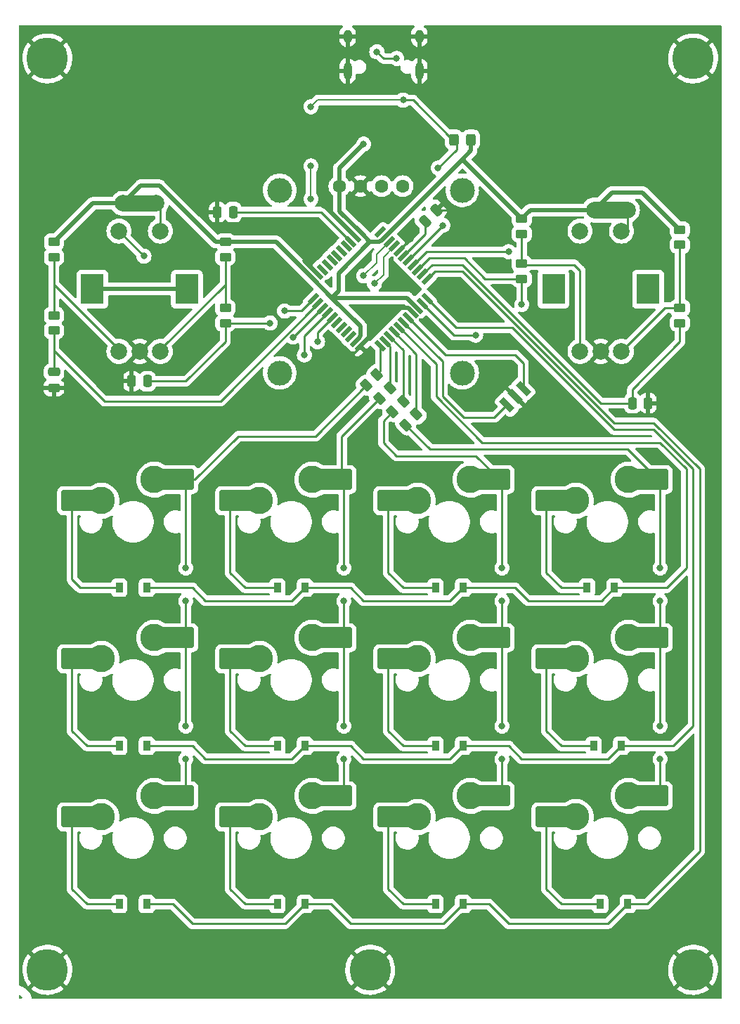
<source format=gbr>
%TF.GenerationSoftware,KiCad,Pcbnew,(6.0.9)*%
%TF.CreationDate,2022-12-04T20:55:24-04:00*%
%TF.ProjectId,pika-board,70696b61-2d62-46f6-9172-642e6b696361,rev?*%
%TF.SameCoordinates,Original*%
%TF.FileFunction,Copper,L2,Bot*%
%TF.FilePolarity,Positive*%
%FSLAX46Y46*%
G04 Gerber Fmt 4.6, Leading zero omitted, Abs format (unit mm)*
G04 Created by KiCad (PCBNEW (6.0.9)) date 2022-12-04 20:55:24*
%MOMM*%
%LPD*%
G01*
G04 APERTURE LIST*
G04 Aperture macros list*
%AMRoundRect*
0 Rectangle with rounded corners*
0 $1 Rounding radius*
0 $2 $3 $4 $5 $6 $7 $8 $9 X,Y pos of 4 corners*
0 Add a 4 corners polygon primitive as box body*
4,1,4,$2,$3,$4,$5,$6,$7,$8,$9,$2,$3,0*
0 Add four circle primitives for the rounded corners*
1,1,$1+$1,$2,$3*
1,1,$1+$1,$4,$5*
1,1,$1+$1,$6,$7*
1,1,$1+$1,$8,$9*
0 Add four rect primitives between the rounded corners*
20,1,$1+$1,$2,$3,$4,$5,0*
20,1,$1+$1,$4,$5,$6,$7,0*
20,1,$1+$1,$6,$7,$8,$9,0*
20,1,$1+$1,$8,$9,$2,$3,0*%
%AMRotRect*
0 Rectangle, with rotation*
0 The origin of the aperture is its center*
0 $1 length*
0 $2 width*
0 $3 Rotation angle, in degrees counterclockwise*
0 Add horizontal line*
21,1,$1,$2,0,0,$3*%
G04 Aperture macros list end*
%TA.AperFunction,ComponentPad*%
%ADD10C,2.000000*%
%TD*%
%TA.AperFunction,ComponentPad*%
%ADD11R,2.800000X3.600000*%
%TD*%
%TA.AperFunction,ComponentPad*%
%ADD12C,0.800000*%
%TD*%
%TA.AperFunction,ComponentPad*%
%ADD13C,5.000000*%
%TD*%
%TA.AperFunction,WasherPad*%
%ADD14C,3.000000*%
%TD*%
%TA.AperFunction,ComponentPad*%
%ADD15C,1.600000*%
%TD*%
%TA.AperFunction,ComponentPad*%
%ADD16O,1.000000X1.600000*%
%TD*%
%TA.AperFunction,ComponentPad*%
%ADD17O,1.000000X2.100000*%
%TD*%
%TA.AperFunction,SMDPad,CuDef*%
%ADD18R,0.900000X1.200000*%
%TD*%
%TA.AperFunction,SMDPad,CuDef*%
%ADD19R,1.650000X2.500000*%
%TD*%
%TA.AperFunction,ComponentPad*%
%ADD20C,3.300000*%
%TD*%
%TA.AperFunction,SMDPad,CuDef*%
%ADD21RoundRect,0.250000X1.025000X1.000000X-1.025000X1.000000X-1.025000X-1.000000X1.025000X-1.000000X0*%
%TD*%
%TA.AperFunction,SMDPad,CuDef*%
%ADD22RotRect,0.739500X1.900000X45.000000*%
%TD*%
%TA.AperFunction,SMDPad,CuDef*%
%ADD23RoundRect,0.250000X-0.450000X0.262500X-0.450000X-0.262500X0.450000X-0.262500X0.450000X0.262500X0*%
%TD*%
%TA.AperFunction,SMDPad,CuDef*%
%ADD24RoundRect,0.250000X-0.325000X-0.450000X0.325000X-0.450000X0.325000X0.450000X-0.325000X0.450000X0*%
%TD*%
%TA.AperFunction,SMDPad,CuDef*%
%ADD25RoundRect,0.250000X0.475000X-0.250000X0.475000X0.250000X-0.475000X0.250000X-0.475000X-0.250000X0*%
%TD*%
%TA.AperFunction,SMDPad,CuDef*%
%ADD26RoundRect,0.250000X0.250000X0.475000X-0.250000X0.475000X-0.250000X-0.475000X0.250000X-0.475000X0*%
%TD*%
%TA.AperFunction,SMDPad,CuDef*%
%ADD27RoundRect,0.250000X-0.132583X0.503814X-0.503814X0.132583X0.132583X-0.503814X0.503814X-0.132583X0*%
%TD*%
%TA.AperFunction,SMDPad,CuDef*%
%ADD28RotRect,1.500000X0.550000X225.000000*%
%TD*%
%TA.AperFunction,SMDPad,CuDef*%
%ADD29RotRect,1.500000X0.550000X135.000000*%
%TD*%
%TA.AperFunction,SMDPad,CuDef*%
%ADD30RoundRect,0.250000X0.450000X-0.262500X0.450000X0.262500X-0.450000X0.262500X-0.450000X-0.262500X0*%
%TD*%
%TA.AperFunction,SMDPad,CuDef*%
%ADD31RoundRect,0.250000X-0.250000X-0.475000X0.250000X-0.475000X0.250000X0.475000X-0.250000X0.475000X0*%
%TD*%
%TA.AperFunction,SMDPad,CuDef*%
%ADD32RoundRect,0.250000X0.159099X-0.512652X0.512652X-0.159099X-0.159099X0.512652X-0.512652X0.159099X0*%
%TD*%
%TA.AperFunction,SMDPad,CuDef*%
%ADD33C,2.000000*%
%TD*%
%TA.AperFunction,ViaPad*%
%ADD34C,0.800000*%
%TD*%
%TA.AperFunction,Conductor*%
%ADD35C,0.500000*%
%TD*%
%TA.AperFunction,Conductor*%
%ADD36C,0.250000*%
%TD*%
%TA.AperFunction,Conductor*%
%ADD37C,0.200000*%
%TD*%
G04 APERTURE END LIST*
%TO.C,NT2*%
G36*
X102425000Y-75350646D02*
G01*
X98425000Y-75350646D01*
X98425000Y-73350646D01*
X102425000Y-73350646D01*
X102425000Y-75350646D01*
G37*
%TO.C,NT1*%
G36*
X45656250Y-74556896D02*
G01*
X41656250Y-74556896D01*
X41656250Y-72556896D01*
X45656250Y-72556896D01*
X45656250Y-74556896D01*
G37*
%TD*%
D10*
%TO.P,S2,1*%
%TO.N,SW2*%
X96718750Y-76887500D03*
%TO.P,S2,2*%
%TO.N,Net-(NT2-Pad1)*%
X101718750Y-76887500D03*
D11*
%TO.P,S2,3*%
%TO.N,unconnected-(S2-Pad3)*%
X104918750Y-83887500D03*
X93518750Y-83887500D03*
D10*
%TO.P,S2,A,CH_A*%
%TO.N,Net-(R13-Pad2)*%
X96718750Y-91387500D03*
%TO.P,S2,B,CH_B*%
%TO.N,Net-(R15-Pad2)*%
X101718750Y-91387500D03*
%TO.P,S2,C,COM*%
%TO.N,GND*%
X99218750Y-91387500D03*
%TD*%
%TO.P,S1,1*%
%TO.N,SW1*%
X41156250Y-76887500D03*
%TO.P,S1,2*%
%TO.N,Net-(NT1-Pad1)*%
X46156250Y-76887500D03*
D11*
%TO.P,S1,3*%
%TO.N,unconnected-(S1-Pad3)*%
X37956250Y-83887500D03*
X49356250Y-83887500D03*
D10*
%TO.P,S1,A,CH_A*%
%TO.N,Net-(R5-Pad2)*%
X41156250Y-91387500D03*
%TO.P,S1,B,CH_B*%
%TO.N,Net-(R11-Pad2)*%
X46156250Y-91387500D03*
%TO.P,S1,C,COM*%
%TO.N,GND*%
X43656250Y-91387500D03*
%TD*%
D12*
%TO.P,H3,1,1*%
%TO.N,GND*%
X109005425Y-164567925D03*
X109005425Y-167219575D03*
X110331250Y-164018750D03*
X111657075Y-164567925D03*
X108456250Y-165893750D03*
X112206250Y-165893750D03*
X111657075Y-167219575D03*
X110331250Y-167768750D03*
D13*
X110331250Y-165893750D03*
%TD*%
D12*
%TO.P,H5,1,1*%
%TO.N,GND*%
X71437500Y-164018750D03*
X70111675Y-167219575D03*
D13*
X71437500Y-165893750D03*
D12*
X72763325Y-164567925D03*
X72763325Y-167219575D03*
X69562500Y-165893750D03*
X71437500Y-167768750D03*
X70111675Y-164567925D03*
X73312500Y-165893750D03*
%TD*%
D14*
%TO.P,U3,*%
%TO.N,*%
X82532500Y-71986896D03*
X82532500Y-93986896D03*
X60532500Y-71986896D03*
X60532500Y-93986896D03*
D15*
%TO.P,U3,1,VCC*%
%TO.N,+5V*%
X67722500Y-71486896D03*
%TO.P,U3,2,GND*%
%TO.N,GND*%
X70262500Y-71486896D03*
%TO.P,U3,3,SCL*%
%TO.N,SCL*%
X72802500Y-71486896D03*
%TO.P,U3,4,SDA*%
%TO.N,SDA*%
X75342500Y-71486896D03*
%TD*%
D12*
%TO.P,H1,1,1*%
%TO.N,GND*%
X31217925Y-164567925D03*
X34418750Y-165893750D03*
X30668750Y-165893750D03*
X33869575Y-167219575D03*
X32543750Y-164018750D03*
X33869575Y-164567925D03*
D13*
X32543750Y-165893750D03*
D12*
X32543750Y-167768750D03*
X31217925Y-167219575D03*
%TD*%
%TO.P,H4,1,1*%
%TO.N,GND*%
X109005425Y-54768571D03*
X110331250Y-54219396D03*
X108456250Y-56094396D03*
X111657075Y-54768571D03*
D13*
X110331250Y-56094396D03*
D12*
X111657075Y-57420221D03*
X112206250Y-56094396D03*
X110331250Y-57969396D03*
X109005425Y-57420221D03*
%TD*%
%TO.P,H2,1,1*%
%TO.N,GND*%
X34418750Y-56094396D03*
X32543750Y-57969396D03*
X33869575Y-54768571D03*
X30668750Y-56094396D03*
X33869575Y-57420221D03*
X31217925Y-54768571D03*
X31217925Y-57420221D03*
X32543750Y-54219396D03*
D13*
X32543750Y-56094396D03*
%TD*%
D16*
%TO.P,J1,S1,SHIELD*%
%TO.N,GND*%
X68705000Y-53431896D03*
X77345000Y-53431896D03*
D17*
X77345000Y-57611896D03*
X68705000Y-57611896D03*
%TD*%
D18*
%TO.P,D10,1,K*%
%TO.N,Row_1*%
X100868750Y-119856250D03*
%TO.P,D10,2,A*%
%TO.N,Net-(D10-Pad2)*%
X97568750Y-119856250D03*
%TD*%
D19*
%TO.P,SW11,1,1*%
%TO.N,Net-(D11-Pad2)*%
X94377500Y-128428750D03*
D20*
X96202500Y-128428750D03*
D21*
X92652500Y-128428750D03*
D19*
%TO.P,SW11,2,2*%
%TO.N,Net-(R10-Pad2)*%
X104352500Y-125888750D03*
D20*
X102552500Y-125888750D03*
D21*
X106102500Y-125888750D03*
%TD*%
D18*
%TO.P,D7,1,K*%
%TO.N,Row_1*%
X82612500Y-119856250D03*
%TO.P,D7,2,A*%
%TO.N,Net-(D7-Pad2)*%
X79312500Y-119856250D03*
%TD*%
%TO.P,D6,1,K*%
%TO.N,Row_3*%
X63562500Y-157956250D03*
%TO.P,D6,2,A*%
%TO.N,Net-(D6-Pad2)*%
X60262500Y-157956250D03*
%TD*%
D22*
%TO.P,Y1,1,1*%
%TO.N,Net-(U2-Pad17)*%
X87904217Y-97833283D03*
%TO.P,Y1,2,2*%
%TO.N,GND*%
X88900000Y-96837500D03*
%TO.P,Y1,3,3*%
%TO.N,Net-(U2-Pad16)*%
X89895783Y-95841717D03*
%TD*%
D23*
%TO.P,R11,1*%
%TO.N,+5V*%
X53975000Y-78200646D03*
%TO.P,R11,2*%
%TO.N,Net-(R11-Pad2)*%
X53975000Y-80025646D03*
%TD*%
D20*
%TO.P,SW6,1,1*%
%TO.N,Net-(D6-Pad2)*%
X58102500Y-147478750D03*
D21*
X54552500Y-147478750D03*
D19*
X56277500Y-147478750D03*
D20*
%TO.P,SW6,2,2*%
%TO.N,Net-(R2-Pad2)*%
X64452500Y-144938750D03*
D19*
X66252500Y-144938750D03*
D21*
X68002500Y-144938750D03*
%TD*%
D24*
%TO.P,F1,1*%
%TO.N,D-_USB*%
X81525000Y-65881250D03*
%TO.P,F1,2*%
%TO.N,+5V*%
X83575000Y-65881250D03*
%TD*%
D18*
%TO.P,D12,1,K*%
%TO.N,Row_3*%
X102456250Y-157956250D03*
%TO.P,D12,2,A*%
%TO.N,Net-(D12-Pad2)*%
X99156250Y-157956250D03*
%TD*%
D25*
%TO.P,C1,1*%
%TO.N,GND*%
X33337500Y-95781896D03*
%TO.P,C1,2*%
%TO.N,CLK1*%
X33337500Y-93881896D03*
%TD*%
D18*
%TO.P,D1,1,K*%
%TO.N,Row_1*%
X44512500Y-119856250D03*
%TO.P,D1,2,A*%
%TO.N,Net-(D1-Pad2)*%
X41212500Y-119856250D03*
%TD*%
D21*
%TO.P,SW2,1,1*%
%TO.N,Net-(D2-Pad2)*%
X35502500Y-128428750D03*
D20*
X39052500Y-128428750D03*
D19*
X37227500Y-128428750D03*
D21*
%TO.P,SW2,2,2*%
%TO.N,Net-(R1-Pad2)*%
X48952500Y-125888750D03*
D19*
X47202500Y-125888750D03*
D20*
X45402500Y-125888750D03*
%TD*%
D18*
%TO.P,D3,1,K*%
%TO.N,Row_3*%
X44512500Y-157956250D03*
%TO.P,D3,2,A*%
%TO.N,Net-(D3-Pad2)*%
X41212500Y-157956250D03*
%TD*%
D26*
%TO.P,C5,1*%
%TO.N,Net-(C5-Pad1)*%
X54925000Y-74612500D03*
%TO.P,C5,2*%
%TO.N,GND*%
X53025000Y-74612500D03*
%TD*%
D23*
%TO.P,R15,1*%
%TO.N,+5V*%
X108743750Y-76731896D03*
%TO.P,R15,2*%
%TO.N,Net-(R15-Pad2)*%
X108743750Y-78556896D03*
%TD*%
D18*
%TO.P,D8,1,K*%
%TO.N,Row_2*%
X82612500Y-138906250D03*
%TO.P,D8,2,A*%
%TO.N,Net-(D8-Pad2)*%
X79312500Y-138906250D03*
%TD*%
D21*
%TO.P,SW7,1,1*%
%TO.N,Net-(D7-Pad2)*%
X73602500Y-109378750D03*
D20*
X77152500Y-109378750D03*
D19*
X75327500Y-109378750D03*
%TO.P,SW7,2,2*%
%TO.N,Net-(R7-Pad2)*%
X85302500Y-106838750D03*
D20*
X83502500Y-106838750D03*
D21*
X87052500Y-106838750D03*
%TD*%
D27*
%TO.P,R10,1*%
%TO.N,Col_4*%
X76993750Y-98956896D03*
%TO.P,R10,2*%
%TO.N,Net-(R10-Pad2)*%
X75703280Y-100247366D03*
%TD*%
D18*
%TO.P,D4,1,K*%
%TO.N,Row_1*%
X63562500Y-119856250D03*
%TO.P,D4,2,A*%
%TO.N,Net-(D4-Pad2)*%
X60262500Y-119856250D03*
%TD*%
D19*
%TO.P,SW4,1,1*%
%TO.N,Net-(D4-Pad2)*%
X56277500Y-109378750D03*
D21*
X54552500Y-109378750D03*
D20*
X58102500Y-109378750D03*
D21*
%TO.P,SW4,2,2*%
%TO.N,Net-(R2-Pad2)*%
X68002500Y-106838750D03*
D19*
X66252500Y-106838750D03*
D20*
X64452500Y-106838750D03*
%TD*%
D18*
%TO.P,D9,1,K*%
%TO.N,Row_3*%
X82612500Y-157956250D03*
%TO.P,D9,2,A*%
%TO.N,Net-(D9-Pad2)*%
X79312500Y-157956250D03*
%TD*%
D19*
%TO.P,SW9,1,1*%
%TO.N,Net-(D9-Pad2)*%
X75327500Y-147478750D03*
D20*
X77152500Y-147478750D03*
D21*
X73602500Y-147478750D03*
D19*
%TO.P,SW9,2,2*%
%TO.N,Net-(R7-Pad2)*%
X85302500Y-144938750D03*
D20*
X83502500Y-144938750D03*
D21*
X87052500Y-144938750D03*
%TD*%
D19*
%TO.P,SW8,1,1*%
%TO.N,Net-(D8-Pad2)*%
X75327500Y-128428750D03*
D20*
X77152500Y-128428750D03*
D21*
X73602500Y-128428750D03*
D19*
%TO.P,SW8,2,2*%
%TO.N,Net-(R7-Pad2)*%
X85302500Y-125888750D03*
D21*
X87052500Y-125888750D03*
D20*
X83502500Y-125888750D03*
%TD*%
D28*
%TO.P,U2,1,PE6*%
%TO.N,unconnected-(U2-Pad1)*%
X72639582Y-77016710D03*
%TO.P,U2,2,UVCC*%
%TO.N,+5V*%
X73205267Y-77582396D03*
%TO.P,U2,3,D-*%
%TO.N,D-*%
X73770952Y-78148081D03*
%TO.P,U2,4,D+*%
%TO.N,D+*%
X74336638Y-78713766D03*
%TO.P,U2,5,UGND*%
%TO.N,GND*%
X74902323Y-79279452D03*
%TO.P,U2,6,UCAP*%
%TO.N,Net-(C6-Pad1)*%
X75468009Y-79845137D03*
%TO.P,U2,7,VBUS*%
%TO.N,D-_USB*%
X76033694Y-80410823D03*
%TO.P,U2,8,PB0*%
%TO.N,SW2*%
X76599380Y-80976508D03*
%TO.P,U2,9,PB1*%
%TO.N,CLK2*%
X77165065Y-81542194D03*
%TO.P,U2,10,PB2*%
%TO.N,DT2*%
X77730750Y-82107879D03*
%TO.P,U2,11,PB3*%
%TO.N,Row_3*%
X78296436Y-82673564D03*
D29*
%TO.P,U2,12,PB7*%
%TO.N,Row_2*%
X78296436Y-85077728D03*
%TO.P,U2,13,~{RESET}*%
%TO.N,Net-(SW13-Pad2)*%
X77730750Y-85643413D03*
%TO.P,U2,14,VCC*%
%TO.N,+5V*%
X77165065Y-86209098D03*
%TO.P,U2,15,GND*%
%TO.N,GND*%
X76599380Y-86774784D03*
%TO.P,U2,16,XTAL2*%
%TO.N,Net-(U2-Pad16)*%
X76033694Y-87340469D03*
%TO.P,U2,17,XTAL1*%
%TO.N,Net-(U2-Pad17)*%
X75468009Y-87906155D03*
%TO.P,U2,18,PD0*%
%TO.N,Row_1*%
X74902323Y-88471840D03*
%TO.P,U2,19,PD1*%
%TO.N,Col_4*%
X74336638Y-89037526D03*
%TO.P,U2,20,PD2*%
%TO.N,Col_3*%
X73770952Y-89603211D03*
%TO.P,U2,21,PD3*%
%TO.N,Col_2*%
X73205267Y-90168896D03*
%TO.P,U2,22,PD5*%
%TO.N,Col_1*%
X72639582Y-90734582D03*
D28*
%TO.P,U2,23,GND*%
%TO.N,GND*%
X70235418Y-90734582D03*
%TO.P,U2,24,AVCC*%
%TO.N,+5V*%
X69669733Y-90168896D03*
%TO.P,U2,25,PD4*%
%TO.N,unconnected-(U2-Pad25)*%
X69104048Y-89603211D03*
%TO.P,U2,26,PD6*%
%TO.N,unconnected-(U2-Pad26)*%
X68538362Y-89037526D03*
%TO.P,U2,27,PD7*%
%TO.N,unconnected-(U2-Pad27)*%
X67972677Y-88471840D03*
%TO.P,U2,28,PB4*%
%TO.N,unconnected-(U2-Pad28)*%
X67406991Y-87906155D03*
%TO.P,U2,29,PB5*%
%TO.N,SCL*%
X66841306Y-87340469D03*
%TO.P,U2,30,PB6*%
%TO.N,SDA*%
X66275620Y-86774784D03*
%TO.P,U2,31,PC6*%
%TO.N,DT1*%
X65709935Y-86209098D03*
%TO.P,U2,32,PC7*%
%TO.N,CLK1*%
X65144250Y-85643413D03*
%TO.P,U2,33,~{HWB}/PE2*%
%TO.N,SW1*%
X64578564Y-85077728D03*
D29*
%TO.P,U2,34,VCC*%
%TO.N,+5V*%
X64578564Y-82673564D03*
%TO.P,U2,35,GND*%
%TO.N,GND*%
X65144250Y-82107879D03*
%TO.P,U2,36,PF7*%
%TO.N,unconnected-(U2-Pad36)*%
X65709935Y-81542194D03*
%TO.P,U2,37,PF6*%
%TO.N,unconnected-(U2-Pad37)*%
X66275620Y-80976508D03*
%TO.P,U2,38,PF5*%
%TO.N,unconnected-(U2-Pad38)*%
X66841306Y-80410823D03*
%TO.P,U2,39,PF4*%
%TO.N,unconnected-(U2-Pad39)*%
X67406991Y-79845137D03*
%TO.P,U2,40,PF1*%
%TO.N,unconnected-(U2-Pad40)*%
X67972677Y-79279452D03*
%TO.P,U2,41,PF0*%
%TO.N,unconnected-(U2-Pad41)*%
X68538362Y-78713766D03*
%TO.P,U2,42,AREF*%
%TO.N,Net-(C5-Pad1)*%
X69104048Y-78148081D03*
%TO.P,U2,43,GND*%
%TO.N,GND*%
X69669733Y-77582396D03*
%TO.P,U2,44,AVCC*%
%TO.N,+5V*%
X70235418Y-77016710D03*
%TD*%
D30*
%TO.P,R13,1*%
%TO.N,CLK2*%
X89693750Y-82668750D03*
%TO.P,R13,2*%
%TO.N,Net-(R13-Pad2)*%
X89693750Y-80843750D03*
%TD*%
D26*
%TO.P,C4,1*%
%TO.N,GND*%
X104931250Y-97631250D03*
%TO.P,C4,2*%
%TO.N,DT2*%
X103031250Y-97631250D03*
%TD*%
D27*
%TO.P,R1,1*%
%TO.N,Col_1*%
X72231250Y-94194396D03*
%TO.P,R1,2*%
%TO.N,Net-(R1-Pad2)*%
X70940780Y-95484866D03*
%TD*%
D20*
%TO.P,SW1,1,1*%
%TO.N,Net-(D1-Pad2)*%
X39052500Y-109378750D03*
D19*
X37227500Y-109378750D03*
D21*
X35502500Y-109378750D03*
D19*
%TO.P,SW1,2,2*%
%TO.N,Net-(R1-Pad2)*%
X47202500Y-106838750D03*
D21*
X48952500Y-106838750D03*
D20*
X45402500Y-106838750D03*
%TD*%
D27*
%TO.P,R7,1*%
%TO.N,Col_3*%
X75406250Y-97369396D03*
%TO.P,R7,2*%
%TO.N,Net-(R7-Pad2)*%
X74115780Y-98659866D03*
%TD*%
D19*
%TO.P,SW5,1,1*%
%TO.N,Net-(D5-Pad2)*%
X56277500Y-128428750D03*
D21*
X54552500Y-128428750D03*
D20*
X58102500Y-128428750D03*
D19*
%TO.P,SW5,2,2*%
%TO.N,Net-(R2-Pad2)*%
X66252500Y-125888750D03*
D21*
X68002500Y-125888750D03*
D20*
X64452500Y-125888750D03*
%TD*%
D30*
%TO.P,R6,1*%
%TO.N,Net-(R5-Pad2)*%
X33337500Y-80025646D03*
%TO.P,R6,2*%
%TO.N,+5V*%
X33337500Y-78200646D03*
%TD*%
D18*
%TO.P,D2,1,K*%
%TO.N,Row_2*%
X44512500Y-138906250D03*
%TO.P,D2,2,A*%
%TO.N,Net-(D2-Pad2)*%
X41212500Y-138906250D03*
%TD*%
D19*
%TO.P,SW12,1,1*%
%TO.N,Net-(D12-Pad2)*%
X94377500Y-147478750D03*
D20*
X96202500Y-147478750D03*
D21*
X92652500Y-147478750D03*
D19*
%TO.P,SW12,2,2*%
%TO.N,Net-(R10-Pad2)*%
X104352500Y-144938750D03*
D21*
X106102500Y-144938750D03*
D20*
X102552500Y-144938750D03*
%TD*%
D30*
%TO.P,R5,1*%
%TO.N,CLK1*%
X33337500Y-88875646D03*
%TO.P,R5,2*%
%TO.N,Net-(R5-Pad2)*%
X33337500Y-87050646D03*
%TD*%
D18*
%TO.P,D11,1,K*%
%TO.N,Row_2*%
X101662500Y-138906250D03*
%TO.P,D11,2,A*%
%TO.N,Net-(D11-Pad2)*%
X98362500Y-138906250D03*
%TD*%
D31*
%TO.P,C2,1*%
%TO.N,GND*%
X42706250Y-94988146D03*
%TO.P,C2,2*%
%TO.N,DT1*%
X44606250Y-94988146D03*
%TD*%
D30*
%TO.P,R14,1*%
%TO.N,Net-(R13-Pad2)*%
X89693750Y-77231250D03*
%TO.P,R14,2*%
%TO.N,+5V*%
X89693750Y-75406250D03*
%TD*%
D21*
%TO.P,SW10,1,1*%
%TO.N,Net-(D10-Pad2)*%
X92652500Y-109378750D03*
D19*
X94377500Y-109378750D03*
D20*
X96202500Y-109378750D03*
%TO.P,SW10,2,2*%
%TO.N,Net-(R10-Pad2)*%
X102552500Y-106838750D03*
D21*
X106102500Y-106838750D03*
D19*
X104352500Y-106838750D03*
%TD*%
D23*
%TO.P,R16,1*%
%TO.N,Net-(R15-Pad2)*%
X108743750Y-86138146D03*
%TO.P,R16,2*%
%TO.N,DT2*%
X108743750Y-87963146D03*
%TD*%
D20*
%TO.P,SW3,1,1*%
%TO.N,Net-(D3-Pad2)*%
X39052500Y-147478750D03*
D21*
X35502500Y-147478750D03*
D19*
X37227500Y-147478750D03*
D21*
%TO.P,SW3,2,2*%
%TO.N,Net-(R1-Pad2)*%
X48952500Y-144938750D03*
D19*
X47202500Y-144938750D03*
D20*
X45402500Y-144938750D03*
%TD*%
D32*
%TO.P,C6,1*%
%TO.N,Net-(C6-Pad1)*%
X78031498Y-75694148D03*
%TO.P,C6,2*%
%TO.N,GND*%
X79375000Y-74350646D03*
%TD*%
D18*
%TO.P,D5,1,K*%
%TO.N,Row_2*%
X63562500Y-138906250D03*
%TO.P,D5,2,A*%
%TO.N,Net-(D5-Pad2)*%
X60262500Y-138906250D03*
%TD*%
D33*
%TO.P,NT2,1,1*%
%TO.N,Net-(NT2-Pad1)*%
X102425000Y-74350646D03*
%TO.P,NT2,2,2*%
%TO.N,+5V*%
X98425000Y-74350646D03*
%TD*%
D23*
%TO.P,R12,1*%
%TO.N,Net-(R11-Pad2)*%
X53975000Y-86138146D03*
%TO.P,R12,2*%
%TO.N,DT1*%
X53975000Y-87963146D03*
%TD*%
D27*
%TO.P,R2,1*%
%TO.N,Col_2*%
X73818750Y-95781896D03*
%TO.P,R2,2*%
%TO.N,Net-(R2-Pad2)*%
X72528280Y-97072366D03*
%TD*%
D33*
%TO.P,NT1,1,1*%
%TO.N,Net-(NT1-Pad1)*%
X45656250Y-73556896D03*
%TO.P,NT1,2,2*%
%TO.N,+5V*%
X41656250Y-73556896D03*
%TD*%
D34*
%TO.N,GND*%
X83343750Y-75406250D03*
X65881250Y-73818750D03*
X76246314Y-77833814D03*
X98425000Y-100806250D03*
%TO.N,DT1*%
X62146432Y-89665829D03*
X59362681Y-87963146D03*
%TO.N,CLK2*%
X89693750Y-85725000D03*
%TO.N,+5V*%
X70643750Y-66413146D03*
%TO.N,D-_USB*%
X80168750Y-76200000D03*
X75406250Y-61118750D03*
X64293750Y-61912500D03*
X79616873Y-69298123D03*
%TO.N,Net-(J1-PadA7)*%
X72231250Y-55300646D03*
X74612500Y-56094396D03*
%TO.N,Net-(R1-Pad2)*%
X49212500Y-136525000D03*
X49212500Y-121443750D03*
X49212500Y-140493750D03*
X49212500Y-117475000D03*
%TO.N,Net-(R2-Pad2)*%
X68262500Y-136525000D03*
X68262500Y-121443750D03*
X68262500Y-117475000D03*
X68262500Y-140493750D03*
%TO.N,Net-(R7-Pad2)*%
X87312500Y-121443750D03*
X87312500Y-136525000D03*
X87312500Y-140493750D03*
X87312500Y-117475000D03*
%TO.N,Net-(R10-Pad2)*%
X106362500Y-136525000D03*
X106362500Y-140493750D03*
X106362500Y-117475000D03*
X106362500Y-121443750D03*
%TO.N,SW1*%
X61118750Y-86518750D03*
X44175646Y-79906896D03*
%TO.N,SW2*%
X88106250Y-79375000D03*
%TO.N,Net-(SW13-Pad2)*%
X84137500Y-89431896D03*
%TO.N,D+*%
X71947073Y-83212823D03*
%TO.N,D-*%
X64293750Y-69056250D03*
X64293750Y-73025000D03*
X70643750Y-82288146D03*
%TO.N,SCL*%
X65087500Y-90225646D03*
%TO.N,SDA*%
X63500000Y-91813146D03*
%TD*%
D35*
%TO.N,GND*%
X69644896Y-77582396D02*
X65881250Y-73818750D01*
X92868750Y-100806250D02*
X88900000Y-96837500D01*
D36*
X74902323Y-79177805D02*
X76246314Y-77833814D01*
X82288146Y-74350646D02*
X79375000Y-74350646D01*
D35*
X76599380Y-86774784D02*
X75990281Y-86165685D01*
X75990281Y-86165685D02*
X74804315Y-86165685D01*
D36*
X83343750Y-75406250D02*
X82288146Y-74350646D01*
D35*
X63500000Y-80463629D02*
X65144250Y-82107879D01*
X98425000Y-100806250D02*
X92868750Y-100806250D01*
X74804315Y-86165685D02*
X70235418Y-90734582D01*
X69669733Y-77582396D02*
X69644896Y-77582396D01*
D36*
%TO.N,CLK1*%
X53418267Y-97369396D02*
X39425646Y-97369396D01*
X33337500Y-91281250D02*
X33337500Y-93881896D01*
X39425646Y-97369396D02*
X33337500Y-91281250D01*
X65144250Y-85643413D02*
X53418267Y-97369396D01*
X33337500Y-91281250D02*
X33337500Y-88875646D01*
%TO.N,DT1*%
X53975000Y-87963146D02*
X53975000Y-90225646D01*
X53975000Y-90225646D02*
X49212500Y-94988146D01*
X65603163Y-86209098D02*
X65709935Y-86209098D01*
X49212500Y-94988146D02*
X44606250Y-94988146D01*
X62146432Y-89665829D02*
X65603163Y-86209098D01*
X59362681Y-87963146D02*
X53975000Y-87963146D01*
%TO.N,CLK2*%
X89693750Y-85725000D02*
X89693750Y-82668750D01*
X85280848Y-82668750D02*
X89693750Y-82668750D01*
X82780848Y-80168750D02*
X85280848Y-82668750D01*
X78538509Y-80168750D02*
X82780848Y-80168750D01*
X77165065Y-81542194D02*
X78538509Y-80168750D01*
%TO.N,DT2*%
X82550000Y-80962500D02*
X78876129Y-80962500D01*
X103031250Y-97631250D02*
X99218750Y-97631250D01*
X99218750Y-97631250D02*
X82550000Y-80962500D01*
X103031250Y-97631250D02*
X103031250Y-95938146D01*
X103031250Y-95938146D02*
X108743750Y-90225646D01*
X78876129Y-80962500D02*
X77730750Y-82107879D01*
X108743750Y-90225646D02*
X108743750Y-87963146D01*
%TO.N,Net-(C5-Pad1)*%
X65568467Y-74612500D02*
X54925000Y-74612500D01*
X69104048Y-78148081D02*
X65568467Y-74612500D01*
%TO.N,Net-(C6-Pad1)*%
X78031498Y-77281648D02*
X75468009Y-79845137D01*
X78031498Y-75694148D02*
X78031498Y-77281648D01*
%TO.N,Row_1*%
X44512500Y-119856250D02*
X50006250Y-119856250D01*
X106362500Y-102393750D02*
X109537500Y-105568750D01*
X99281250Y-121443750D02*
X100868750Y-119856250D01*
X51593750Y-121443750D02*
X50006250Y-119856250D01*
X88900000Y-119856250D02*
X90487500Y-121443750D01*
X79375000Y-92944517D02*
X79375000Y-96837500D01*
X63562500Y-119856250D02*
X69056250Y-119856250D01*
X63562500Y-119856250D02*
X61975000Y-121443750D01*
X74902323Y-88471840D02*
X79375000Y-92944517D01*
X61975000Y-121443750D02*
X51593750Y-121443750D01*
X82612500Y-119856250D02*
X88900000Y-119856250D01*
X109537500Y-105568750D02*
X109537500Y-117475000D01*
X84931250Y-102393750D02*
X106362500Y-102393750D01*
X70643750Y-121443750D02*
X81025000Y-121443750D01*
X90487500Y-121443750D02*
X99281250Y-121443750D01*
X107156250Y-119856250D02*
X100868750Y-119856250D01*
X81025000Y-121443750D02*
X82612500Y-119856250D01*
X79375000Y-96837500D02*
X84931250Y-102393750D01*
X109537500Y-117475000D02*
X107156250Y-119856250D01*
X69056250Y-119856250D02*
X70643750Y-121443750D01*
%TO.N,Net-(D1-Pad2)*%
X35502500Y-118846250D02*
X35502500Y-109378750D01*
X36512500Y-119856250D02*
X35502500Y-118846250D01*
X41212500Y-119856250D02*
X36512500Y-119856250D01*
%TO.N,Row_2*%
X89693750Y-140493750D02*
X100075000Y-140493750D01*
X63562500Y-138906250D02*
X69056250Y-138906250D01*
X110331250Y-105568750D02*
X110331250Y-136525000D01*
X105568750Y-100806250D02*
X110331250Y-105568750D01*
X100806250Y-100806250D02*
X105568750Y-100806250D01*
X81756250Y-88537542D02*
X88537542Y-88537542D01*
X51593750Y-140493750D02*
X61975000Y-140493750D01*
X88537542Y-88537542D02*
X100806250Y-100806250D01*
X107950000Y-138906250D02*
X101662500Y-138906250D01*
X50006250Y-138906250D02*
X51593750Y-140493750D01*
X61975000Y-140493750D02*
X63562500Y-138906250D01*
X82612500Y-138906250D02*
X88106250Y-138906250D01*
X100075000Y-140493750D02*
X101662500Y-138906250D01*
X69056250Y-138906250D02*
X70643750Y-140493750D01*
X78296436Y-85077728D02*
X81756250Y-88537542D01*
X110331250Y-136525000D02*
X107950000Y-138906250D01*
X44512500Y-138906250D02*
X50006250Y-138906250D01*
X81025000Y-140493750D02*
X82612500Y-138906250D01*
X70643750Y-140493750D02*
X81025000Y-140493750D01*
X88106250Y-138906250D02*
X89693750Y-140493750D01*
%TO.N,Net-(D2-Pad2)*%
X37306250Y-138906250D02*
X35502500Y-137102500D01*
X35502500Y-137102500D02*
X35502500Y-128428750D01*
X41212500Y-138906250D02*
X37306250Y-138906250D01*
%TO.N,Row_3*%
X82550000Y-81756250D02*
X79213750Y-81756250D01*
X111125000Y-151606250D02*
X111125000Y-105568750D01*
X100806250Y-100012500D02*
X82550000Y-81756250D01*
X88106250Y-160337500D02*
X100075000Y-160337500D01*
X79213750Y-81756250D02*
X78296436Y-82673564D01*
X44512500Y-157956250D02*
X47625000Y-157956250D01*
X82612500Y-157956250D02*
X85725000Y-157956250D01*
X47625000Y-157956250D02*
X50006250Y-160337500D01*
X66675000Y-157956250D02*
X69056250Y-160337500D01*
X100075000Y-160337500D02*
X102456250Y-157956250D01*
X102456250Y-157956250D02*
X104775000Y-157956250D01*
X69056250Y-160337500D02*
X80231250Y-160337500D01*
X80231250Y-160337500D02*
X82612500Y-157956250D01*
X50006250Y-160337500D02*
X61181250Y-160337500D01*
X61181250Y-160337500D02*
X63562500Y-157956250D01*
X63562500Y-157956250D02*
X66675000Y-157956250D01*
X105568750Y-100012500D02*
X100806250Y-100012500D01*
X111125000Y-105568750D02*
X105568750Y-100012500D01*
X104775000Y-157956250D02*
X111125000Y-151606250D01*
X85725000Y-157956250D02*
X88106250Y-160337500D01*
%TO.N,Net-(D3-Pad2)*%
X35502500Y-156152500D02*
X35502500Y-147478750D01*
X37306250Y-157956250D02*
X35502500Y-156152500D01*
X41212500Y-157956250D02*
X37306250Y-157956250D01*
%TO.N,Net-(D4-Pad2)*%
X56356250Y-119856250D02*
X54552500Y-118052500D01*
X60262500Y-119856250D02*
X56356250Y-119856250D01*
X54552500Y-118052500D02*
X54552500Y-109378750D01*
%TO.N,Net-(D5-Pad2)*%
X56356250Y-138906250D02*
X54552500Y-137102500D01*
X54552500Y-137102500D02*
X54552500Y-128428750D01*
X60262500Y-138906250D02*
X56356250Y-138906250D01*
%TO.N,Net-(D6-Pad2)*%
X54552500Y-156152500D02*
X54552500Y-147478750D01*
X60262500Y-157956250D02*
X56356250Y-157956250D01*
X56356250Y-157956250D02*
X54552500Y-156152500D01*
%TO.N,Net-(D7-Pad2)*%
X73602500Y-118052500D02*
X73602500Y-109378750D01*
X75406250Y-119856250D02*
X73602500Y-118052500D01*
X79312500Y-119856250D02*
X75406250Y-119856250D01*
%TO.N,Net-(D8-Pad2)*%
X75406250Y-138906250D02*
X73602500Y-137102500D01*
X79312500Y-138906250D02*
X75406250Y-138906250D01*
X73602500Y-137102500D02*
X73602500Y-128428750D01*
%TO.N,Net-(D9-Pad2)*%
X73602500Y-156152500D02*
X73602500Y-147478750D01*
X75406250Y-157956250D02*
X73602500Y-156152500D01*
X79312500Y-157956250D02*
X75406250Y-157956250D01*
%TO.N,Net-(D10-Pad2)*%
X97568750Y-119856250D02*
X94456250Y-119856250D01*
X94456250Y-119856250D02*
X92652500Y-118052500D01*
X92652500Y-118052500D02*
X92652500Y-109378750D01*
%TO.N,Net-(D11-Pad2)*%
X98362500Y-138906250D02*
X94456250Y-138906250D01*
X92652500Y-137102500D02*
X92652500Y-128428750D01*
X94456250Y-138906250D02*
X92652500Y-137102500D01*
%TO.N,Net-(D12-Pad2)*%
X94456250Y-157956250D02*
X92652500Y-156152500D01*
X99156250Y-157956250D02*
X94456250Y-157956250D01*
X92652500Y-156152500D02*
X92652500Y-147478750D01*
D35*
%TO.N,+5V*%
X100544396Y-72231250D02*
X104243104Y-72231250D01*
X71410202Y-78191494D02*
X67630000Y-81971696D01*
X67630000Y-81971696D02*
X67630000Y-84137500D01*
X77165065Y-86209098D02*
X75887217Y-84931250D01*
X73205267Y-77582396D02*
X72596169Y-78191494D01*
X53975000Y-78200646D02*
X60108263Y-78200646D01*
X43775646Y-71437500D02*
X46037500Y-71437500D01*
X82537582Y-68250082D02*
X83575000Y-67212664D01*
X71410202Y-78191494D02*
X71285202Y-78066494D01*
X46037500Y-71437500D02*
X52800646Y-78200646D01*
X67722500Y-69334396D02*
X70643750Y-66413146D01*
X83575000Y-67212664D02*
X83575000Y-65881250D01*
X73205267Y-77582396D02*
X82537582Y-68250082D01*
X72596169Y-78191494D02*
X71410202Y-78191494D01*
X52800646Y-78200646D02*
X53975000Y-78200646D01*
X90749354Y-74350646D02*
X98425000Y-74350646D01*
X41656250Y-73556896D02*
X43775646Y-71437500D01*
X67722500Y-71486896D02*
X67722500Y-74503792D01*
X41656250Y-73556896D02*
X37981250Y-73556896D01*
X69669733Y-90168896D02*
X70278832Y-89559797D01*
X67630000Y-84137500D02*
X66836250Y-84931250D01*
X98425000Y-74350646D02*
X100544396Y-72231250D01*
X66836250Y-84931250D02*
X64578564Y-82673564D01*
X70278832Y-89559797D02*
X70278832Y-88373832D01*
X67722500Y-71486896D02*
X67722500Y-69334396D01*
X75887217Y-84931250D02*
X66836250Y-84931250D01*
X60108263Y-78200646D02*
X64641993Y-82734376D01*
X70235418Y-77016710D02*
X71285202Y-78066494D01*
X70278832Y-88373832D02*
X66836250Y-84931250D01*
X89693750Y-75406250D02*
X90749354Y-74350646D01*
X67722500Y-74503792D02*
X70235418Y-77016710D01*
X37981250Y-73556896D02*
X33337500Y-78200646D01*
X89693750Y-75406250D02*
X82537582Y-68250082D01*
X104243104Y-72231250D02*
X108743750Y-76731896D01*
D36*
%TO.N,D-_USB*%
X80168750Y-76275767D02*
X76033694Y-80410823D01*
X80168750Y-76200000D02*
X80168750Y-76275767D01*
X79616873Y-69298123D02*
X81843750Y-67071246D01*
D37*
X64293750Y-61912500D02*
X65087500Y-61118750D01*
D36*
X75406250Y-61118750D02*
X76630604Y-61118750D01*
X81843750Y-67071246D02*
X81843750Y-65619396D01*
D37*
X65087500Y-61118750D02*
X75406250Y-61118750D01*
D36*
X76630604Y-61118750D02*
X81131250Y-65619396D01*
X81131250Y-65619396D02*
X81843750Y-65619396D01*
%TO.N,Net-(J1-PadA7)*%
X73025000Y-56094396D02*
X72231250Y-55300646D01*
X74612500Y-56094396D02*
X73025000Y-56094396D01*
%TO.N,Net-(NT1-Pad1)*%
X46156250Y-74056896D02*
X45656250Y-73556896D01*
X46156250Y-76625646D02*
X46156250Y-74056896D01*
%TO.N,Net-(NT2-Pad1)*%
X102425000Y-74350646D02*
X102425000Y-76800000D01*
%TO.N,Col_1*%
X72639582Y-90734582D02*
X72639582Y-93786064D01*
X72639582Y-93786064D02*
X72231250Y-94194396D01*
%TO.N,Net-(R1-Pad2)*%
X50323750Y-106838750D02*
X55562500Y-101600000D01*
X49212500Y-117475000D02*
X49212500Y-107098750D01*
X49212500Y-144678750D02*
X49212500Y-140493750D01*
X49212500Y-107098750D02*
X48952500Y-106838750D01*
X49212500Y-126148750D02*
X48952500Y-125888750D01*
X49212500Y-136525000D02*
X49212500Y-126148750D01*
X48952500Y-144938750D02*
X49212500Y-144678750D01*
X64825646Y-101600000D02*
X70940780Y-95484866D01*
X55562500Y-101600000D02*
X64825646Y-101600000D01*
X49212500Y-125628750D02*
X49212500Y-121443750D01*
X48952500Y-106838750D02*
X50323750Y-106838750D01*
X48952500Y-125888750D02*
X49212500Y-125628750D01*
%TO.N,Col_2*%
X73818750Y-90782379D02*
X73818750Y-95781896D01*
X73205267Y-90168896D02*
X73818750Y-90782379D01*
%TO.N,Net-(R2-Pad2)*%
X68262500Y-125628750D02*
X68262500Y-121443750D01*
X68002500Y-125888750D02*
X68262500Y-125628750D01*
X68262500Y-117475000D02*
X68262500Y-107098750D01*
X68262500Y-126148750D02*
X68002500Y-125888750D01*
X68262500Y-107098750D02*
X68002500Y-106838750D01*
X68262500Y-136525000D02*
X68262500Y-126148750D01*
X68262500Y-144678750D02*
X68262500Y-140493750D01*
X72528280Y-97072366D02*
X68002500Y-101598146D01*
X68002500Y-144938750D02*
X68262500Y-144678750D01*
X68002500Y-101598146D02*
X68002500Y-106838750D01*
%TO.N,Net-(R5-Pad2)*%
X33337500Y-83306896D02*
X41156250Y-91125646D01*
X33337500Y-87050646D02*
X33337500Y-83306896D01*
X33337500Y-80025646D02*
X33337500Y-83306896D01*
%TO.N,Col_3*%
X73770952Y-89603211D02*
X75406250Y-91238509D01*
X75406250Y-91238509D02*
X75406250Y-97369396D01*
%TO.N,Net-(R7-Pad2)*%
X87312500Y-125628750D02*
X87312500Y-121443750D01*
X73025000Y-99750646D02*
X73025000Y-102393750D01*
X73025000Y-102393750D02*
X74612500Y-103981250D01*
X87312500Y-107098750D02*
X87052500Y-106838750D01*
X74115780Y-98659866D02*
X73025000Y-99750646D01*
X87312500Y-136525000D02*
X87312500Y-126148750D01*
X87312500Y-126148750D02*
X87052500Y-125888750D01*
X87052500Y-144938750D02*
X87312500Y-144678750D01*
X87312500Y-144678750D02*
X87312500Y-140493750D01*
X87312500Y-117475000D02*
X87312500Y-107098750D01*
X74612500Y-103981250D02*
X84195000Y-103981250D01*
X84195000Y-103981250D02*
X87052500Y-106838750D01*
X87052500Y-125888750D02*
X87312500Y-125628750D01*
%TO.N,Col_4*%
X76993750Y-91694638D02*
X76993750Y-98956896D01*
X74336638Y-89037526D02*
X76993750Y-91694638D01*
%TO.N,Net-(R10-Pad2)*%
X106362500Y-126148750D02*
X106102500Y-125888750D01*
X106102500Y-144938750D02*
X106362500Y-144678750D01*
X78643414Y-103187500D02*
X102451250Y-103187500D01*
X75703280Y-100247366D02*
X78643414Y-103187500D01*
X106362500Y-136525000D02*
X106362500Y-126148750D01*
X106362500Y-107098750D02*
X106102500Y-106838750D01*
X106362500Y-117475000D02*
X106362500Y-107098750D01*
X106362500Y-144678750D02*
X106362500Y-140493750D01*
X106362500Y-125628750D02*
X106362500Y-121443750D01*
X102451250Y-103187500D02*
X106102500Y-106838750D01*
X106102500Y-125888750D02*
X106362500Y-125628750D01*
%TO.N,Net-(R11-Pad2)*%
X53975000Y-83306896D02*
X53975000Y-80025646D01*
X53975000Y-83306896D02*
X46156250Y-91125646D01*
X53975000Y-86138146D02*
X53975000Y-83306896D01*
%TO.N,Net-(R13-Pad2)*%
X96043750Y-80962500D02*
X96718750Y-81637500D01*
X89812500Y-80962500D02*
X96043750Y-80962500D01*
X96718750Y-81637500D02*
X96718750Y-91387500D01*
X89693750Y-77231250D02*
X89693750Y-80843750D01*
%TO.N,Net-(R15-Pad2)*%
X106968104Y-86138146D02*
X101718750Y-91387500D01*
X108743750Y-78556896D02*
X108743750Y-86138146D01*
X108743750Y-86138146D02*
X106968104Y-86138146D01*
%TO.N,SW1*%
X61118750Y-86518750D02*
X63137542Y-86518750D01*
X63137542Y-86518750D02*
X64578564Y-85077728D01*
X44175646Y-79906896D02*
X41156250Y-76887500D01*
D35*
%TO.N,unconnected-(S1-Pad3)*%
X37956250Y-83887500D02*
X49356250Y-83887500D01*
D36*
%TO.N,SW2*%
X78200888Y-79375000D02*
X86287195Y-79375000D01*
X86287195Y-79375000D02*
X86289997Y-79372198D01*
X86890607Y-79372198D02*
X86893409Y-79375000D01*
X86893409Y-79375000D02*
X88106250Y-79375000D01*
X86289997Y-79372198D02*
X86890607Y-79372198D01*
X76599380Y-80976508D02*
X78200888Y-79375000D01*
%TO.N,Net-(SW13-Pad2)*%
X81519233Y-89431896D02*
X84137500Y-89431896D01*
X77730750Y-85643413D02*
X81519233Y-89431896D01*
D37*
%TO.N,D+*%
X73025000Y-80025404D02*
X74336638Y-78713766D01*
X71947073Y-83212823D02*
X73025000Y-82134896D01*
X73025000Y-82134896D02*
X73025000Y-80025404D01*
%TO.N,D-*%
X64293750Y-69056250D02*
X64293750Y-73025000D01*
X70643750Y-82288146D02*
X72231250Y-80700646D01*
X72231250Y-79687783D02*
X73770952Y-78148081D01*
X72231250Y-80700646D02*
X72231250Y-79687783D01*
D36*
%TO.N,Net-(U2-Pad16)*%
X80506371Y-91813146D02*
X88896104Y-91813146D01*
X89895783Y-92812825D02*
X89895783Y-95841717D01*
X76033694Y-87340469D02*
X80506371Y-91813146D01*
X88896104Y-91813146D02*
X89895783Y-92812825D01*
%TO.N,Net-(U2-Pad17)*%
X75468009Y-87906155D02*
X80168750Y-92606896D01*
X86389771Y-99347729D02*
X87904217Y-97833283D01*
X80168750Y-96837500D02*
X82678979Y-99347729D01*
X80168750Y-92606896D02*
X80168750Y-96837500D01*
X82678979Y-99347729D02*
X86389771Y-99347729D01*
%TO.N,SCL*%
X65087500Y-89094275D02*
X66841306Y-87340469D01*
X65087500Y-90225646D02*
X65087500Y-89094275D01*
%TO.N,SDA*%
X63500000Y-91813146D02*
X63500000Y-89550404D01*
X63500000Y-89550404D02*
X66275620Y-86774784D01*
%TD*%
%TA.AperFunction,Conductor*%
%TO.N,GND*%
G36*
X68087205Y-52122252D02*
G01*
X68133698Y-52175908D01*
X68143802Y-52246182D01*
X68114308Y-52310762D01*
X68098036Y-52326447D01*
X68001127Y-52404364D01*
X67992368Y-52412942D01*
X67873222Y-52554935D01*
X67866292Y-52565055D01*
X67776998Y-52727481D01*
X67772166Y-52738754D01*
X67716120Y-52915434D01*
X67713570Y-52927428D01*
X67697393Y-53071657D01*
X67697000Y-53078681D01*
X67697000Y-53159781D01*
X67701475Y-53175020D01*
X67702865Y-53176225D01*
X67710548Y-53177896D01*
X69694885Y-53177896D01*
X69710124Y-53173421D01*
X69711329Y-53172031D01*
X69713000Y-53164348D01*
X69713000Y-53085239D01*
X69712699Y-53079091D01*
X69699188Y-52941293D01*
X69696805Y-52929258D01*
X69643233Y-52751820D01*
X69638559Y-52740480D01*
X69551540Y-52576819D01*
X69544751Y-52566602D01*
X69427603Y-52422963D01*
X69418959Y-52414259D01*
X69311468Y-52325335D01*
X69271729Y-52266501D01*
X69270107Y-52195523D01*
X69307117Y-52134935D01*
X69371007Y-52103975D01*
X69391783Y-52102250D01*
X76659084Y-52102250D01*
X76727205Y-52122252D01*
X76773698Y-52175908D01*
X76783802Y-52246182D01*
X76754308Y-52310762D01*
X76738036Y-52326447D01*
X76641127Y-52404364D01*
X76632368Y-52412942D01*
X76513222Y-52554935D01*
X76506292Y-52565055D01*
X76416998Y-52727481D01*
X76412166Y-52738754D01*
X76356120Y-52915434D01*
X76353570Y-52927428D01*
X76337393Y-53071657D01*
X76337000Y-53078681D01*
X76337000Y-53159781D01*
X76341475Y-53175020D01*
X76342865Y-53176225D01*
X76350548Y-53177896D01*
X78334885Y-53177896D01*
X78350124Y-53173421D01*
X78351329Y-53172031D01*
X78353000Y-53164348D01*
X78353000Y-53085239D01*
X78352699Y-53079091D01*
X78339188Y-52941293D01*
X78336805Y-52929258D01*
X78283233Y-52751820D01*
X78278559Y-52740480D01*
X78191540Y-52576819D01*
X78184751Y-52566602D01*
X78067603Y-52422963D01*
X78058959Y-52414259D01*
X77951468Y-52325335D01*
X77911729Y-52266501D01*
X77910107Y-52195523D01*
X77947117Y-52134935D01*
X78011007Y-52103975D01*
X78031783Y-52102250D01*
X113665500Y-52102250D01*
X113733621Y-52122252D01*
X113780114Y-52175908D01*
X113791500Y-52228250D01*
X113791500Y-169228000D01*
X113771498Y-169296121D01*
X113717842Y-169342614D01*
X113665500Y-169354000D01*
X30791537Y-169354000D01*
X30723416Y-169333998D01*
X30676923Y-169280342D01*
X30672764Y-169270060D01*
X30631173Y-169152611D01*
X30575934Y-168996619D01*
X30439907Y-168733072D01*
X30426226Y-168713605D01*
X30349710Y-168604734D01*
X30269372Y-168490425D01*
X30067483Y-168273167D01*
X30064168Y-168270453D01*
X30064164Y-168270450D01*
X29972509Y-168195431D01*
X30607610Y-168195431D01*
X30607628Y-168195683D01*
X30613543Y-168204427D01*
X30644861Y-168232924D01*
X30650498Y-168237488D01*
X30926294Y-168435668D01*
X30932432Y-168439563D01*
X31229185Y-168604734D01*
X31235705Y-168607886D01*
X31549488Y-168737859D01*
X31556339Y-168740245D01*
X31882962Y-168833286D01*
X31890051Y-168834870D01*
X32225215Y-168889756D01*
X32232421Y-168890513D01*
X32571676Y-168906512D01*
X32578926Y-168906436D01*
X32917760Y-168883337D01*
X32924969Y-168882426D01*
X33258910Y-168820534D01*
X33265940Y-168818807D01*
X33590569Y-168718937D01*
X33597347Y-168716417D01*
X33908353Y-168579895D01*
X33914793Y-168576614D01*
X34208043Y-168405252D01*
X34214076Y-168401243D01*
X34472578Y-168207155D01*
X34481032Y-168195828D01*
X34480815Y-168195431D01*
X69501360Y-168195431D01*
X69501378Y-168195683D01*
X69507293Y-168204427D01*
X69538611Y-168232924D01*
X69544248Y-168237488D01*
X69820044Y-168435668D01*
X69826182Y-168439563D01*
X70122935Y-168604734D01*
X70129455Y-168607886D01*
X70443238Y-168737859D01*
X70450089Y-168740245D01*
X70776712Y-168833286D01*
X70783801Y-168834870D01*
X71118965Y-168889756D01*
X71126171Y-168890513D01*
X71465426Y-168906512D01*
X71472676Y-168906436D01*
X71811510Y-168883337D01*
X71818719Y-168882426D01*
X72152660Y-168820534D01*
X72159690Y-168818807D01*
X72484319Y-168718937D01*
X72491097Y-168716417D01*
X72802103Y-168579895D01*
X72808543Y-168576614D01*
X73101793Y-168405252D01*
X73107826Y-168401243D01*
X73366328Y-168207155D01*
X73374782Y-168195828D01*
X73374565Y-168195431D01*
X108395110Y-168195431D01*
X108395128Y-168195683D01*
X108401043Y-168204427D01*
X108432361Y-168232924D01*
X108437998Y-168237488D01*
X108713794Y-168435668D01*
X108719932Y-168439563D01*
X109016685Y-168604734D01*
X109023205Y-168607886D01*
X109336988Y-168737859D01*
X109343839Y-168740245D01*
X109670462Y-168833286D01*
X109677551Y-168834870D01*
X110012715Y-168889756D01*
X110019921Y-168890513D01*
X110359176Y-168906512D01*
X110366426Y-168906436D01*
X110705260Y-168883337D01*
X110712469Y-168882426D01*
X111046410Y-168820534D01*
X111053440Y-168818807D01*
X111378069Y-168718937D01*
X111384847Y-168716417D01*
X111695853Y-168579895D01*
X111702293Y-168576614D01*
X111995543Y-168405252D01*
X112001576Y-168401243D01*
X112260078Y-168207155D01*
X112268532Y-168195828D01*
X112261787Y-168183498D01*
X110344060Y-166265770D01*
X110330119Y-166258158D01*
X110328284Y-166258289D01*
X110321670Y-166262540D01*
X108402724Y-168181487D01*
X108395110Y-168195431D01*
X73374565Y-168195431D01*
X73368037Y-168183498D01*
X71450310Y-166265770D01*
X71436369Y-166258158D01*
X71434534Y-166258289D01*
X71427920Y-166262540D01*
X69508974Y-168181487D01*
X69501360Y-168195431D01*
X34480815Y-168195431D01*
X34474287Y-168183498D01*
X32556560Y-166265770D01*
X32542619Y-166258158D01*
X32540784Y-166258289D01*
X32534170Y-166262540D01*
X30615224Y-168181487D01*
X30607610Y-168195431D01*
X29972509Y-168195431D01*
X29841295Y-168088034D01*
X29837977Y-168085318D01*
X29585101Y-167930356D01*
X29313533Y-167811146D01*
X29286776Y-167803524D01*
X29174981Y-167771678D01*
X29114946Y-167733779D01*
X29084932Y-167669439D01*
X29083500Y-167650499D01*
X29083500Y-165802737D01*
X29532234Y-165802737D01*
X29541124Y-166142255D01*
X29541730Y-166149471D01*
X29589585Y-166485713D01*
X29591019Y-166492824D01*
X29677205Y-166821345D01*
X29679442Y-166828228D01*
X29802814Y-167144664D01*
X29805831Y-167151253D01*
X29964752Y-167451402D01*
X29968511Y-167457610D01*
X30160879Y-167737507D01*
X30165324Y-167743236D01*
X30232493Y-167820234D01*
X30245667Y-167828638D01*
X30255519Y-167822770D01*
X32171730Y-165906560D01*
X32178107Y-165894881D01*
X32908158Y-165894881D01*
X32908289Y-165896716D01*
X32912540Y-165903330D01*
X34830018Y-167820807D01*
X34843372Y-167828099D01*
X34853344Y-167821045D01*
X34960391Y-167693017D01*
X34964707Y-167687206D01*
X35151182Y-167403325D01*
X35154796Y-167397063D01*
X35307408Y-167093632D01*
X35310280Y-167086994D01*
X35426999Y-166768043D01*
X35429095Y-166761101D01*
X35508381Y-166430853D01*
X35509665Y-166423714D01*
X35550566Y-166085723D01*
X35550990Y-166080153D01*
X35556760Y-165896547D01*
X35556687Y-165890954D01*
X35551600Y-165802737D01*
X68425984Y-165802737D01*
X68434874Y-166142255D01*
X68435480Y-166149471D01*
X68483335Y-166485713D01*
X68484769Y-166492824D01*
X68570955Y-166821345D01*
X68573192Y-166828228D01*
X68696564Y-167144664D01*
X68699581Y-167151253D01*
X68858502Y-167451402D01*
X68862261Y-167457610D01*
X69054629Y-167737507D01*
X69059074Y-167743236D01*
X69126243Y-167820234D01*
X69139417Y-167828638D01*
X69149269Y-167822770D01*
X71065480Y-165906560D01*
X71071857Y-165894881D01*
X71801908Y-165894881D01*
X71802039Y-165896716D01*
X71806290Y-165903330D01*
X73723768Y-167820807D01*
X73737122Y-167828099D01*
X73747094Y-167821045D01*
X73854141Y-167693017D01*
X73858457Y-167687206D01*
X74044932Y-167403325D01*
X74048546Y-167397063D01*
X74201158Y-167093632D01*
X74204030Y-167086994D01*
X74320749Y-166768043D01*
X74322845Y-166761101D01*
X74402131Y-166430853D01*
X74403415Y-166423714D01*
X74444316Y-166085723D01*
X74444740Y-166080153D01*
X74450510Y-165896547D01*
X74450437Y-165890954D01*
X74445350Y-165802737D01*
X107319734Y-165802737D01*
X107328624Y-166142255D01*
X107329230Y-166149471D01*
X107377085Y-166485713D01*
X107378519Y-166492824D01*
X107464705Y-166821345D01*
X107466942Y-166828228D01*
X107590314Y-167144664D01*
X107593331Y-167151253D01*
X107752252Y-167451402D01*
X107756011Y-167457610D01*
X107948379Y-167737507D01*
X107952824Y-167743236D01*
X108019993Y-167820234D01*
X108033167Y-167828638D01*
X108043019Y-167822770D01*
X109959230Y-165906560D01*
X109965607Y-165894881D01*
X110695658Y-165894881D01*
X110695789Y-165896716D01*
X110700040Y-165903330D01*
X112617518Y-167820807D01*
X112630872Y-167828099D01*
X112640844Y-167821045D01*
X112747891Y-167693017D01*
X112752207Y-167687206D01*
X112938682Y-167403325D01*
X112942296Y-167397063D01*
X113094908Y-167093632D01*
X113097780Y-167086994D01*
X113214499Y-166768043D01*
X113216595Y-166761101D01*
X113295881Y-166430853D01*
X113297165Y-166423714D01*
X113338066Y-166085723D01*
X113338490Y-166080153D01*
X113344260Y-165896547D01*
X113344187Y-165890954D01*
X113324588Y-165551053D01*
X113323756Y-165543863D01*
X113265363Y-165209279D01*
X113263708Y-165202224D01*
X113167248Y-164876584D01*
X113164790Y-164869756D01*
X113031540Y-164557358D01*
X113028323Y-164550875D01*
X112860038Y-164255839D01*
X112856106Y-164249784D01*
X112655024Y-163976045D01*
X112650416Y-163970476D01*
X112645080Y-163964734D01*
X112631428Y-163956616D01*
X112630820Y-163956637D01*
X112622342Y-163961869D01*
X110703270Y-165880940D01*
X110695658Y-165894881D01*
X109965607Y-165894881D01*
X109966842Y-165892619D01*
X109966711Y-165890784D01*
X109962460Y-165884170D01*
X108043624Y-163965335D01*
X108030831Y-163958349D01*
X108020077Y-163966214D01*
X107859287Y-164171277D01*
X107855152Y-164177226D01*
X107677690Y-164466818D01*
X107674269Y-164473197D01*
X107531266Y-164781272D01*
X107528606Y-164787991D01*
X107421961Y-165110457D01*
X107420084Y-165117461D01*
X107351211Y-165450038D01*
X107350154Y-165457199D01*
X107319962Y-165795485D01*
X107319734Y-165802737D01*
X74445350Y-165802737D01*
X74430838Y-165551053D01*
X74430006Y-165543863D01*
X74371613Y-165209279D01*
X74369958Y-165202224D01*
X74273498Y-164876584D01*
X74271040Y-164869756D01*
X74137790Y-164557358D01*
X74134573Y-164550875D01*
X73966288Y-164255839D01*
X73962356Y-164249784D01*
X73761274Y-163976045D01*
X73756666Y-163970476D01*
X73751330Y-163964734D01*
X73737678Y-163956616D01*
X73737070Y-163956637D01*
X73728592Y-163961869D01*
X71809520Y-165880940D01*
X71801908Y-165894881D01*
X71071857Y-165894881D01*
X71073092Y-165892619D01*
X71072961Y-165890784D01*
X71068710Y-165884170D01*
X69149874Y-163965335D01*
X69137081Y-163958349D01*
X69126327Y-163966214D01*
X68965537Y-164171277D01*
X68961402Y-164177226D01*
X68783940Y-164466818D01*
X68780519Y-164473197D01*
X68637516Y-164781272D01*
X68634856Y-164787991D01*
X68528211Y-165110457D01*
X68526334Y-165117461D01*
X68457461Y-165450038D01*
X68456404Y-165457199D01*
X68426212Y-165795485D01*
X68425984Y-165802737D01*
X35551600Y-165802737D01*
X35537088Y-165551053D01*
X35536256Y-165543863D01*
X35477863Y-165209279D01*
X35476208Y-165202224D01*
X35379748Y-164876584D01*
X35377290Y-164869756D01*
X35244040Y-164557358D01*
X35240823Y-164550875D01*
X35072538Y-164255839D01*
X35068606Y-164249784D01*
X34867524Y-163976045D01*
X34862916Y-163970476D01*
X34857580Y-163964734D01*
X34843928Y-163956616D01*
X34843320Y-163956637D01*
X34834842Y-163961869D01*
X32915770Y-165880940D01*
X32908158Y-165894881D01*
X32178107Y-165894881D01*
X32179342Y-165892619D01*
X32179211Y-165890784D01*
X32174960Y-165884170D01*
X30256124Y-163965335D01*
X30243331Y-163958349D01*
X30232577Y-163966214D01*
X30071787Y-164171277D01*
X30067652Y-164177226D01*
X29890190Y-164466818D01*
X29886769Y-164473197D01*
X29743766Y-164781272D01*
X29741106Y-164787991D01*
X29634461Y-165110457D01*
X29632584Y-165117461D01*
X29563711Y-165450038D01*
X29562654Y-165457199D01*
X29532462Y-165795485D01*
X29532234Y-165802737D01*
X29083500Y-165802737D01*
X29083500Y-163594798D01*
X30608882Y-163594798D01*
X30615277Y-163606066D01*
X32530940Y-165521730D01*
X32544881Y-165529342D01*
X32546716Y-165529211D01*
X32553330Y-165524960D01*
X34470824Y-163607466D01*
X34477741Y-163594798D01*
X69502632Y-163594798D01*
X69509027Y-163606066D01*
X71424690Y-165521730D01*
X71438631Y-165529342D01*
X71440466Y-165529211D01*
X71447080Y-165524960D01*
X73364574Y-163607466D01*
X73371491Y-163594798D01*
X108396382Y-163594798D01*
X108402777Y-163606066D01*
X110318440Y-165521730D01*
X110332381Y-165529342D01*
X110334216Y-165529211D01*
X110340830Y-165524960D01*
X112258324Y-163607466D01*
X112265716Y-163593929D01*
X112258929Y-163584229D01*
X112155726Y-163496085D01*
X112149954Y-163491703D01*
X111868046Y-163302269D01*
X111861825Y-163298589D01*
X111560007Y-163142810D01*
X111553396Y-163139866D01*
X111235689Y-163019815D01*
X111228763Y-163017644D01*
X110899362Y-162934905D01*
X110892255Y-162933549D01*
X110555528Y-162889218D01*
X110548286Y-162888687D01*
X110208717Y-162883352D01*
X110201455Y-162883656D01*
X109863506Y-162917388D01*
X109856358Y-162918520D01*
X109524513Y-162990874D01*
X109517535Y-162992822D01*
X109196210Y-163102836D01*
X109189503Y-163105573D01*
X108882957Y-163251789D01*
X108876599Y-163255284D01*
X108588904Y-163435755D01*
X108582981Y-163439964D01*
X108404851Y-163582673D01*
X108396382Y-163594798D01*
X73371491Y-163594798D01*
X73371966Y-163593929D01*
X73365179Y-163584229D01*
X73261976Y-163496085D01*
X73256204Y-163491703D01*
X72974296Y-163302269D01*
X72968075Y-163298589D01*
X72666257Y-163142810D01*
X72659646Y-163139866D01*
X72341939Y-163019815D01*
X72335013Y-163017644D01*
X72005612Y-162934905D01*
X71998505Y-162933549D01*
X71661778Y-162889218D01*
X71654536Y-162888687D01*
X71314967Y-162883352D01*
X71307705Y-162883656D01*
X70969756Y-162917388D01*
X70962608Y-162918520D01*
X70630763Y-162990874D01*
X70623785Y-162992822D01*
X70302460Y-163102836D01*
X70295753Y-163105573D01*
X69989207Y-163251789D01*
X69982849Y-163255284D01*
X69695154Y-163435755D01*
X69689231Y-163439964D01*
X69511101Y-163582673D01*
X69502632Y-163594798D01*
X34477741Y-163594798D01*
X34478216Y-163593929D01*
X34471429Y-163584229D01*
X34368226Y-163496085D01*
X34362454Y-163491703D01*
X34080546Y-163302269D01*
X34074325Y-163298589D01*
X33772507Y-163142810D01*
X33765896Y-163139866D01*
X33448189Y-163019815D01*
X33441263Y-163017644D01*
X33111862Y-162934905D01*
X33104755Y-162933549D01*
X32768028Y-162889218D01*
X32760786Y-162888687D01*
X32421217Y-162883352D01*
X32413955Y-162883656D01*
X32076006Y-162917388D01*
X32068858Y-162918520D01*
X31737013Y-162990874D01*
X31730035Y-162992822D01*
X31408710Y-163102836D01*
X31402003Y-163105573D01*
X31095457Y-163251789D01*
X31089099Y-163255284D01*
X30801404Y-163435755D01*
X30795481Y-163439964D01*
X30617351Y-163582673D01*
X30608882Y-163594798D01*
X29083500Y-163594798D01*
X29083500Y-148529150D01*
X33719000Y-148529150D01*
X33729974Y-148634916D01*
X33732155Y-148641452D01*
X33732155Y-148641454D01*
X33754270Y-148707741D01*
X33785950Y-148802696D01*
X33879022Y-148953098D01*
X34004197Y-149078055D01*
X34154762Y-149170865D01*
X34232399Y-149196616D01*
X34316111Y-149224382D01*
X34316113Y-149224382D01*
X34322639Y-149226547D01*
X34329475Y-149227247D01*
X34329478Y-149227248D01*
X34372531Y-149231659D01*
X34427100Y-149237250D01*
X34743000Y-149237250D01*
X34811121Y-149257252D01*
X34857614Y-149310908D01*
X34869000Y-149363250D01*
X34869000Y-156073733D01*
X34868473Y-156084916D01*
X34866798Y-156092409D01*
X34867047Y-156100335D01*
X34867047Y-156100336D01*
X34868938Y-156160486D01*
X34869000Y-156164445D01*
X34869000Y-156192356D01*
X34869497Y-156196290D01*
X34869497Y-156196291D01*
X34869505Y-156196356D01*
X34870438Y-156208193D01*
X34871827Y-156252389D01*
X34877478Y-156271839D01*
X34881487Y-156291200D01*
X34884026Y-156311297D01*
X34886945Y-156318668D01*
X34886945Y-156318670D01*
X34900304Y-156352412D01*
X34904149Y-156363642D01*
X34916482Y-156406093D01*
X34920515Y-156412912D01*
X34920517Y-156412917D01*
X34926793Y-156423528D01*
X34935488Y-156441276D01*
X34942948Y-156460117D01*
X34947610Y-156466533D01*
X34947610Y-156466534D01*
X34968936Y-156495887D01*
X34975452Y-156505807D01*
X34997958Y-156543862D01*
X35012279Y-156558183D01*
X35025119Y-156573216D01*
X35037028Y-156589607D01*
X35043134Y-156594658D01*
X35071105Y-156617798D01*
X35079884Y-156625788D01*
X36802593Y-158348497D01*
X36810137Y-158356787D01*
X36814250Y-158363268D01*
X36820027Y-158368693D01*
X36863917Y-158409908D01*
X36866759Y-158412663D01*
X36886481Y-158432385D01*
X36889623Y-158434822D01*
X36889683Y-158434869D01*
X36898695Y-158442567D01*
X36912128Y-158455181D01*
X36930929Y-158472836D01*
X36937872Y-158476653D01*
X36948681Y-158482595D01*
X36965203Y-158493448D01*
X36981209Y-158505864D01*
X36988487Y-158509014D01*
X36988488Y-158509014D01*
X37021787Y-158523424D01*
X37032437Y-158528641D01*
X37071190Y-158549945D01*
X37078865Y-158551916D01*
X37078866Y-158551916D01*
X37090812Y-158554983D01*
X37109517Y-158561387D01*
X37128105Y-158569431D01*
X37135928Y-158570670D01*
X37135938Y-158570673D01*
X37171774Y-158576349D01*
X37183394Y-158578755D01*
X37215209Y-158586923D01*
X37226220Y-158589750D01*
X37246474Y-158589750D01*
X37266184Y-158591301D01*
X37286193Y-158594470D01*
X37294085Y-158593724D01*
X37312830Y-158591952D01*
X37330212Y-158590309D01*
X37342069Y-158589750D01*
X40144630Y-158589750D01*
X40212751Y-158609752D01*
X40259244Y-158663408D01*
X40262612Y-158671520D01*
X40311885Y-158802955D01*
X40399239Y-158919511D01*
X40515795Y-159006865D01*
X40652184Y-159057995D01*
X40714366Y-159064750D01*
X41710634Y-159064750D01*
X41772816Y-159057995D01*
X41909205Y-159006865D01*
X42025761Y-158919511D01*
X42113115Y-158802955D01*
X42164245Y-158666566D01*
X42171000Y-158604384D01*
X42171000Y-157308116D01*
X42164245Y-157245934D01*
X42113115Y-157109545D01*
X42025761Y-156992989D01*
X41909205Y-156905635D01*
X41772816Y-156854505D01*
X41710634Y-156847750D01*
X40714366Y-156847750D01*
X40652184Y-156854505D01*
X40515795Y-156905635D01*
X40399239Y-156992989D01*
X40311885Y-157109545D01*
X40308733Y-157117953D01*
X40262612Y-157240980D01*
X40219970Y-157297744D01*
X40153409Y-157322444D01*
X40144630Y-157322750D01*
X37620844Y-157322750D01*
X37552723Y-157302748D01*
X37531749Y-157285845D01*
X36172905Y-155927000D01*
X36138879Y-155864688D01*
X36136000Y-155837905D01*
X36136000Y-149363250D01*
X36156002Y-149295129D01*
X36209658Y-149248636D01*
X36262000Y-149237250D01*
X36422340Y-149237250D01*
X36490461Y-149257252D01*
X36536954Y-149310908D01*
X36547058Y-149381182D01*
X36534657Y-149420355D01*
X36496013Y-149496362D01*
X36494431Y-149501457D01*
X36430046Y-149708814D01*
X36426389Y-149720590D01*
X36425688Y-149725879D01*
X36408592Y-149854866D01*
X36395539Y-149953343D01*
X36404348Y-150187966D01*
X36405443Y-150193184D01*
X36430294Y-150311621D01*
X36452562Y-150417751D01*
X36538802Y-150636127D01*
X36660604Y-150836850D01*
X36814485Y-151014182D01*
X36818617Y-151017570D01*
X36991916Y-151159667D01*
X36991922Y-151159671D01*
X36996044Y-151163051D01*
X37000680Y-151165690D01*
X37000683Y-151165692D01*
X37111908Y-151229005D01*
X37200090Y-151279201D01*
X37420789Y-151359311D01*
X37426038Y-151360260D01*
X37426041Y-151360261D01*
X37507115Y-151374921D01*
X37651830Y-151401090D01*
X37655969Y-151401285D01*
X37655976Y-151401286D01*
X37674940Y-151402180D01*
X37674949Y-151402180D01*
X37676429Y-151402250D01*
X37841450Y-151402250D01*
X37922799Y-151395347D01*
X38011137Y-151387852D01*
X38011141Y-151387851D01*
X38016448Y-151387401D01*
X38021603Y-151386063D01*
X38021609Y-151386062D01*
X38238535Y-151329759D01*
X38238534Y-151329759D01*
X38243706Y-151328417D01*
X38248572Y-151326225D01*
X38248575Y-151326224D01*
X38452917Y-151234174D01*
X38452920Y-151234173D01*
X38457778Y-151231984D01*
X38652541Y-151100862D01*
X38822427Y-150938799D01*
X38962578Y-150750429D01*
X39023219Y-150631158D01*
X39066569Y-150545894D01*
X39066569Y-150545893D01*
X39068987Y-150541138D01*
X39138611Y-150316910D01*
X39155702Y-150187966D01*
X39168761Y-150089440D01*
X39168761Y-150089437D01*
X39169461Y-150084157D01*
X39160652Y-149849534D01*
X39145976Y-149779589D01*
X39151563Y-149708814D01*
X39194528Y-149652294D01*
X39254154Y-149628629D01*
X39368603Y-149614779D01*
X39457908Y-149603972D01*
X39667753Y-149548920D01*
X39738439Y-149530376D01*
X39738440Y-149530376D01*
X39742582Y-149529289D01*
X40014488Y-149416662D01*
X40246785Y-149280918D01*
X40315692Y-149263819D01*
X40382905Y-149286688D01*
X40427083Y-149342264D01*
X40434202Y-149412903D01*
X40432397Y-149421041D01*
X40400552Y-149545070D01*
X40400551Y-149545078D01*
X40399564Y-149548920D01*
X40360100Y-149861312D01*
X40360100Y-150176188D01*
X40399564Y-150488580D01*
X40477870Y-150793563D01*
X40593784Y-151086327D01*
X40595686Y-151089786D01*
X40595687Y-151089789D01*
X40727612Y-151329759D01*
X40745476Y-151362254D01*
X40930555Y-151616994D01*
X41146102Y-151846528D01*
X41388718Y-152047237D01*
X41654576Y-152215956D01*
X41658155Y-152217640D01*
X41658162Y-152217644D01*
X41935894Y-152348334D01*
X41935898Y-152348336D01*
X41939484Y-152350023D01*
X42238948Y-152447325D01*
X42548246Y-152506327D01*
X42641800Y-152512213D01*
X42781858Y-152521025D01*
X42781874Y-152521026D01*
X42783853Y-152521150D01*
X42941147Y-152521150D01*
X42943126Y-152521026D01*
X42943142Y-152521025D01*
X43083200Y-152512213D01*
X43176754Y-152506327D01*
X43486052Y-152447325D01*
X43785516Y-152350023D01*
X43789102Y-152348336D01*
X43789106Y-152348334D01*
X44066838Y-152217644D01*
X44066845Y-152217640D01*
X44070424Y-152215956D01*
X44336282Y-152047237D01*
X44578898Y-151846528D01*
X44794445Y-151616994D01*
X44979524Y-151362254D01*
X44997389Y-151329759D01*
X45129313Y-151089789D01*
X45129314Y-151089786D01*
X45131216Y-151086327D01*
X45247130Y-150793563D01*
X45325436Y-150488580D01*
X45364900Y-150176188D01*
X45364900Y-149953343D01*
X46555539Y-149953343D01*
X46564348Y-150187966D01*
X46565443Y-150193184D01*
X46590294Y-150311621D01*
X46612562Y-150417751D01*
X46698802Y-150636127D01*
X46820604Y-150836850D01*
X46974485Y-151014182D01*
X46978617Y-151017570D01*
X47151916Y-151159667D01*
X47151922Y-151159671D01*
X47156044Y-151163051D01*
X47160680Y-151165690D01*
X47160683Y-151165692D01*
X47271908Y-151229005D01*
X47360090Y-151279201D01*
X47580789Y-151359311D01*
X47586038Y-151360260D01*
X47586041Y-151360261D01*
X47667115Y-151374921D01*
X47811830Y-151401090D01*
X47815969Y-151401285D01*
X47815976Y-151401286D01*
X47834940Y-151402180D01*
X47834949Y-151402180D01*
X47836429Y-151402250D01*
X48001450Y-151402250D01*
X48082799Y-151395347D01*
X48171137Y-151387852D01*
X48171141Y-151387851D01*
X48176448Y-151387401D01*
X48181603Y-151386063D01*
X48181609Y-151386062D01*
X48398535Y-151329759D01*
X48398534Y-151329759D01*
X48403706Y-151328417D01*
X48408572Y-151326225D01*
X48408575Y-151326224D01*
X48612917Y-151234174D01*
X48612920Y-151234173D01*
X48617778Y-151231984D01*
X48812541Y-151100862D01*
X48982427Y-150938799D01*
X49122578Y-150750429D01*
X49183219Y-150631158D01*
X49226569Y-150545894D01*
X49226569Y-150545893D01*
X49228987Y-150541138D01*
X49298611Y-150316910D01*
X49315702Y-150187966D01*
X49328761Y-150089440D01*
X49328761Y-150089437D01*
X49329461Y-150084157D01*
X49320652Y-149849534D01*
X49302858Y-149764728D01*
X49273535Y-149624976D01*
X49273534Y-149624973D01*
X49272438Y-149619749D01*
X49186198Y-149401373D01*
X49131302Y-149310908D01*
X49067164Y-149205211D01*
X49067162Y-149205208D01*
X49064396Y-149200650D01*
X48910515Y-149023318D01*
X48900438Y-149015056D01*
X48733084Y-148877833D01*
X48733078Y-148877829D01*
X48728956Y-148874449D01*
X48724320Y-148871810D01*
X48724317Y-148871808D01*
X48529553Y-148760942D01*
X48524910Y-148758299D01*
X48304211Y-148678189D01*
X48298962Y-148677240D01*
X48298959Y-148677239D01*
X48217885Y-148662579D01*
X48073170Y-148636410D01*
X48069031Y-148636215D01*
X48069024Y-148636214D01*
X48050060Y-148635320D01*
X48050051Y-148635320D01*
X48048571Y-148635250D01*
X47883550Y-148635250D01*
X47810435Y-148641454D01*
X47713863Y-148649648D01*
X47713859Y-148649649D01*
X47708552Y-148650099D01*
X47703397Y-148651437D01*
X47703391Y-148651438D01*
X47525677Y-148697564D01*
X47481294Y-148709083D01*
X47476428Y-148711275D01*
X47476425Y-148711276D01*
X47272083Y-148803326D01*
X47272080Y-148803327D01*
X47267222Y-148805516D01*
X47072459Y-148936638D01*
X46902573Y-149098701D01*
X46762422Y-149287071D01*
X46760006Y-149291822D01*
X46760004Y-149291826D01*
X46695700Y-149418304D01*
X46656013Y-149496362D01*
X46654431Y-149501457D01*
X46590046Y-149708814D01*
X46586389Y-149720590D01*
X46585688Y-149725879D01*
X46568592Y-149854866D01*
X46555539Y-149953343D01*
X45364900Y-149953343D01*
X45364900Y-149861312D01*
X45325436Y-149548920D01*
X45247130Y-149243937D01*
X45131216Y-148951173D01*
X45129313Y-148947711D01*
X44981433Y-148678718D01*
X44981431Y-148678715D01*
X44979524Y-148675246D01*
X44873379Y-148529150D01*
X52769000Y-148529150D01*
X52779974Y-148634916D01*
X52782155Y-148641452D01*
X52782155Y-148641454D01*
X52804270Y-148707741D01*
X52835950Y-148802696D01*
X52929022Y-148953098D01*
X53054197Y-149078055D01*
X53204762Y-149170865D01*
X53282399Y-149196616D01*
X53366111Y-149224382D01*
X53366113Y-149224382D01*
X53372639Y-149226547D01*
X53379475Y-149227247D01*
X53379478Y-149227248D01*
X53422531Y-149231659D01*
X53477100Y-149237250D01*
X53793000Y-149237250D01*
X53861121Y-149257252D01*
X53907614Y-149310908D01*
X53919000Y-149363250D01*
X53919000Y-156073733D01*
X53918473Y-156084916D01*
X53916798Y-156092409D01*
X53917047Y-156100335D01*
X53917047Y-156100336D01*
X53918938Y-156160486D01*
X53919000Y-156164445D01*
X53919000Y-156192356D01*
X53919497Y-156196290D01*
X53919497Y-156196291D01*
X53919505Y-156196356D01*
X53920438Y-156208193D01*
X53921827Y-156252389D01*
X53927478Y-156271839D01*
X53931487Y-156291200D01*
X53934026Y-156311297D01*
X53936945Y-156318668D01*
X53936945Y-156318670D01*
X53950304Y-156352412D01*
X53954149Y-156363642D01*
X53966482Y-156406093D01*
X53970515Y-156412912D01*
X53970517Y-156412917D01*
X53976793Y-156423528D01*
X53985488Y-156441276D01*
X53992948Y-156460117D01*
X53997610Y-156466533D01*
X53997610Y-156466534D01*
X54018936Y-156495887D01*
X54025452Y-156505807D01*
X54047958Y-156543862D01*
X54062279Y-156558183D01*
X54075119Y-156573216D01*
X54087028Y-156589607D01*
X54093134Y-156594658D01*
X54121105Y-156617798D01*
X54129884Y-156625788D01*
X55852593Y-158348497D01*
X55860137Y-158356787D01*
X55864250Y-158363268D01*
X55870027Y-158368693D01*
X55913917Y-158409908D01*
X55916759Y-158412663D01*
X55936481Y-158432385D01*
X55939623Y-158434822D01*
X55939683Y-158434869D01*
X55948695Y-158442567D01*
X55962128Y-158455181D01*
X55980929Y-158472836D01*
X55987872Y-158476653D01*
X55998681Y-158482595D01*
X56015203Y-158493448D01*
X56031209Y-158505864D01*
X56038487Y-158509014D01*
X56038488Y-158509014D01*
X56071787Y-158523424D01*
X56082437Y-158528641D01*
X56121190Y-158549945D01*
X56128865Y-158551916D01*
X56128866Y-158551916D01*
X56140812Y-158554983D01*
X56159517Y-158561387D01*
X56178105Y-158569431D01*
X56185928Y-158570670D01*
X56185938Y-158570673D01*
X56221774Y-158576349D01*
X56233394Y-158578755D01*
X56265209Y-158586923D01*
X56276220Y-158589750D01*
X56296474Y-158589750D01*
X56316184Y-158591301D01*
X56336193Y-158594470D01*
X56344085Y-158593724D01*
X56362830Y-158591952D01*
X56380212Y-158590309D01*
X56392069Y-158589750D01*
X59194630Y-158589750D01*
X59262751Y-158609752D01*
X59309244Y-158663408D01*
X59312612Y-158671520D01*
X59361885Y-158802955D01*
X59449239Y-158919511D01*
X59565795Y-159006865D01*
X59702184Y-159057995D01*
X59764366Y-159064750D01*
X60760634Y-159064750D01*
X60822816Y-159057995D01*
X60959205Y-159006865D01*
X61075761Y-158919511D01*
X61163115Y-158802955D01*
X61214245Y-158666566D01*
X61221000Y-158604384D01*
X61221000Y-157308116D01*
X61214245Y-157245934D01*
X61163115Y-157109545D01*
X61075761Y-156992989D01*
X60959205Y-156905635D01*
X60822816Y-156854505D01*
X60760634Y-156847750D01*
X59764366Y-156847750D01*
X59702184Y-156854505D01*
X59565795Y-156905635D01*
X59449239Y-156992989D01*
X59361885Y-157109545D01*
X59358733Y-157117953D01*
X59312612Y-157240980D01*
X59269970Y-157297744D01*
X59203409Y-157322444D01*
X59194630Y-157322750D01*
X56670844Y-157322750D01*
X56602723Y-157302748D01*
X56581749Y-157285845D01*
X55222905Y-155927000D01*
X55188879Y-155864688D01*
X55186000Y-155837905D01*
X55186000Y-149363250D01*
X55206002Y-149295129D01*
X55259658Y-149248636D01*
X55312000Y-149237250D01*
X55472340Y-149237250D01*
X55540461Y-149257252D01*
X55586954Y-149310908D01*
X55597058Y-149381182D01*
X55584657Y-149420355D01*
X55546013Y-149496362D01*
X55544431Y-149501457D01*
X55480046Y-149708814D01*
X55476389Y-149720590D01*
X55475688Y-149725879D01*
X55458592Y-149854866D01*
X55445539Y-149953343D01*
X55454348Y-150187966D01*
X55455443Y-150193184D01*
X55480294Y-150311621D01*
X55502562Y-150417751D01*
X55588802Y-150636127D01*
X55710604Y-150836850D01*
X55864485Y-151014182D01*
X55868617Y-151017570D01*
X56041916Y-151159667D01*
X56041922Y-151159671D01*
X56046044Y-151163051D01*
X56050680Y-151165690D01*
X56050683Y-151165692D01*
X56161908Y-151229005D01*
X56250090Y-151279201D01*
X56470789Y-151359311D01*
X56476038Y-151360260D01*
X56476041Y-151360261D01*
X56557115Y-151374921D01*
X56701830Y-151401090D01*
X56705969Y-151401285D01*
X56705976Y-151401286D01*
X56724940Y-151402180D01*
X56724949Y-151402180D01*
X56726429Y-151402250D01*
X56891450Y-151402250D01*
X56972799Y-151395347D01*
X57061137Y-151387852D01*
X57061141Y-151387851D01*
X57066448Y-151387401D01*
X57071603Y-151386063D01*
X57071609Y-151386062D01*
X57288535Y-151329759D01*
X57288534Y-151329759D01*
X57293706Y-151328417D01*
X57298572Y-151326225D01*
X57298575Y-151326224D01*
X57502917Y-151234174D01*
X57502920Y-151234173D01*
X57507778Y-151231984D01*
X57702541Y-151100862D01*
X57872427Y-150938799D01*
X58012578Y-150750429D01*
X58073219Y-150631158D01*
X58116569Y-150545894D01*
X58116569Y-150545893D01*
X58118987Y-150541138D01*
X58188611Y-150316910D01*
X58205702Y-150187966D01*
X58218761Y-150089440D01*
X58218761Y-150089437D01*
X58219461Y-150084157D01*
X58210652Y-149849534D01*
X58195976Y-149779589D01*
X58201563Y-149708814D01*
X58244528Y-149652294D01*
X58304154Y-149628629D01*
X58418603Y-149614779D01*
X58507908Y-149603972D01*
X58717753Y-149548920D01*
X58788439Y-149530376D01*
X58788440Y-149530376D01*
X58792582Y-149529289D01*
X59064488Y-149416662D01*
X59296785Y-149280918D01*
X59365692Y-149263819D01*
X59432905Y-149286688D01*
X59477083Y-149342264D01*
X59484202Y-149412903D01*
X59482397Y-149421041D01*
X59450552Y-149545070D01*
X59450551Y-149545078D01*
X59449564Y-149548920D01*
X59410100Y-149861312D01*
X59410100Y-150176188D01*
X59449564Y-150488580D01*
X59527870Y-150793563D01*
X59643784Y-151086327D01*
X59645686Y-151089786D01*
X59645687Y-151089789D01*
X59777612Y-151329759D01*
X59795476Y-151362254D01*
X59980555Y-151616994D01*
X60196102Y-151846528D01*
X60438718Y-152047237D01*
X60704576Y-152215956D01*
X60708155Y-152217640D01*
X60708162Y-152217644D01*
X60985894Y-152348334D01*
X60985898Y-152348336D01*
X60989484Y-152350023D01*
X61288948Y-152447325D01*
X61598246Y-152506327D01*
X61691800Y-152512213D01*
X61831858Y-152521025D01*
X61831874Y-152521026D01*
X61833853Y-152521150D01*
X61991147Y-152521150D01*
X61993126Y-152521026D01*
X61993142Y-152521025D01*
X62133200Y-152512213D01*
X62226754Y-152506327D01*
X62536052Y-152447325D01*
X62835516Y-152350023D01*
X62839102Y-152348336D01*
X62839106Y-152348334D01*
X63116838Y-152217644D01*
X63116845Y-152217640D01*
X63120424Y-152215956D01*
X63386282Y-152047237D01*
X63628898Y-151846528D01*
X63844445Y-151616994D01*
X64029524Y-151362254D01*
X64047389Y-151329759D01*
X64179313Y-151089789D01*
X64179314Y-151089786D01*
X64181216Y-151086327D01*
X64297130Y-150793563D01*
X64375436Y-150488580D01*
X64414900Y-150176188D01*
X64414900Y-149953343D01*
X65605539Y-149953343D01*
X65614348Y-150187966D01*
X65615443Y-150193184D01*
X65640294Y-150311621D01*
X65662562Y-150417751D01*
X65748802Y-150636127D01*
X65870604Y-150836850D01*
X66024485Y-151014182D01*
X66028617Y-151017570D01*
X66201916Y-151159667D01*
X66201922Y-151159671D01*
X66206044Y-151163051D01*
X66210680Y-151165690D01*
X66210683Y-151165692D01*
X66321908Y-151229005D01*
X66410090Y-151279201D01*
X66630789Y-151359311D01*
X66636038Y-151360260D01*
X66636041Y-151360261D01*
X66717115Y-151374921D01*
X66861830Y-151401090D01*
X66865969Y-151401285D01*
X66865976Y-151401286D01*
X66884940Y-151402180D01*
X66884949Y-151402180D01*
X66886429Y-151402250D01*
X67051450Y-151402250D01*
X67132799Y-151395347D01*
X67221137Y-151387852D01*
X67221141Y-151387851D01*
X67226448Y-151387401D01*
X67231603Y-151386063D01*
X67231609Y-151386062D01*
X67448535Y-151329759D01*
X67448534Y-151329759D01*
X67453706Y-151328417D01*
X67458572Y-151326225D01*
X67458575Y-151326224D01*
X67662917Y-151234174D01*
X67662920Y-151234173D01*
X67667778Y-151231984D01*
X67862541Y-151100862D01*
X68032427Y-150938799D01*
X68172578Y-150750429D01*
X68233219Y-150631158D01*
X68276569Y-150545894D01*
X68276569Y-150545893D01*
X68278987Y-150541138D01*
X68348611Y-150316910D01*
X68365702Y-150187966D01*
X68378761Y-150089440D01*
X68378761Y-150089437D01*
X68379461Y-150084157D01*
X68370652Y-149849534D01*
X68352858Y-149764728D01*
X68323535Y-149624976D01*
X68323534Y-149624973D01*
X68322438Y-149619749D01*
X68236198Y-149401373D01*
X68181302Y-149310908D01*
X68117164Y-149205211D01*
X68117162Y-149205208D01*
X68114396Y-149200650D01*
X67960515Y-149023318D01*
X67950438Y-149015056D01*
X67783084Y-148877833D01*
X67783078Y-148877829D01*
X67778956Y-148874449D01*
X67774320Y-148871810D01*
X67774317Y-148871808D01*
X67579553Y-148760942D01*
X67574910Y-148758299D01*
X67354211Y-148678189D01*
X67348962Y-148677240D01*
X67348959Y-148677239D01*
X67267885Y-148662579D01*
X67123170Y-148636410D01*
X67119031Y-148636215D01*
X67119024Y-148636214D01*
X67100060Y-148635320D01*
X67100051Y-148635320D01*
X67098571Y-148635250D01*
X66933550Y-148635250D01*
X66860435Y-148641454D01*
X66763863Y-148649648D01*
X66763859Y-148649649D01*
X66758552Y-148650099D01*
X66753397Y-148651437D01*
X66753391Y-148651438D01*
X66575677Y-148697564D01*
X66531294Y-148709083D01*
X66526428Y-148711275D01*
X66526425Y-148711276D01*
X66322083Y-148803326D01*
X66322080Y-148803327D01*
X66317222Y-148805516D01*
X66122459Y-148936638D01*
X65952573Y-149098701D01*
X65812422Y-149287071D01*
X65810006Y-149291822D01*
X65810004Y-149291826D01*
X65745700Y-149418304D01*
X65706013Y-149496362D01*
X65704431Y-149501457D01*
X65640046Y-149708814D01*
X65636389Y-149720590D01*
X65635688Y-149725879D01*
X65618592Y-149854866D01*
X65605539Y-149953343D01*
X64414900Y-149953343D01*
X64414900Y-149861312D01*
X64375436Y-149548920D01*
X64297130Y-149243937D01*
X64181216Y-148951173D01*
X64179313Y-148947711D01*
X64031433Y-148678718D01*
X64031431Y-148678715D01*
X64029524Y-148675246D01*
X63923379Y-148529150D01*
X71819000Y-148529150D01*
X71829974Y-148634916D01*
X71832155Y-148641452D01*
X71832155Y-148641454D01*
X71854270Y-148707741D01*
X71885950Y-148802696D01*
X71979022Y-148953098D01*
X72104197Y-149078055D01*
X72254762Y-149170865D01*
X72332399Y-149196616D01*
X72416111Y-149224382D01*
X72416113Y-149224382D01*
X72422639Y-149226547D01*
X72429475Y-149227247D01*
X72429478Y-149227248D01*
X72472531Y-149231659D01*
X72527100Y-149237250D01*
X72843000Y-149237250D01*
X72911121Y-149257252D01*
X72957614Y-149310908D01*
X72969000Y-149363250D01*
X72969000Y-156073733D01*
X72968473Y-156084916D01*
X72966798Y-156092409D01*
X72967047Y-156100335D01*
X72967047Y-156100336D01*
X72968938Y-156160486D01*
X72969000Y-156164445D01*
X72969000Y-156192356D01*
X72969497Y-156196290D01*
X72969497Y-156196291D01*
X72969505Y-156196356D01*
X72970438Y-156208193D01*
X72971827Y-156252389D01*
X72977478Y-156271839D01*
X72981487Y-156291200D01*
X72984026Y-156311297D01*
X72986945Y-156318668D01*
X72986945Y-156318670D01*
X73000304Y-156352412D01*
X73004149Y-156363642D01*
X73016482Y-156406093D01*
X73020515Y-156412912D01*
X73020517Y-156412917D01*
X73026793Y-156423528D01*
X73035488Y-156441276D01*
X73042948Y-156460117D01*
X73047610Y-156466533D01*
X73047610Y-156466534D01*
X73068936Y-156495887D01*
X73075452Y-156505807D01*
X73097958Y-156543862D01*
X73112279Y-156558183D01*
X73125119Y-156573216D01*
X73137028Y-156589607D01*
X73143134Y-156594658D01*
X73171105Y-156617798D01*
X73179884Y-156625788D01*
X74902593Y-158348497D01*
X74910137Y-158356787D01*
X74914250Y-158363268D01*
X74920027Y-158368693D01*
X74963917Y-158409908D01*
X74966759Y-158412663D01*
X74986481Y-158432385D01*
X74989623Y-158434822D01*
X74989683Y-158434869D01*
X74998695Y-158442567D01*
X75012128Y-158455181D01*
X75030929Y-158472836D01*
X75037872Y-158476653D01*
X75048681Y-158482595D01*
X75065203Y-158493448D01*
X75081209Y-158505864D01*
X75088487Y-158509014D01*
X75088488Y-158509014D01*
X75121787Y-158523424D01*
X75132437Y-158528641D01*
X75171190Y-158549945D01*
X75178865Y-158551916D01*
X75178866Y-158551916D01*
X75190812Y-158554983D01*
X75209517Y-158561387D01*
X75228105Y-158569431D01*
X75235928Y-158570670D01*
X75235938Y-158570673D01*
X75271774Y-158576349D01*
X75283394Y-158578755D01*
X75315209Y-158586923D01*
X75326220Y-158589750D01*
X75346474Y-158589750D01*
X75366184Y-158591301D01*
X75386193Y-158594470D01*
X75394085Y-158593724D01*
X75412830Y-158591952D01*
X75430212Y-158590309D01*
X75442069Y-158589750D01*
X78244630Y-158589750D01*
X78312751Y-158609752D01*
X78359244Y-158663408D01*
X78362612Y-158671520D01*
X78411885Y-158802955D01*
X78499239Y-158919511D01*
X78615795Y-159006865D01*
X78752184Y-159057995D01*
X78814366Y-159064750D01*
X79810634Y-159064750D01*
X79872816Y-159057995D01*
X80009205Y-159006865D01*
X80125761Y-158919511D01*
X80213115Y-158802955D01*
X80264245Y-158666566D01*
X80271000Y-158604384D01*
X80271000Y-157308116D01*
X80264245Y-157245934D01*
X80213115Y-157109545D01*
X80125761Y-156992989D01*
X80009205Y-156905635D01*
X79872816Y-156854505D01*
X79810634Y-156847750D01*
X78814366Y-156847750D01*
X78752184Y-156854505D01*
X78615795Y-156905635D01*
X78499239Y-156992989D01*
X78411885Y-157109545D01*
X78408733Y-157117953D01*
X78362612Y-157240980D01*
X78319970Y-157297744D01*
X78253409Y-157322444D01*
X78244630Y-157322750D01*
X75720844Y-157322750D01*
X75652723Y-157302748D01*
X75631749Y-157285845D01*
X74272905Y-155927000D01*
X74238879Y-155864688D01*
X74236000Y-155837905D01*
X74236000Y-149363250D01*
X74256002Y-149295129D01*
X74309658Y-149248636D01*
X74362000Y-149237250D01*
X74522340Y-149237250D01*
X74590461Y-149257252D01*
X74636954Y-149310908D01*
X74647058Y-149381182D01*
X74634657Y-149420355D01*
X74596013Y-149496362D01*
X74594431Y-149501457D01*
X74530046Y-149708814D01*
X74526389Y-149720590D01*
X74525688Y-149725879D01*
X74508592Y-149854866D01*
X74495539Y-149953343D01*
X74504348Y-150187966D01*
X74505443Y-150193184D01*
X74530294Y-150311621D01*
X74552562Y-150417751D01*
X74638802Y-150636127D01*
X74760604Y-150836850D01*
X74914485Y-151014182D01*
X74918617Y-151017570D01*
X75091916Y-151159667D01*
X75091922Y-151159671D01*
X75096044Y-151163051D01*
X75100680Y-151165690D01*
X75100683Y-151165692D01*
X75211908Y-151229005D01*
X75300090Y-151279201D01*
X75520789Y-151359311D01*
X75526038Y-151360260D01*
X75526041Y-151360261D01*
X75607115Y-151374921D01*
X75751830Y-151401090D01*
X75755969Y-151401285D01*
X75755976Y-151401286D01*
X75774940Y-151402180D01*
X75774949Y-151402180D01*
X75776429Y-151402250D01*
X75941450Y-151402250D01*
X76022799Y-151395347D01*
X76111137Y-151387852D01*
X76111141Y-151387851D01*
X76116448Y-151387401D01*
X76121603Y-151386063D01*
X76121609Y-151386062D01*
X76338535Y-151329759D01*
X76338534Y-151329759D01*
X76343706Y-151328417D01*
X76348572Y-151326225D01*
X76348575Y-151326224D01*
X76552917Y-151234174D01*
X76552920Y-151234173D01*
X76557778Y-151231984D01*
X76752541Y-151100862D01*
X76922427Y-150938799D01*
X77062578Y-150750429D01*
X77123219Y-150631158D01*
X77166569Y-150545894D01*
X77166569Y-150545893D01*
X77168987Y-150541138D01*
X77238611Y-150316910D01*
X77255702Y-150187966D01*
X77268761Y-150089440D01*
X77268761Y-150089437D01*
X77269461Y-150084157D01*
X77260652Y-149849534D01*
X77245976Y-149779589D01*
X77251563Y-149708814D01*
X77294528Y-149652294D01*
X77354154Y-149628629D01*
X77468603Y-149614779D01*
X77557908Y-149603972D01*
X77767753Y-149548920D01*
X77838439Y-149530376D01*
X77838440Y-149530376D01*
X77842582Y-149529289D01*
X78114488Y-149416662D01*
X78346785Y-149280918D01*
X78415692Y-149263819D01*
X78482905Y-149286688D01*
X78527083Y-149342264D01*
X78534202Y-149412903D01*
X78532397Y-149421041D01*
X78500552Y-149545070D01*
X78500551Y-149545078D01*
X78499564Y-149548920D01*
X78460100Y-149861312D01*
X78460100Y-150176188D01*
X78499564Y-150488580D01*
X78577870Y-150793563D01*
X78693784Y-151086327D01*
X78695686Y-151089786D01*
X78695687Y-151089789D01*
X78827612Y-151329759D01*
X78845476Y-151362254D01*
X79030555Y-151616994D01*
X79246102Y-151846528D01*
X79488718Y-152047237D01*
X79754576Y-152215956D01*
X79758155Y-152217640D01*
X79758162Y-152217644D01*
X80035894Y-152348334D01*
X80035898Y-152348336D01*
X80039484Y-152350023D01*
X80338948Y-152447325D01*
X80648246Y-152506327D01*
X80741800Y-152512213D01*
X80881858Y-152521025D01*
X80881874Y-152521026D01*
X80883853Y-152521150D01*
X81041147Y-152521150D01*
X81043126Y-152521026D01*
X81043142Y-152521025D01*
X81183200Y-152512213D01*
X81276754Y-152506327D01*
X81586052Y-152447325D01*
X81885516Y-152350023D01*
X81889102Y-152348336D01*
X81889106Y-152348334D01*
X82166838Y-152217644D01*
X82166845Y-152217640D01*
X82170424Y-152215956D01*
X82436282Y-152047237D01*
X82678898Y-151846528D01*
X82894445Y-151616994D01*
X83079524Y-151362254D01*
X83097389Y-151329759D01*
X83229313Y-151089789D01*
X83229314Y-151089786D01*
X83231216Y-151086327D01*
X83347130Y-150793563D01*
X83425436Y-150488580D01*
X83464900Y-150176188D01*
X83464900Y-149953343D01*
X84655539Y-149953343D01*
X84664348Y-150187966D01*
X84665443Y-150193184D01*
X84690294Y-150311621D01*
X84712562Y-150417751D01*
X84798802Y-150636127D01*
X84920604Y-150836850D01*
X85074485Y-151014182D01*
X85078617Y-151017570D01*
X85251916Y-151159667D01*
X85251922Y-151159671D01*
X85256044Y-151163051D01*
X85260680Y-151165690D01*
X85260683Y-151165692D01*
X85371908Y-151229005D01*
X85460090Y-151279201D01*
X85680789Y-151359311D01*
X85686038Y-151360260D01*
X85686041Y-151360261D01*
X85767115Y-151374921D01*
X85911830Y-151401090D01*
X85915969Y-151401285D01*
X85915976Y-151401286D01*
X85934940Y-151402180D01*
X85934949Y-151402180D01*
X85936429Y-151402250D01*
X86101450Y-151402250D01*
X86182799Y-151395347D01*
X86271137Y-151387852D01*
X86271141Y-151387851D01*
X86276448Y-151387401D01*
X86281603Y-151386063D01*
X86281609Y-151386062D01*
X86498535Y-151329759D01*
X86498534Y-151329759D01*
X86503706Y-151328417D01*
X86508572Y-151326225D01*
X86508575Y-151326224D01*
X86712917Y-151234174D01*
X86712920Y-151234173D01*
X86717778Y-151231984D01*
X86912541Y-151100862D01*
X87082427Y-150938799D01*
X87222578Y-150750429D01*
X87283219Y-150631158D01*
X87326569Y-150545894D01*
X87326569Y-150545893D01*
X87328987Y-150541138D01*
X87398611Y-150316910D01*
X87415702Y-150187966D01*
X87428761Y-150089440D01*
X87428761Y-150089437D01*
X87429461Y-150084157D01*
X87420652Y-149849534D01*
X87402858Y-149764728D01*
X87373535Y-149624976D01*
X87373534Y-149624973D01*
X87372438Y-149619749D01*
X87286198Y-149401373D01*
X87231302Y-149310908D01*
X87167164Y-149205211D01*
X87167162Y-149205208D01*
X87164396Y-149200650D01*
X87010515Y-149023318D01*
X87000438Y-149015056D01*
X86833084Y-148877833D01*
X86833078Y-148877829D01*
X86828956Y-148874449D01*
X86824320Y-148871810D01*
X86824317Y-148871808D01*
X86629553Y-148760942D01*
X86624910Y-148758299D01*
X86404211Y-148678189D01*
X86398962Y-148677240D01*
X86398959Y-148677239D01*
X86317885Y-148662579D01*
X86173170Y-148636410D01*
X86169031Y-148636215D01*
X86169024Y-148636214D01*
X86150060Y-148635320D01*
X86150051Y-148635320D01*
X86148571Y-148635250D01*
X85983550Y-148635250D01*
X85910435Y-148641454D01*
X85813863Y-148649648D01*
X85813859Y-148649649D01*
X85808552Y-148650099D01*
X85803397Y-148651437D01*
X85803391Y-148651438D01*
X85625677Y-148697564D01*
X85581294Y-148709083D01*
X85576428Y-148711275D01*
X85576425Y-148711276D01*
X85372083Y-148803326D01*
X85372080Y-148803327D01*
X85367222Y-148805516D01*
X85172459Y-148936638D01*
X85002573Y-149098701D01*
X84862422Y-149287071D01*
X84860006Y-149291822D01*
X84860004Y-149291826D01*
X84795700Y-149418304D01*
X84756013Y-149496362D01*
X84754431Y-149501457D01*
X84690046Y-149708814D01*
X84686389Y-149720590D01*
X84685688Y-149725879D01*
X84668592Y-149854866D01*
X84655539Y-149953343D01*
X83464900Y-149953343D01*
X83464900Y-149861312D01*
X83425436Y-149548920D01*
X83347130Y-149243937D01*
X83231216Y-148951173D01*
X83229313Y-148947711D01*
X83081433Y-148678718D01*
X83081431Y-148678715D01*
X83079524Y-148675246D01*
X82973379Y-148529150D01*
X90869000Y-148529150D01*
X90879974Y-148634916D01*
X90882155Y-148641452D01*
X90882155Y-148641454D01*
X90904270Y-148707741D01*
X90935950Y-148802696D01*
X91029022Y-148953098D01*
X91154197Y-149078055D01*
X91304762Y-149170865D01*
X91382399Y-149196616D01*
X91466111Y-149224382D01*
X91466113Y-149224382D01*
X91472639Y-149226547D01*
X91479475Y-149227247D01*
X91479478Y-149227248D01*
X91522531Y-149231659D01*
X91577100Y-149237250D01*
X91893000Y-149237250D01*
X91961121Y-149257252D01*
X92007614Y-149310908D01*
X92019000Y-149363250D01*
X92019000Y-156073733D01*
X92018473Y-156084916D01*
X92016798Y-156092409D01*
X92017047Y-156100335D01*
X92017047Y-156100336D01*
X92018938Y-156160486D01*
X92019000Y-156164445D01*
X92019000Y-156192356D01*
X92019497Y-156196290D01*
X92019497Y-156196291D01*
X92019505Y-156196356D01*
X92020438Y-156208193D01*
X92021827Y-156252389D01*
X92027478Y-156271839D01*
X92031487Y-156291200D01*
X92034026Y-156311297D01*
X92036945Y-156318668D01*
X92036945Y-156318670D01*
X92050304Y-156352412D01*
X92054149Y-156363642D01*
X92066482Y-156406093D01*
X92070515Y-156412912D01*
X92070517Y-156412917D01*
X92076793Y-156423528D01*
X92085488Y-156441276D01*
X92092948Y-156460117D01*
X92097610Y-156466533D01*
X92097610Y-156466534D01*
X92118936Y-156495887D01*
X92125452Y-156505807D01*
X92147958Y-156543862D01*
X92162279Y-156558183D01*
X92175119Y-156573216D01*
X92187028Y-156589607D01*
X92193134Y-156594658D01*
X92221105Y-156617798D01*
X92229884Y-156625788D01*
X93952593Y-158348497D01*
X93960137Y-158356787D01*
X93964250Y-158363268D01*
X93970027Y-158368693D01*
X94013917Y-158409908D01*
X94016759Y-158412663D01*
X94036481Y-158432385D01*
X94039623Y-158434822D01*
X94039683Y-158434869D01*
X94048695Y-158442567D01*
X94062128Y-158455181D01*
X94080929Y-158472836D01*
X94087872Y-158476653D01*
X94098681Y-158482595D01*
X94115203Y-158493448D01*
X94131209Y-158505864D01*
X94138487Y-158509014D01*
X94138488Y-158509014D01*
X94171787Y-158523424D01*
X94182437Y-158528641D01*
X94221190Y-158549945D01*
X94228865Y-158551916D01*
X94228866Y-158551916D01*
X94240812Y-158554983D01*
X94259517Y-158561387D01*
X94278105Y-158569431D01*
X94285928Y-158570670D01*
X94285938Y-158570673D01*
X94321774Y-158576349D01*
X94333394Y-158578755D01*
X94365209Y-158586923D01*
X94376220Y-158589750D01*
X94396474Y-158589750D01*
X94416184Y-158591301D01*
X94436193Y-158594470D01*
X94444085Y-158593724D01*
X94462830Y-158591952D01*
X94480212Y-158590309D01*
X94492069Y-158589750D01*
X98088380Y-158589750D01*
X98156501Y-158609752D01*
X98202994Y-158663408D01*
X98206362Y-158671520D01*
X98255635Y-158802955D01*
X98342989Y-158919511D01*
X98459545Y-159006865D01*
X98595934Y-159057995D01*
X98658116Y-159064750D01*
X99654384Y-159064750D01*
X99716566Y-159057995D01*
X99852955Y-159006865D01*
X99969511Y-158919511D01*
X100056865Y-158802955D01*
X100107995Y-158666566D01*
X100114750Y-158604384D01*
X100114750Y-157308116D01*
X100107995Y-157245934D01*
X100056865Y-157109545D01*
X99969511Y-156992989D01*
X99852955Y-156905635D01*
X99716566Y-156854505D01*
X99654384Y-156847750D01*
X98658116Y-156847750D01*
X98595934Y-156854505D01*
X98459545Y-156905635D01*
X98342989Y-156992989D01*
X98255635Y-157109545D01*
X98252483Y-157117953D01*
X98206362Y-157240980D01*
X98163720Y-157297744D01*
X98097159Y-157322444D01*
X98088380Y-157322750D01*
X94770844Y-157322750D01*
X94702723Y-157302748D01*
X94681749Y-157285845D01*
X93322905Y-155927000D01*
X93288879Y-155864688D01*
X93286000Y-155837905D01*
X93286000Y-149363250D01*
X93306002Y-149295129D01*
X93359658Y-149248636D01*
X93412000Y-149237250D01*
X93572340Y-149237250D01*
X93640461Y-149257252D01*
X93686954Y-149310908D01*
X93697058Y-149381182D01*
X93684657Y-149420355D01*
X93646013Y-149496362D01*
X93644431Y-149501457D01*
X93580046Y-149708814D01*
X93576389Y-149720590D01*
X93575688Y-149725879D01*
X93558592Y-149854866D01*
X93545539Y-149953343D01*
X93554348Y-150187966D01*
X93555443Y-150193184D01*
X93580294Y-150311621D01*
X93602562Y-150417751D01*
X93688802Y-150636127D01*
X93810604Y-150836850D01*
X93964485Y-151014182D01*
X93968617Y-151017570D01*
X94141916Y-151159667D01*
X94141922Y-151159671D01*
X94146044Y-151163051D01*
X94150680Y-151165690D01*
X94150683Y-151165692D01*
X94261908Y-151229005D01*
X94350090Y-151279201D01*
X94570789Y-151359311D01*
X94576038Y-151360260D01*
X94576041Y-151360261D01*
X94657115Y-151374921D01*
X94801830Y-151401090D01*
X94805969Y-151401285D01*
X94805976Y-151401286D01*
X94824940Y-151402180D01*
X94824949Y-151402180D01*
X94826429Y-151402250D01*
X94991450Y-151402250D01*
X95072799Y-151395347D01*
X95161137Y-151387852D01*
X95161141Y-151387851D01*
X95166448Y-151387401D01*
X95171603Y-151386063D01*
X95171609Y-151386062D01*
X95388535Y-151329759D01*
X95388534Y-151329759D01*
X95393706Y-151328417D01*
X95398572Y-151326225D01*
X95398575Y-151326224D01*
X95602917Y-151234174D01*
X95602920Y-151234173D01*
X95607778Y-151231984D01*
X95802541Y-151100862D01*
X95972427Y-150938799D01*
X96112578Y-150750429D01*
X96173219Y-150631158D01*
X96216569Y-150545894D01*
X96216569Y-150545893D01*
X96218987Y-150541138D01*
X96288611Y-150316910D01*
X96305702Y-150187966D01*
X96318761Y-150089440D01*
X96318761Y-150089437D01*
X96319461Y-150084157D01*
X96310652Y-149849534D01*
X96295976Y-149779589D01*
X96301563Y-149708814D01*
X96344528Y-149652294D01*
X96404154Y-149628629D01*
X96518603Y-149614779D01*
X96607908Y-149603972D01*
X96817753Y-149548920D01*
X96888439Y-149530376D01*
X96888440Y-149530376D01*
X96892582Y-149529289D01*
X97164488Y-149416662D01*
X97396785Y-149280918D01*
X97465692Y-149263819D01*
X97532905Y-149286688D01*
X97577083Y-149342264D01*
X97584202Y-149412903D01*
X97582397Y-149421041D01*
X97550552Y-149545070D01*
X97550551Y-149545078D01*
X97549564Y-149548920D01*
X97510100Y-149861312D01*
X97510100Y-150176188D01*
X97549564Y-150488580D01*
X97627870Y-150793563D01*
X97743784Y-151086327D01*
X97745686Y-151089786D01*
X97745687Y-151089789D01*
X97877612Y-151329759D01*
X97895476Y-151362254D01*
X98080555Y-151616994D01*
X98296102Y-151846528D01*
X98538718Y-152047237D01*
X98804576Y-152215956D01*
X98808155Y-152217640D01*
X98808162Y-152217644D01*
X99085894Y-152348334D01*
X99085898Y-152348336D01*
X99089484Y-152350023D01*
X99388948Y-152447325D01*
X99698246Y-152506327D01*
X99791800Y-152512213D01*
X99931858Y-152521025D01*
X99931874Y-152521026D01*
X99933853Y-152521150D01*
X100091147Y-152521150D01*
X100093126Y-152521026D01*
X100093142Y-152521025D01*
X100233200Y-152512213D01*
X100326754Y-152506327D01*
X100636052Y-152447325D01*
X100935516Y-152350023D01*
X100939102Y-152348336D01*
X100939106Y-152348334D01*
X101216838Y-152217644D01*
X101216845Y-152217640D01*
X101220424Y-152215956D01*
X101486282Y-152047237D01*
X101728898Y-151846528D01*
X101944445Y-151616994D01*
X102129524Y-151362254D01*
X102147389Y-151329759D01*
X102279313Y-151089789D01*
X102279314Y-151089786D01*
X102281216Y-151086327D01*
X102397130Y-150793563D01*
X102475436Y-150488580D01*
X102514900Y-150176188D01*
X102514900Y-149953343D01*
X103705539Y-149953343D01*
X103714348Y-150187966D01*
X103715443Y-150193184D01*
X103740294Y-150311621D01*
X103762562Y-150417751D01*
X103848802Y-150636127D01*
X103970604Y-150836850D01*
X104124485Y-151014182D01*
X104128617Y-151017570D01*
X104301916Y-151159667D01*
X104301922Y-151159671D01*
X104306044Y-151163051D01*
X104310680Y-151165690D01*
X104310683Y-151165692D01*
X104421908Y-151229005D01*
X104510090Y-151279201D01*
X104730789Y-151359311D01*
X104736038Y-151360260D01*
X104736041Y-151360261D01*
X104817115Y-151374921D01*
X104961830Y-151401090D01*
X104965969Y-151401285D01*
X104965976Y-151401286D01*
X104984940Y-151402180D01*
X104984949Y-151402180D01*
X104986429Y-151402250D01*
X105151450Y-151402250D01*
X105232799Y-151395347D01*
X105321137Y-151387852D01*
X105321141Y-151387851D01*
X105326448Y-151387401D01*
X105331603Y-151386063D01*
X105331609Y-151386062D01*
X105548535Y-151329759D01*
X105548534Y-151329759D01*
X105553706Y-151328417D01*
X105558572Y-151326225D01*
X105558575Y-151326224D01*
X105762917Y-151234174D01*
X105762920Y-151234173D01*
X105767778Y-151231984D01*
X105962541Y-151100862D01*
X106132427Y-150938799D01*
X106272578Y-150750429D01*
X106333219Y-150631158D01*
X106376569Y-150545894D01*
X106376569Y-150545893D01*
X106378987Y-150541138D01*
X106448611Y-150316910D01*
X106465702Y-150187966D01*
X106478761Y-150089440D01*
X106478761Y-150089437D01*
X106479461Y-150084157D01*
X106470652Y-149849534D01*
X106452858Y-149764728D01*
X106423535Y-149624976D01*
X106423534Y-149624973D01*
X106422438Y-149619749D01*
X106336198Y-149401373D01*
X106281302Y-149310908D01*
X106217164Y-149205211D01*
X106217162Y-149205208D01*
X106214396Y-149200650D01*
X106060515Y-149023318D01*
X106050438Y-149015056D01*
X105883084Y-148877833D01*
X105883078Y-148877829D01*
X105878956Y-148874449D01*
X105874320Y-148871810D01*
X105874317Y-148871808D01*
X105679553Y-148760942D01*
X105674910Y-148758299D01*
X105454211Y-148678189D01*
X105448962Y-148677240D01*
X105448959Y-148677239D01*
X105367885Y-148662579D01*
X105223170Y-148636410D01*
X105219031Y-148636215D01*
X105219024Y-148636214D01*
X105200060Y-148635320D01*
X105200051Y-148635320D01*
X105198571Y-148635250D01*
X105033550Y-148635250D01*
X104960435Y-148641454D01*
X104863863Y-148649648D01*
X104863859Y-148649649D01*
X104858552Y-148650099D01*
X104853397Y-148651437D01*
X104853391Y-148651438D01*
X104675677Y-148697564D01*
X104631294Y-148709083D01*
X104626428Y-148711275D01*
X104626425Y-148711276D01*
X104422083Y-148803326D01*
X104422080Y-148803327D01*
X104417222Y-148805516D01*
X104222459Y-148936638D01*
X104052573Y-149098701D01*
X103912422Y-149287071D01*
X103910006Y-149291822D01*
X103910004Y-149291826D01*
X103845700Y-149418304D01*
X103806013Y-149496362D01*
X103804431Y-149501457D01*
X103740046Y-149708814D01*
X103736389Y-149720590D01*
X103735688Y-149725879D01*
X103718592Y-149854866D01*
X103705539Y-149953343D01*
X102514900Y-149953343D01*
X102514900Y-149861312D01*
X102475436Y-149548920D01*
X102397130Y-149243937D01*
X102281216Y-148951173D01*
X102279313Y-148947711D01*
X102131433Y-148678718D01*
X102131431Y-148678715D01*
X102129524Y-148675246D01*
X101944445Y-148420506D01*
X101728898Y-148190972D01*
X101486282Y-147990263D01*
X101220424Y-147821544D01*
X101216845Y-147819860D01*
X101216838Y-147819856D01*
X100939106Y-147689166D01*
X100939102Y-147689164D01*
X100935516Y-147687477D01*
X100636052Y-147590175D01*
X100326754Y-147531173D01*
X100233200Y-147525287D01*
X100093142Y-147516475D01*
X100093126Y-147516474D01*
X100091147Y-147516350D01*
X99933853Y-147516350D01*
X99931874Y-147516474D01*
X99931858Y-147516475D01*
X99791800Y-147525287D01*
X99698246Y-147531173D01*
X99388948Y-147590175D01*
X99089484Y-147687477D01*
X99085898Y-147689164D01*
X99085894Y-147689166D01*
X98808162Y-147819856D01*
X98808155Y-147819860D01*
X98804576Y-147821544D01*
X98538718Y-147990263D01*
X98535669Y-147992786D01*
X98535664Y-147992789D01*
X98529912Y-147997547D01*
X98464673Y-148025554D01*
X98394649Y-148013845D01*
X98342072Y-147966136D01*
X98323634Y-147897575D01*
X98326780Y-147872334D01*
X98339407Y-147817203D01*
X98359669Y-147590175D01*
X98365349Y-147526526D01*
X98365349Y-147526524D01*
X98365569Y-147524060D01*
X98366044Y-147478750D01*
X98346027Y-147185123D01*
X98286345Y-146896930D01*
X98188103Y-146619503D01*
X98053118Y-146357976D01*
X98029162Y-146323889D01*
X97886356Y-146120698D01*
X97886355Y-146120697D01*
X97883889Y-146117188D01*
X97683548Y-145901594D01*
X97455800Y-145715185D01*
X97204861Y-145561410D01*
X97186206Y-145553221D01*
X96939302Y-145444837D01*
X96939298Y-145444836D01*
X96935374Y-145443113D01*
X96652326Y-145362485D01*
X96648084Y-145361881D01*
X96648078Y-145361880D01*
X96365205Y-145321621D01*
X96360954Y-145321016D01*
X96205806Y-145320204D01*
X96070936Y-145319497D01*
X96070930Y-145319497D01*
X96066650Y-145319475D01*
X96062406Y-145320034D01*
X96062402Y-145320034D01*
X95933841Y-145336960D01*
X95774860Y-145357890D01*
X95770720Y-145359023D01*
X95770718Y-145359023D01*
X95753761Y-145363662D01*
X95490983Y-145435550D01*
X95487033Y-145437235D01*
X95224214Y-145549336D01*
X95224207Y-145549340D01*
X95220272Y-145551018D01*
X94967736Y-145702158D01*
X94966580Y-145700226D01*
X94902731Y-145720250D01*
X91577100Y-145720250D01*
X91573854Y-145720587D01*
X91573850Y-145720587D01*
X91478192Y-145730512D01*
X91478188Y-145730513D01*
X91471334Y-145731224D01*
X91464798Y-145733405D01*
X91464796Y-145733405D01*
X91345814Y-145773101D01*
X91303554Y-145787200D01*
X91153152Y-145880272D01*
X91028195Y-146005447D01*
X91024355Y-146011677D01*
X91024354Y-146011678D01*
X90959317Y-146117188D01*
X90935385Y-146156012D01*
X90933081Y-146162959D01*
X90893388Y-146282631D01*
X90879703Y-146323889D01*
X90879003Y-146330725D01*
X90879002Y-146330728D01*
X90876210Y-146357976D01*
X90869000Y-146428350D01*
X90869000Y-148529150D01*
X82973379Y-148529150D01*
X82894445Y-148420506D01*
X82678898Y-148190972D01*
X82436282Y-147990263D01*
X82170424Y-147821544D01*
X82166845Y-147819860D01*
X82166838Y-147819856D01*
X81889106Y-147689166D01*
X81889102Y-147689164D01*
X81885516Y-147687477D01*
X81586052Y-147590175D01*
X81276754Y-147531173D01*
X81183200Y-147525287D01*
X81043142Y-147516475D01*
X81043126Y-147516474D01*
X81041147Y-147516350D01*
X80883853Y-147516350D01*
X80881874Y-147516474D01*
X80881858Y-147516475D01*
X80741800Y-147525287D01*
X80648246Y-147531173D01*
X80338948Y-147590175D01*
X80039484Y-147687477D01*
X80035898Y-147689164D01*
X80035894Y-147689166D01*
X79758162Y-147819856D01*
X79758155Y-147819860D01*
X79754576Y-147821544D01*
X79488718Y-147990263D01*
X79485669Y-147992786D01*
X79485664Y-147992789D01*
X79479912Y-147997547D01*
X79414673Y-148025554D01*
X79344649Y-148013845D01*
X79292072Y-147966136D01*
X79273634Y-147897575D01*
X79276780Y-147872334D01*
X79289407Y-147817203D01*
X79309669Y-147590175D01*
X79315349Y-147526526D01*
X79315349Y-147526524D01*
X79315569Y-147524060D01*
X79316044Y-147478750D01*
X79296027Y-147185123D01*
X79236345Y-146896930D01*
X79138103Y-146619503D01*
X79003118Y-146357976D01*
X78979162Y-146323889D01*
X78836356Y-146120698D01*
X78836355Y-146120697D01*
X78833889Y-146117188D01*
X78633548Y-145901594D01*
X78405800Y-145715185D01*
X78154861Y-145561410D01*
X78136206Y-145553221D01*
X77889302Y-145444837D01*
X77889298Y-145444836D01*
X77885374Y-145443113D01*
X77602326Y-145362485D01*
X77598084Y-145361881D01*
X77598078Y-145361880D01*
X77315205Y-145321621D01*
X77310954Y-145321016D01*
X77155806Y-145320204D01*
X77020936Y-145319497D01*
X77020930Y-145319497D01*
X77016650Y-145319475D01*
X77012406Y-145320034D01*
X77012402Y-145320034D01*
X76883841Y-145336960D01*
X76724860Y-145357890D01*
X76720720Y-145359023D01*
X76720718Y-145359023D01*
X76703761Y-145363662D01*
X76440983Y-145435550D01*
X76437033Y-145437235D01*
X76174214Y-145549336D01*
X76174207Y-145549340D01*
X76170272Y-145551018D01*
X75917736Y-145702158D01*
X75916580Y-145700226D01*
X75852731Y-145720250D01*
X72527100Y-145720250D01*
X72523854Y-145720587D01*
X72523850Y-145720587D01*
X72428192Y-145730512D01*
X72428188Y-145730513D01*
X72421334Y-145731224D01*
X72414798Y-145733405D01*
X72414796Y-145733405D01*
X72295814Y-145773101D01*
X72253554Y-145787200D01*
X72103152Y-145880272D01*
X71978195Y-146005447D01*
X71974355Y-146011677D01*
X71974354Y-146011678D01*
X71909317Y-146117188D01*
X71885385Y-146156012D01*
X71883081Y-146162959D01*
X71843388Y-146282631D01*
X71829703Y-146323889D01*
X71829003Y-146330725D01*
X71829002Y-146330728D01*
X71826210Y-146357976D01*
X71819000Y-146428350D01*
X71819000Y-148529150D01*
X63923379Y-148529150D01*
X63844445Y-148420506D01*
X63628898Y-148190972D01*
X63386282Y-147990263D01*
X63120424Y-147821544D01*
X63116845Y-147819860D01*
X63116838Y-147819856D01*
X62839106Y-147689166D01*
X62839102Y-147689164D01*
X62835516Y-147687477D01*
X62536052Y-147590175D01*
X62226754Y-147531173D01*
X62133200Y-147525287D01*
X61993142Y-147516475D01*
X61993126Y-147516474D01*
X61991147Y-147516350D01*
X61833853Y-147516350D01*
X61831874Y-147516474D01*
X61831858Y-147516475D01*
X61691800Y-147525287D01*
X61598246Y-147531173D01*
X61288948Y-147590175D01*
X60989484Y-147687477D01*
X60985898Y-147689164D01*
X60985894Y-147689166D01*
X60708162Y-147819856D01*
X60708155Y-147819860D01*
X60704576Y-147821544D01*
X60438718Y-147990263D01*
X60435669Y-147992786D01*
X60435664Y-147992789D01*
X60429912Y-147997547D01*
X60364673Y-148025554D01*
X60294649Y-148013845D01*
X60242072Y-147966136D01*
X60223634Y-147897575D01*
X60226780Y-147872334D01*
X60239407Y-147817203D01*
X60259669Y-147590175D01*
X60265349Y-147526526D01*
X60265349Y-147526524D01*
X60265569Y-147524060D01*
X60266044Y-147478750D01*
X60246027Y-147185123D01*
X60186345Y-146896930D01*
X60088103Y-146619503D01*
X59953118Y-146357976D01*
X59929162Y-146323889D01*
X59786356Y-146120698D01*
X59786355Y-146120697D01*
X59783889Y-146117188D01*
X59583548Y-145901594D01*
X59355800Y-145715185D01*
X59104861Y-145561410D01*
X59086206Y-145553221D01*
X58839302Y-145444837D01*
X58839298Y-145444836D01*
X58835374Y-145443113D01*
X58552326Y-145362485D01*
X58548084Y-145361881D01*
X58548078Y-145361880D01*
X58265205Y-145321621D01*
X58260954Y-145321016D01*
X58105806Y-145320204D01*
X57970936Y-145319497D01*
X57970930Y-145319497D01*
X57966650Y-145319475D01*
X57962406Y-145320034D01*
X57962402Y-145320034D01*
X57833841Y-145336960D01*
X57674860Y-145357890D01*
X57670720Y-145359023D01*
X57670718Y-145359023D01*
X57653761Y-145363662D01*
X57390983Y-145435550D01*
X57387033Y-145437235D01*
X57124214Y-145549336D01*
X57124207Y-145549340D01*
X57120272Y-145551018D01*
X56867736Y-145702158D01*
X56866580Y-145700226D01*
X56802731Y-145720250D01*
X53477100Y-145720250D01*
X53473854Y-145720587D01*
X53473850Y-145720587D01*
X53378192Y-145730512D01*
X53378188Y-145730513D01*
X53371334Y-145731224D01*
X53364798Y-145733405D01*
X53364796Y-145733405D01*
X53245814Y-145773101D01*
X53203554Y-145787200D01*
X53053152Y-145880272D01*
X52928195Y-146005447D01*
X52924355Y-146011677D01*
X52924354Y-146011678D01*
X52859317Y-146117188D01*
X52835385Y-146156012D01*
X52833081Y-146162959D01*
X52793388Y-146282631D01*
X52779703Y-146323889D01*
X52779003Y-146330725D01*
X52779002Y-146330728D01*
X52776210Y-146357976D01*
X52769000Y-146428350D01*
X52769000Y-148529150D01*
X44873379Y-148529150D01*
X44794445Y-148420506D01*
X44578898Y-148190972D01*
X44336282Y-147990263D01*
X44070424Y-147821544D01*
X44066845Y-147819860D01*
X44066838Y-147819856D01*
X43789106Y-147689166D01*
X43789102Y-147689164D01*
X43785516Y-147687477D01*
X43486052Y-147590175D01*
X43176754Y-147531173D01*
X43083200Y-147525287D01*
X42943142Y-147516475D01*
X42943126Y-147516474D01*
X42941147Y-147516350D01*
X42783853Y-147516350D01*
X42781874Y-147516474D01*
X42781858Y-147516475D01*
X42641800Y-147525287D01*
X42548246Y-147531173D01*
X42238948Y-147590175D01*
X41939484Y-147687477D01*
X41935898Y-147689164D01*
X41935894Y-147689166D01*
X41658162Y-147819856D01*
X41658155Y-147819860D01*
X41654576Y-147821544D01*
X41388718Y-147990263D01*
X41385669Y-147992786D01*
X41385664Y-147992789D01*
X41379912Y-147997547D01*
X41314673Y-148025554D01*
X41244649Y-148013845D01*
X41192072Y-147966136D01*
X41173634Y-147897575D01*
X41176780Y-147872334D01*
X41189407Y-147817203D01*
X41209669Y-147590175D01*
X41215349Y-147526526D01*
X41215349Y-147526524D01*
X41215569Y-147524060D01*
X41216044Y-147478750D01*
X41196027Y-147185123D01*
X41136345Y-146896930D01*
X41038103Y-146619503D01*
X40903118Y-146357976D01*
X40879162Y-146323889D01*
X40736356Y-146120698D01*
X40736355Y-146120697D01*
X40733889Y-146117188D01*
X40533548Y-145901594D01*
X40305800Y-145715185D01*
X40054861Y-145561410D01*
X40036206Y-145553221D01*
X39789302Y-145444837D01*
X39789298Y-145444836D01*
X39785374Y-145443113D01*
X39502326Y-145362485D01*
X39498084Y-145361881D01*
X39498078Y-145361880D01*
X39215205Y-145321621D01*
X39210954Y-145321016D01*
X39055806Y-145320204D01*
X38920936Y-145319497D01*
X38920930Y-145319497D01*
X38916650Y-145319475D01*
X38912406Y-145320034D01*
X38912402Y-145320034D01*
X38783841Y-145336960D01*
X38624860Y-145357890D01*
X38620720Y-145359023D01*
X38620718Y-145359023D01*
X38603761Y-145363662D01*
X38340983Y-145435550D01*
X38337033Y-145437235D01*
X38074214Y-145549336D01*
X38074207Y-145549340D01*
X38070272Y-145551018D01*
X37817736Y-145702158D01*
X37816580Y-145700226D01*
X37752731Y-145720250D01*
X34427100Y-145720250D01*
X34423854Y-145720587D01*
X34423850Y-145720587D01*
X34328192Y-145730512D01*
X34328188Y-145730513D01*
X34321334Y-145731224D01*
X34314798Y-145733405D01*
X34314796Y-145733405D01*
X34195814Y-145773101D01*
X34153554Y-145787200D01*
X34003152Y-145880272D01*
X33878195Y-146005447D01*
X33874355Y-146011677D01*
X33874354Y-146011678D01*
X33809317Y-146117188D01*
X33785385Y-146156012D01*
X33783081Y-146162959D01*
X33743388Y-146282631D01*
X33729703Y-146323889D01*
X33729003Y-146330725D01*
X33729002Y-146330728D01*
X33726210Y-146357976D01*
X33719000Y-146428350D01*
X33719000Y-148529150D01*
X29083500Y-148529150D01*
X29083500Y-129479150D01*
X33719000Y-129479150D01*
X33719337Y-129482396D01*
X33719337Y-129482400D01*
X33726160Y-129548153D01*
X33729974Y-129584916D01*
X33732155Y-129591452D01*
X33732155Y-129591454D01*
X33745018Y-129630009D01*
X33785950Y-129752696D01*
X33879022Y-129903098D01*
X34004197Y-130028055D01*
X34154762Y-130120865D01*
X34234505Y-130147314D01*
X34316111Y-130174382D01*
X34316113Y-130174382D01*
X34322639Y-130176547D01*
X34329475Y-130177247D01*
X34329478Y-130177248D01*
X34372531Y-130181659D01*
X34427100Y-130187250D01*
X34743000Y-130187250D01*
X34811121Y-130207252D01*
X34857614Y-130260908D01*
X34869000Y-130313250D01*
X34869000Y-137023733D01*
X34868473Y-137034916D01*
X34866798Y-137042409D01*
X34867047Y-137050335D01*
X34867047Y-137050336D01*
X34868938Y-137110486D01*
X34869000Y-137114445D01*
X34869000Y-137142356D01*
X34869497Y-137146290D01*
X34869497Y-137146291D01*
X34869505Y-137146356D01*
X34870438Y-137158193D01*
X34871827Y-137202389D01*
X34877478Y-137221839D01*
X34881487Y-137241200D01*
X34884026Y-137261297D01*
X34886945Y-137268668D01*
X34886945Y-137268670D01*
X34900304Y-137302412D01*
X34904149Y-137313642D01*
X34914271Y-137348483D01*
X34916482Y-137356093D01*
X34920515Y-137362912D01*
X34920517Y-137362917D01*
X34926793Y-137373528D01*
X34935488Y-137391276D01*
X34942948Y-137410117D01*
X34947610Y-137416533D01*
X34947610Y-137416534D01*
X34968936Y-137445887D01*
X34975452Y-137455807D01*
X34997958Y-137493862D01*
X35012279Y-137508183D01*
X35025119Y-137523216D01*
X35037028Y-137539607D01*
X35043134Y-137544658D01*
X35071105Y-137567798D01*
X35079884Y-137575788D01*
X36802593Y-139298497D01*
X36810137Y-139306787D01*
X36814250Y-139313268D01*
X36820027Y-139318693D01*
X36863917Y-139359908D01*
X36866759Y-139362663D01*
X36886481Y-139382385D01*
X36889623Y-139384822D01*
X36889683Y-139384869D01*
X36898695Y-139392567D01*
X36912128Y-139405181D01*
X36930929Y-139422836D01*
X36937872Y-139426653D01*
X36948681Y-139432595D01*
X36965203Y-139443448D01*
X36981209Y-139455864D01*
X36988487Y-139459014D01*
X36988488Y-139459014D01*
X37021787Y-139473424D01*
X37032437Y-139478641D01*
X37071190Y-139499945D01*
X37078865Y-139501916D01*
X37078866Y-139501916D01*
X37090812Y-139504983D01*
X37109517Y-139511387D01*
X37128105Y-139519431D01*
X37135928Y-139520670D01*
X37135938Y-139520673D01*
X37171774Y-139526349D01*
X37183394Y-139528755D01*
X37215209Y-139536923D01*
X37226220Y-139539750D01*
X37246474Y-139539750D01*
X37266184Y-139541301D01*
X37286193Y-139544470D01*
X37294085Y-139543724D01*
X37312830Y-139541952D01*
X37330212Y-139540309D01*
X37342069Y-139539750D01*
X40144630Y-139539750D01*
X40212751Y-139559752D01*
X40259244Y-139613408D01*
X40262612Y-139621520D01*
X40285916Y-139683682D01*
X40311885Y-139752955D01*
X40399239Y-139869511D01*
X40515795Y-139956865D01*
X40652184Y-140007995D01*
X40714366Y-140014750D01*
X41710634Y-140014750D01*
X41772816Y-140007995D01*
X41909205Y-139956865D01*
X42025761Y-139869511D01*
X42113115Y-139752955D01*
X42164245Y-139616566D01*
X42171000Y-139554384D01*
X42171000Y-138258116D01*
X42164245Y-138195934D01*
X42113115Y-138059545D01*
X42025761Y-137942989D01*
X41909205Y-137855635D01*
X41772816Y-137804505D01*
X41710634Y-137797750D01*
X40714366Y-137797750D01*
X40652184Y-137804505D01*
X40515795Y-137855635D01*
X40399239Y-137942989D01*
X40311885Y-138059545D01*
X40308733Y-138067953D01*
X40262612Y-138190980D01*
X40219970Y-138247744D01*
X40153409Y-138272444D01*
X40144630Y-138272750D01*
X37620844Y-138272750D01*
X37552723Y-138252748D01*
X37531749Y-138235845D01*
X36172905Y-136877000D01*
X36138879Y-136814688D01*
X36136000Y-136787905D01*
X36136000Y-130313250D01*
X36156002Y-130245129D01*
X36209658Y-130198636D01*
X36262000Y-130187250D01*
X36422340Y-130187250D01*
X36490461Y-130207252D01*
X36536954Y-130260908D01*
X36547058Y-130331182D01*
X36534657Y-130370355D01*
X36496013Y-130446362D01*
X36494431Y-130451457D01*
X36430046Y-130658814D01*
X36426389Y-130670590D01*
X36425688Y-130675879D01*
X36408592Y-130804866D01*
X36395539Y-130903343D01*
X36404348Y-131137966D01*
X36405443Y-131143184D01*
X36430294Y-131261621D01*
X36452562Y-131367751D01*
X36538802Y-131586127D01*
X36660604Y-131786850D01*
X36814485Y-131964182D01*
X36818617Y-131967570D01*
X36991916Y-132109667D01*
X36991922Y-132109671D01*
X36996044Y-132113051D01*
X37000680Y-132115690D01*
X37000683Y-132115692D01*
X37171668Y-132213022D01*
X37200090Y-132229201D01*
X37420789Y-132309311D01*
X37426038Y-132310260D01*
X37426041Y-132310261D01*
X37507115Y-132324921D01*
X37651830Y-132351090D01*
X37655969Y-132351285D01*
X37655976Y-132351286D01*
X37674940Y-132352180D01*
X37674949Y-132352180D01*
X37676429Y-132352250D01*
X37841450Y-132352250D01*
X37922799Y-132345347D01*
X38011137Y-132337852D01*
X38011141Y-132337851D01*
X38016448Y-132337401D01*
X38021603Y-132336063D01*
X38021609Y-132336062D01*
X38238535Y-132279759D01*
X38238534Y-132279759D01*
X38243706Y-132278417D01*
X38248572Y-132276225D01*
X38248575Y-132276224D01*
X38452917Y-132184174D01*
X38452920Y-132184173D01*
X38457778Y-132181984D01*
X38652541Y-132050862D01*
X38822427Y-131888799D01*
X38962578Y-131700429D01*
X39023219Y-131581158D01*
X39066569Y-131495894D01*
X39066569Y-131495893D01*
X39068987Y-131491138D01*
X39138611Y-131266910D01*
X39155702Y-131137966D01*
X39168761Y-131039440D01*
X39168761Y-131039437D01*
X39169461Y-131034157D01*
X39160652Y-130799534D01*
X39145976Y-130729589D01*
X39151563Y-130658814D01*
X39194528Y-130602294D01*
X39254154Y-130578629D01*
X39353369Y-130566623D01*
X39457908Y-130553972D01*
X39667753Y-130498920D01*
X39738439Y-130480376D01*
X39738440Y-130480376D01*
X39742582Y-130479289D01*
X40014488Y-130366662D01*
X40246785Y-130230918D01*
X40315692Y-130213819D01*
X40382905Y-130236688D01*
X40427083Y-130292264D01*
X40434202Y-130362903D01*
X40432397Y-130371041D01*
X40400552Y-130495070D01*
X40400551Y-130495078D01*
X40399564Y-130498920D01*
X40360100Y-130811312D01*
X40360100Y-131126188D01*
X40399564Y-131438580D01*
X40477870Y-131743563D01*
X40593784Y-132036327D01*
X40595686Y-132039786D01*
X40595687Y-132039789D01*
X40727612Y-132279759D01*
X40745476Y-132312254D01*
X40930555Y-132566994D01*
X41146102Y-132796528D01*
X41388718Y-132997237D01*
X41654576Y-133165956D01*
X41658155Y-133167640D01*
X41658162Y-133167644D01*
X41935894Y-133298334D01*
X41935898Y-133298336D01*
X41939484Y-133300023D01*
X42238948Y-133397325D01*
X42548246Y-133456327D01*
X42641800Y-133462213D01*
X42781858Y-133471025D01*
X42781874Y-133471026D01*
X42783853Y-133471150D01*
X42941147Y-133471150D01*
X42943126Y-133471026D01*
X42943142Y-133471025D01*
X43083200Y-133462213D01*
X43176754Y-133456327D01*
X43486052Y-133397325D01*
X43785516Y-133300023D01*
X43789102Y-133298336D01*
X43789106Y-133298334D01*
X44066838Y-133167644D01*
X44066845Y-133167640D01*
X44070424Y-133165956D01*
X44336282Y-132997237D01*
X44578898Y-132796528D01*
X44794445Y-132566994D01*
X44979524Y-132312254D01*
X44997389Y-132279759D01*
X45129313Y-132039789D01*
X45129314Y-132039786D01*
X45131216Y-132036327D01*
X45247130Y-131743563D01*
X45325436Y-131438580D01*
X45364900Y-131126188D01*
X45364900Y-130811312D01*
X45325436Y-130498920D01*
X45247130Y-130193937D01*
X45131216Y-129901173D01*
X45129313Y-129897711D01*
X44981433Y-129628718D01*
X44981431Y-129628715D01*
X44979524Y-129625246D01*
X44794445Y-129370506D01*
X44578898Y-129140972D01*
X44336282Y-128940263D01*
X44070424Y-128771544D01*
X44066845Y-128769860D01*
X44066838Y-128769856D01*
X43789106Y-128639166D01*
X43789102Y-128639164D01*
X43785516Y-128637477D01*
X43486052Y-128540175D01*
X43176754Y-128481173D01*
X43083200Y-128475287D01*
X42943142Y-128466475D01*
X42943126Y-128466474D01*
X42941147Y-128466350D01*
X42783853Y-128466350D01*
X42781874Y-128466474D01*
X42781858Y-128466475D01*
X42641800Y-128475287D01*
X42548246Y-128481173D01*
X42238948Y-128540175D01*
X41939484Y-128637477D01*
X41935898Y-128639164D01*
X41935894Y-128639166D01*
X41658162Y-128769856D01*
X41658155Y-128769860D01*
X41654576Y-128771544D01*
X41388718Y-128940263D01*
X41385669Y-128942786D01*
X41385664Y-128942789D01*
X41379912Y-128947547D01*
X41314673Y-128975554D01*
X41244649Y-128963845D01*
X41192072Y-128916136D01*
X41173634Y-128847575D01*
X41176780Y-128822334D01*
X41189407Y-128767203D01*
X41209669Y-128540175D01*
X41215349Y-128476526D01*
X41215349Y-128476524D01*
X41215569Y-128474060D01*
X41216044Y-128428750D01*
X41196027Y-128135123D01*
X41136345Y-127846930D01*
X41038103Y-127569503D01*
X40903118Y-127307976D01*
X40879162Y-127273889D01*
X40736356Y-127070698D01*
X40736355Y-127070697D01*
X40733889Y-127067188D01*
X40533548Y-126851594D01*
X40305800Y-126665185D01*
X40054861Y-126511410D01*
X40036206Y-126503221D01*
X39789302Y-126394837D01*
X39789298Y-126394836D01*
X39785374Y-126393113D01*
X39502326Y-126312485D01*
X39498084Y-126311881D01*
X39498078Y-126311880D01*
X39215205Y-126271621D01*
X39210954Y-126271016D01*
X39055806Y-126270204D01*
X38920936Y-126269497D01*
X38920930Y-126269497D01*
X38916650Y-126269475D01*
X38912406Y-126270034D01*
X38912402Y-126270034D01*
X38783841Y-126286960D01*
X38624860Y-126307890D01*
X38620720Y-126309023D01*
X38620718Y-126309023D01*
X38603761Y-126313662D01*
X38340983Y-126385550D01*
X38337033Y-126387235D01*
X38074214Y-126499336D01*
X38074207Y-126499340D01*
X38070272Y-126501018D01*
X37817736Y-126652158D01*
X37816580Y-126650226D01*
X37752731Y-126670250D01*
X34427100Y-126670250D01*
X34423854Y-126670587D01*
X34423850Y-126670587D01*
X34328192Y-126680512D01*
X34328188Y-126680513D01*
X34321334Y-126681224D01*
X34314798Y-126683405D01*
X34314796Y-126683405D01*
X34195814Y-126723101D01*
X34153554Y-126737200D01*
X34003152Y-126830272D01*
X33878195Y-126955447D01*
X33874355Y-126961677D01*
X33874354Y-126961678D01*
X33809317Y-127067188D01*
X33785385Y-127106012D01*
X33783081Y-127112959D01*
X33743388Y-127232631D01*
X33729703Y-127273889D01*
X33729003Y-127280725D01*
X33729002Y-127280728D01*
X33726210Y-127307976D01*
X33719000Y-127378350D01*
X33719000Y-129479150D01*
X29083500Y-129479150D01*
X29083500Y-110429150D01*
X33719000Y-110429150D01*
X33719337Y-110432396D01*
X33719337Y-110432400D01*
X33726160Y-110498153D01*
X33729974Y-110534916D01*
X33732155Y-110541452D01*
X33732155Y-110541454D01*
X33745018Y-110580009D01*
X33785950Y-110702696D01*
X33879022Y-110853098D01*
X34004197Y-110978055D01*
X34154762Y-111070865D01*
X34234505Y-111097314D01*
X34316111Y-111124382D01*
X34316113Y-111124382D01*
X34322639Y-111126547D01*
X34329475Y-111127247D01*
X34329478Y-111127248D01*
X34372531Y-111131659D01*
X34427100Y-111137250D01*
X34743000Y-111137250D01*
X34811121Y-111157252D01*
X34857614Y-111210908D01*
X34869000Y-111263250D01*
X34869000Y-118767483D01*
X34868473Y-118778666D01*
X34866798Y-118786159D01*
X34867047Y-118794085D01*
X34867047Y-118794086D01*
X34868938Y-118854236D01*
X34869000Y-118858195D01*
X34869000Y-118886106D01*
X34869497Y-118890040D01*
X34869497Y-118890041D01*
X34869505Y-118890106D01*
X34870438Y-118901943D01*
X34871827Y-118946139D01*
X34877478Y-118965589D01*
X34881487Y-118984950D01*
X34884026Y-119005047D01*
X34886945Y-119012418D01*
X34886945Y-119012420D01*
X34900304Y-119046162D01*
X34904149Y-119057392D01*
X34916482Y-119099843D01*
X34920515Y-119106662D01*
X34920517Y-119106667D01*
X34926793Y-119117278D01*
X34935488Y-119135026D01*
X34942948Y-119153867D01*
X34947610Y-119160283D01*
X34947610Y-119160284D01*
X34968936Y-119189637D01*
X34975452Y-119199557D01*
X34990335Y-119224722D01*
X34997958Y-119237612D01*
X35012279Y-119251933D01*
X35025119Y-119266966D01*
X35037028Y-119283357D01*
X35071037Y-119311492D01*
X35071105Y-119311548D01*
X35079884Y-119319538D01*
X36008843Y-120248497D01*
X36016387Y-120256787D01*
X36020500Y-120263268D01*
X36026277Y-120268693D01*
X36070167Y-120309908D01*
X36073009Y-120312663D01*
X36092731Y-120332385D01*
X36095873Y-120334822D01*
X36095933Y-120334869D01*
X36104945Y-120342567D01*
X36118378Y-120355181D01*
X36137179Y-120372836D01*
X36144122Y-120376653D01*
X36154931Y-120382595D01*
X36171453Y-120393448D01*
X36187459Y-120405864D01*
X36194737Y-120409014D01*
X36194738Y-120409014D01*
X36228037Y-120423424D01*
X36238687Y-120428641D01*
X36277440Y-120449945D01*
X36285115Y-120451916D01*
X36285116Y-120451916D01*
X36297062Y-120454983D01*
X36315767Y-120461387D01*
X36334355Y-120469431D01*
X36342178Y-120470670D01*
X36342188Y-120470673D01*
X36378024Y-120476349D01*
X36389644Y-120478755D01*
X36421459Y-120486923D01*
X36432470Y-120489750D01*
X36452724Y-120489750D01*
X36472434Y-120491301D01*
X36492443Y-120494470D01*
X36500335Y-120493724D01*
X36519080Y-120491952D01*
X36536462Y-120490309D01*
X36548319Y-120489750D01*
X40144630Y-120489750D01*
X40212751Y-120509752D01*
X40259244Y-120563408D01*
X40262612Y-120571520D01*
X40285916Y-120633682D01*
X40311885Y-120702955D01*
X40399239Y-120819511D01*
X40515795Y-120906865D01*
X40652184Y-120957995D01*
X40714366Y-120964750D01*
X41710634Y-120964750D01*
X41772816Y-120957995D01*
X41909205Y-120906865D01*
X42025761Y-120819511D01*
X42113115Y-120702955D01*
X42164245Y-120566566D01*
X42171000Y-120504384D01*
X42171000Y-119208116D01*
X42164245Y-119145934D01*
X42113115Y-119009545D01*
X42025761Y-118892989D01*
X41909205Y-118805635D01*
X41772816Y-118754505D01*
X41710634Y-118747750D01*
X40714366Y-118747750D01*
X40652184Y-118754505D01*
X40515795Y-118805635D01*
X40399239Y-118892989D01*
X40311885Y-119009545D01*
X40308733Y-119017953D01*
X40262612Y-119140980D01*
X40219970Y-119197744D01*
X40153409Y-119222444D01*
X40144630Y-119222750D01*
X36827095Y-119222750D01*
X36758974Y-119202748D01*
X36737999Y-119185845D01*
X36172904Y-118620749D01*
X36138879Y-118558437D01*
X36136000Y-118531654D01*
X36136000Y-111263250D01*
X36156002Y-111195129D01*
X36209658Y-111148636D01*
X36262000Y-111137250D01*
X36422340Y-111137250D01*
X36490461Y-111157252D01*
X36536954Y-111210908D01*
X36547058Y-111281182D01*
X36534657Y-111320355D01*
X36496013Y-111396362D01*
X36494431Y-111401457D01*
X36430046Y-111608814D01*
X36426389Y-111620590D01*
X36425688Y-111625879D01*
X36408592Y-111754866D01*
X36395539Y-111853343D01*
X36404348Y-112087966D01*
X36405443Y-112093184D01*
X36430294Y-112211621D01*
X36452562Y-112317751D01*
X36538802Y-112536127D01*
X36660604Y-112736850D01*
X36814485Y-112914182D01*
X36818617Y-112917570D01*
X36991916Y-113059667D01*
X36991922Y-113059671D01*
X36996044Y-113063051D01*
X37000680Y-113065690D01*
X37000683Y-113065692D01*
X37171668Y-113163022D01*
X37200090Y-113179201D01*
X37420789Y-113259311D01*
X37426038Y-113260260D01*
X37426041Y-113260261D01*
X37507115Y-113274921D01*
X37651830Y-113301090D01*
X37655969Y-113301285D01*
X37655976Y-113301286D01*
X37674940Y-113302180D01*
X37674949Y-113302180D01*
X37676429Y-113302250D01*
X37841450Y-113302250D01*
X37922799Y-113295347D01*
X38011137Y-113287852D01*
X38011141Y-113287851D01*
X38016448Y-113287401D01*
X38021603Y-113286063D01*
X38021609Y-113286062D01*
X38238535Y-113229759D01*
X38238534Y-113229759D01*
X38243706Y-113228417D01*
X38248572Y-113226225D01*
X38248575Y-113226224D01*
X38452917Y-113134174D01*
X38452920Y-113134173D01*
X38457778Y-113131984D01*
X38652541Y-113000862D01*
X38822427Y-112838799D01*
X38962578Y-112650429D01*
X39023219Y-112531158D01*
X39066569Y-112445894D01*
X39066569Y-112445893D01*
X39068987Y-112441138D01*
X39138611Y-112216910D01*
X39155702Y-112087966D01*
X39168761Y-111989440D01*
X39168761Y-111989437D01*
X39169461Y-111984157D01*
X39160652Y-111749534D01*
X39145976Y-111679589D01*
X39151563Y-111608814D01*
X39194528Y-111552294D01*
X39254154Y-111528629D01*
X39353369Y-111516623D01*
X39457908Y-111503972D01*
X39667753Y-111448920D01*
X39738439Y-111430376D01*
X39738440Y-111430376D01*
X39742582Y-111429289D01*
X40014488Y-111316662D01*
X40246785Y-111180918D01*
X40315692Y-111163819D01*
X40382905Y-111186688D01*
X40427083Y-111242264D01*
X40434202Y-111312903D01*
X40432397Y-111321041D01*
X40400552Y-111445070D01*
X40400551Y-111445078D01*
X40399564Y-111448920D01*
X40360100Y-111761312D01*
X40360100Y-112076188D01*
X40399564Y-112388580D01*
X40477870Y-112693563D01*
X40593784Y-112986327D01*
X40595686Y-112989786D01*
X40595687Y-112989789D01*
X40727612Y-113229759D01*
X40745476Y-113262254D01*
X40930555Y-113516994D01*
X41146102Y-113746528D01*
X41388718Y-113947237D01*
X41654576Y-114115956D01*
X41658155Y-114117640D01*
X41658162Y-114117644D01*
X41935894Y-114248334D01*
X41935898Y-114248336D01*
X41939484Y-114250023D01*
X42238948Y-114347325D01*
X42548246Y-114406327D01*
X42641800Y-114412213D01*
X42781858Y-114421025D01*
X42781874Y-114421026D01*
X42783853Y-114421150D01*
X42941147Y-114421150D01*
X42943126Y-114421026D01*
X42943142Y-114421025D01*
X43083200Y-114412213D01*
X43176754Y-114406327D01*
X43486052Y-114347325D01*
X43785516Y-114250023D01*
X43789102Y-114248336D01*
X43789106Y-114248334D01*
X44066838Y-114117644D01*
X44066845Y-114117640D01*
X44070424Y-114115956D01*
X44336282Y-113947237D01*
X44578898Y-113746528D01*
X44794445Y-113516994D01*
X44979524Y-113262254D01*
X44997389Y-113229759D01*
X45129313Y-112989789D01*
X45129314Y-112989786D01*
X45131216Y-112986327D01*
X45247130Y-112693563D01*
X45325436Y-112388580D01*
X45364900Y-112076188D01*
X45364900Y-111761312D01*
X45325436Y-111448920D01*
X45247130Y-111143937D01*
X45131216Y-110851173D01*
X45129313Y-110847711D01*
X44981433Y-110578718D01*
X44981431Y-110578715D01*
X44979524Y-110575246D01*
X44794445Y-110320506D01*
X44578898Y-110090972D01*
X44336282Y-109890263D01*
X44070424Y-109721544D01*
X44066845Y-109719860D01*
X44066838Y-109719856D01*
X43789106Y-109589166D01*
X43789102Y-109589164D01*
X43785516Y-109587477D01*
X43486052Y-109490175D01*
X43176754Y-109431173D01*
X43083200Y-109425287D01*
X42943142Y-109416475D01*
X42943126Y-109416474D01*
X42941147Y-109416350D01*
X42783853Y-109416350D01*
X42781874Y-109416474D01*
X42781858Y-109416475D01*
X42641800Y-109425287D01*
X42548246Y-109431173D01*
X42238948Y-109490175D01*
X41939484Y-109587477D01*
X41935898Y-109589164D01*
X41935894Y-109589166D01*
X41658162Y-109719856D01*
X41658155Y-109719860D01*
X41654576Y-109721544D01*
X41388718Y-109890263D01*
X41385669Y-109892786D01*
X41385664Y-109892789D01*
X41379912Y-109897547D01*
X41314673Y-109925554D01*
X41244649Y-109913845D01*
X41192072Y-109866136D01*
X41173634Y-109797575D01*
X41176780Y-109772334D01*
X41189407Y-109717203D01*
X41209669Y-109490175D01*
X41215349Y-109426526D01*
X41215349Y-109426524D01*
X41215569Y-109424060D01*
X41216044Y-109378750D01*
X41196027Y-109085123D01*
X41136345Y-108796930D01*
X41038103Y-108519503D01*
X40903118Y-108257976D01*
X40879162Y-108223889D01*
X40736356Y-108020698D01*
X40736355Y-108020697D01*
X40733889Y-108017188D01*
X40533548Y-107801594D01*
X40305800Y-107615185D01*
X40054861Y-107461410D01*
X40036206Y-107453221D01*
X39789302Y-107344837D01*
X39789298Y-107344836D01*
X39785374Y-107343113D01*
X39502326Y-107262485D01*
X39498084Y-107261881D01*
X39498078Y-107261880D01*
X39215205Y-107221621D01*
X39210954Y-107221016D01*
X39055806Y-107220204D01*
X38920936Y-107219497D01*
X38920930Y-107219497D01*
X38916650Y-107219475D01*
X38912406Y-107220034D01*
X38912402Y-107220034D01*
X38783841Y-107236960D01*
X38624860Y-107257890D01*
X38620720Y-107259023D01*
X38620718Y-107259023D01*
X38345128Y-107334416D01*
X38340983Y-107335550D01*
X38337033Y-107337235D01*
X38074214Y-107449336D01*
X38074207Y-107449340D01*
X38070272Y-107451018D01*
X37817736Y-107602158D01*
X37816580Y-107600226D01*
X37752731Y-107620250D01*
X34427100Y-107620250D01*
X34423854Y-107620587D01*
X34423850Y-107620587D01*
X34328192Y-107630512D01*
X34328188Y-107630513D01*
X34321334Y-107631224D01*
X34314798Y-107633405D01*
X34314796Y-107633405D01*
X34195814Y-107673101D01*
X34153554Y-107687200D01*
X34003152Y-107780272D01*
X33878195Y-107905447D01*
X33874355Y-107911677D01*
X33874354Y-107911678D01*
X33809317Y-108017188D01*
X33785385Y-108056012D01*
X33783081Y-108062959D01*
X33743388Y-108182631D01*
X33729703Y-108223889D01*
X33729003Y-108230725D01*
X33729002Y-108230728D01*
X33726210Y-108257976D01*
X33719000Y-108328350D01*
X33719000Y-110429150D01*
X29083500Y-110429150D01*
X29083500Y-96078991D01*
X32104501Y-96078991D01*
X32104838Y-96085510D01*
X32114757Y-96181102D01*
X32117649Y-96194496D01*
X32169088Y-96348680D01*
X32175261Y-96361858D01*
X32260563Y-96499703D01*
X32269599Y-96511104D01*
X32384329Y-96625635D01*
X32395740Y-96634647D01*
X32533743Y-96719712D01*
X32546924Y-96725859D01*
X32701210Y-96777034D01*
X32714586Y-96779901D01*
X32808938Y-96789568D01*
X32815354Y-96789896D01*
X33065385Y-96789896D01*
X33080624Y-96785421D01*
X33081829Y-96784031D01*
X33083500Y-96776348D01*
X33083500Y-96771780D01*
X33591500Y-96771780D01*
X33595975Y-96787019D01*
X33597365Y-96788224D01*
X33605048Y-96789895D01*
X33859595Y-96789895D01*
X33866114Y-96789558D01*
X33961706Y-96779639D01*
X33975100Y-96776747D01*
X34129284Y-96725308D01*
X34142462Y-96719135D01*
X34280307Y-96633833D01*
X34291708Y-96624797D01*
X34406239Y-96510067D01*
X34415251Y-96498656D01*
X34500316Y-96360653D01*
X34506463Y-96347472D01*
X34557638Y-96193186D01*
X34560505Y-96179810D01*
X34570172Y-96085458D01*
X34570500Y-96079042D01*
X34570500Y-96054011D01*
X34566025Y-96038772D01*
X34564635Y-96037567D01*
X34556952Y-96035896D01*
X33609615Y-96035896D01*
X33594376Y-96040371D01*
X33593171Y-96041761D01*
X33591500Y-96049444D01*
X33591500Y-96771780D01*
X33083500Y-96771780D01*
X33083500Y-96054011D01*
X33079025Y-96038772D01*
X33077635Y-96037567D01*
X33069952Y-96035896D01*
X32122616Y-96035896D01*
X32107377Y-96040371D01*
X32106172Y-96041761D01*
X32104501Y-96049444D01*
X32104501Y-96078991D01*
X29083500Y-96078991D01*
X29083500Y-94182296D01*
X32104000Y-94182296D01*
X32104337Y-94185542D01*
X32104337Y-94185546D01*
X32112947Y-94268522D01*
X32114974Y-94288062D01*
X32170950Y-94455842D01*
X32264022Y-94606244D01*
X32389197Y-94731201D01*
X32393735Y-94733998D01*
X32434324Y-94791249D01*
X32437554Y-94862172D01*
X32401928Y-94923583D01*
X32393432Y-94930958D01*
X32383293Y-94938994D01*
X32268761Y-95053725D01*
X32259749Y-95065136D01*
X32174684Y-95203139D01*
X32168537Y-95216320D01*
X32117362Y-95370606D01*
X32114495Y-95383982D01*
X32104828Y-95478334D01*
X32104500Y-95484751D01*
X32104500Y-95509781D01*
X32108975Y-95525020D01*
X32110365Y-95526225D01*
X32118048Y-95527896D01*
X34552384Y-95527896D01*
X34567623Y-95523421D01*
X34568828Y-95522031D01*
X34570499Y-95514348D01*
X34570499Y-95484801D01*
X34570162Y-95478282D01*
X34560243Y-95382690D01*
X34557351Y-95369296D01*
X34505912Y-95215112D01*
X34499739Y-95201934D01*
X34414437Y-95064089D01*
X34405401Y-95052688D01*
X34290672Y-94938158D01*
X34281738Y-94931102D01*
X34240677Y-94873184D01*
X34237447Y-94802261D01*
X34273074Y-94740850D01*
X34280907Y-94734050D01*
X34286848Y-94730374D01*
X34411805Y-94605199D01*
X34431782Y-94572791D01*
X34500775Y-94460864D01*
X34500776Y-94460862D01*
X34504615Y-94454634D01*
X34560297Y-94286757D01*
X34562166Y-94268522D01*
X34569435Y-94197570D01*
X34571000Y-94182296D01*
X34571000Y-93714844D01*
X34591002Y-93646723D01*
X34644658Y-93600230D01*
X34714932Y-93590126D01*
X34779512Y-93619620D01*
X34786095Y-93625749D01*
X38921989Y-97761643D01*
X38929533Y-97769933D01*
X38933646Y-97776414D01*
X38939423Y-97781839D01*
X38983313Y-97823054D01*
X38986155Y-97825809D01*
X39005877Y-97845531D01*
X39009001Y-97847954D01*
X39009005Y-97847958D01*
X39009070Y-97848008D01*
X39018091Y-97855713D01*
X39050325Y-97885982D01*
X39057273Y-97889801D01*
X39057275Y-97889803D01*
X39068078Y-97895742D01*
X39084605Y-97906598D01*
X39094344Y-97914153D01*
X39094346Y-97914154D01*
X39100606Y-97919010D01*
X39141186Y-97936570D01*
X39151834Y-97941787D01*
X39176622Y-97955414D01*
X39190586Y-97963091D01*
X39198262Y-97965062D01*
X39198265Y-97965063D01*
X39210208Y-97968129D01*
X39228913Y-97974533D01*
X39247501Y-97982577D01*
X39255324Y-97983816D01*
X39255334Y-97983819D01*
X39291170Y-97989495D01*
X39302790Y-97991901D01*
X39334605Y-98000069D01*
X39345616Y-98002896D01*
X39365870Y-98002896D01*
X39385580Y-98004447D01*
X39405589Y-98007616D01*
X39413481Y-98006870D01*
X39432226Y-98005098D01*
X39449608Y-98003455D01*
X39461465Y-98002896D01*
X53339500Y-98002896D01*
X53350683Y-98003423D01*
X53358176Y-98005098D01*
X53366102Y-98004849D01*
X53366103Y-98004849D01*
X53426253Y-98002958D01*
X53430212Y-98002896D01*
X53458123Y-98002896D01*
X53462058Y-98002399D01*
X53462123Y-98002391D01*
X53473960Y-98001458D01*
X53506218Y-98000444D01*
X53510237Y-98000318D01*
X53518156Y-98000069D01*
X53537610Y-97994417D01*
X53556967Y-97990409D01*
X53569197Y-97988864D01*
X53569198Y-97988864D01*
X53577064Y-97987870D01*
X53584435Y-97984951D01*
X53584437Y-97984951D01*
X53618179Y-97971592D01*
X53629409Y-97967747D01*
X53664250Y-97957625D01*
X53664251Y-97957625D01*
X53671860Y-97955414D01*
X53678679Y-97951381D01*
X53678684Y-97951379D01*
X53689295Y-97945103D01*
X53707043Y-97936408D01*
X53725884Y-97928948D01*
X53741983Y-97917252D01*
X53761654Y-97902960D01*
X53771574Y-97896444D01*
X53802802Y-97877976D01*
X53802805Y-97877974D01*
X53809629Y-97873938D01*
X53823950Y-97859617D01*
X53838984Y-97846776D01*
X53840698Y-97845531D01*
X53855374Y-97834868D01*
X53883565Y-97800791D01*
X53891555Y-97792012D01*
X58392452Y-93291115D01*
X58454764Y-93257089D01*
X58525579Y-93262154D01*
X58582415Y-93304701D01*
X58607226Y-93371221D01*
X58600819Y-93416765D01*
X58601914Y-93417083D01*
X58600714Y-93421213D01*
X58599243Y-93425233D01*
X58540904Y-93692803D01*
X58534931Y-93768694D01*
X58523035Y-93919850D01*
X58519417Y-93965814D01*
X58535182Y-94239216D01*
X58536007Y-94243421D01*
X58536008Y-94243429D01*
X58566417Y-94398422D01*
X58587905Y-94507949D01*
X58589292Y-94511999D01*
X58589293Y-94512004D01*
X58665120Y-94733475D01*
X58676612Y-94767040D01*
X58720399Y-94854101D01*
X58760649Y-94934129D01*
X58799660Y-95011695D01*
X58802086Y-95015224D01*
X58802089Y-95015230D01*
X58934424Y-95207777D01*
X58954774Y-95237386D01*
X58957661Y-95240559D01*
X58957662Y-95240560D01*
X59133735Y-95434063D01*
X59139082Y-95439939D01*
X59142377Y-95442694D01*
X59142378Y-95442695D01*
X59222613Y-95509781D01*
X59349175Y-95615603D01*
X59352816Y-95617887D01*
X59577524Y-95758847D01*
X59577528Y-95758849D01*
X59581164Y-95761130D01*
X59675379Y-95803670D01*
X59826845Y-95872060D01*
X59826849Y-95872062D01*
X59830757Y-95873826D01*
X59878922Y-95888093D01*
X60089223Y-95950387D01*
X60089227Y-95950388D01*
X60093336Y-95951605D01*
X60097570Y-95952253D01*
X60097575Y-95952254D01*
X60359798Y-95992379D01*
X60359800Y-95992379D01*
X60364040Y-95993028D01*
X60503412Y-95995218D01*
X60633571Y-95997263D01*
X60633577Y-95997263D01*
X60637862Y-95997330D01*
X60909735Y-95964430D01*
X61174627Y-95894937D01*
X61178587Y-95893297D01*
X61178592Y-95893295D01*
X61366911Y-95815290D01*
X61427636Y-95790137D01*
X61568232Y-95707979D01*
X61660379Y-95654133D01*
X61660380Y-95654132D01*
X61664082Y-95651969D01*
X61879589Y-95482990D01*
X61884152Y-95478282D01*
X62030430Y-95327334D01*
X62070169Y-95286327D01*
X62072702Y-95282879D01*
X62072706Y-95282874D01*
X62229757Y-95069074D01*
X62232295Y-95065619D01*
X62259654Y-95015230D01*
X62360918Y-94828726D01*
X62360919Y-94828724D01*
X62362968Y-94824950D01*
X62443655Y-94611417D01*
X62458251Y-94572791D01*
X62458252Y-94572787D01*
X62459769Y-94568773D01*
X62507977Y-94358285D01*
X62519949Y-94306013D01*
X62519950Y-94306009D01*
X62520907Y-94301829D01*
X62521553Y-94294600D01*
X62545031Y-94031523D01*
X62545031Y-94031521D01*
X62545251Y-94029057D01*
X62545693Y-93986896D01*
X62541149Y-93920245D01*
X62527359Y-93717951D01*
X62527358Y-93717945D01*
X62527067Y-93713674D01*
X62512568Y-93643659D01*
X62495472Y-93561111D01*
X62471532Y-93445508D01*
X62380117Y-93187361D01*
X62254513Y-92944008D01*
X62251940Y-92940346D01*
X62170335Y-92824234D01*
X62097045Y-92719953D01*
X61996428Y-92611676D01*
X61913546Y-92522484D01*
X61913543Y-92522481D01*
X61910625Y-92519341D01*
X61907310Y-92516627D01*
X61907306Y-92516624D01*
X61755177Y-92392108D01*
X61698705Y-92345886D01*
X61465204Y-92202797D01*
X61423983Y-92184702D01*
X61218373Y-92094445D01*
X61218369Y-92094444D01*
X61214445Y-92092721D01*
X60951066Y-92017696D01*
X60946824Y-92017092D01*
X60946818Y-92017091D01*
X60746334Y-91988558D01*
X60679943Y-91979109D01*
X60536089Y-91978356D01*
X60410377Y-91977698D01*
X60410371Y-91977698D01*
X60406091Y-91977676D01*
X60401847Y-91978235D01*
X60401843Y-91978235D01*
X60282802Y-91993907D01*
X60134578Y-92013421D01*
X60130438Y-92014554D01*
X60130436Y-92014554D01*
X60102761Y-92022125D01*
X59953610Y-92062928D01*
X59882627Y-92061610D01*
X59823623Y-92022125D01*
X59795334Y-91957007D01*
X59806741Y-91886933D01*
X59831268Y-91852299D01*
X61348282Y-90335285D01*
X61410594Y-90301259D01*
X61481409Y-90306324D01*
X61525189Y-90336104D01*
X61525852Y-90335368D01*
X61530760Y-90339788D01*
X61535179Y-90344695D01*
X61540521Y-90348576D01*
X61540523Y-90348578D01*
X61684338Y-90453066D01*
X61689680Y-90456947D01*
X61695708Y-90459631D01*
X61695710Y-90459632D01*
X61858113Y-90531938D01*
X61864144Y-90534623D01*
X61939719Y-90550687D01*
X62044488Y-90572957D01*
X62044493Y-90572957D01*
X62050945Y-90574329D01*
X62241919Y-90574329D01*
X62248371Y-90572957D01*
X62248376Y-90572957D01*
X62353145Y-90550687D01*
X62428720Y-90534623D01*
X62434751Y-90531938D01*
X62597154Y-90459632D01*
X62597156Y-90459631D01*
X62603184Y-90456947D01*
X62666441Y-90410988D01*
X62733306Y-90387131D01*
X62802458Y-90403211D01*
X62851938Y-90454124D01*
X62866500Y-90512925D01*
X62866500Y-91110622D01*
X62846498Y-91178743D01*
X62834142Y-91194925D01*
X62760960Y-91276202D01*
X62706812Y-91369989D01*
X62690594Y-91398080D01*
X62665473Y-91441590D01*
X62606458Y-91623218D01*
X62605768Y-91629779D01*
X62605768Y-91629781D01*
X62592472Y-91756290D01*
X62586496Y-91813146D01*
X62587186Y-91819711D01*
X62603789Y-91977676D01*
X62606458Y-92003074D01*
X62665473Y-92184702D01*
X62668776Y-92190424D01*
X62668777Y-92190425D01*
X62675920Y-92202797D01*
X62760960Y-92350090D01*
X62765378Y-92354997D01*
X62765379Y-92354998D01*
X62854262Y-92453713D01*
X62888747Y-92492012D01*
X62926362Y-92519341D01*
X63030360Y-92594900D01*
X63043248Y-92604264D01*
X63049276Y-92606948D01*
X63049278Y-92606949D01*
X63138462Y-92646656D01*
X63217712Y-92681940D01*
X63311113Y-92701793D01*
X63398056Y-92720274D01*
X63398061Y-92720274D01*
X63404513Y-92721646D01*
X63595487Y-92721646D01*
X63601939Y-92720274D01*
X63601944Y-92720274D01*
X63688887Y-92701793D01*
X63782288Y-92681940D01*
X63861538Y-92646656D01*
X63950722Y-92606949D01*
X63950724Y-92606948D01*
X63956752Y-92604264D01*
X63969641Y-92594900D01*
X64073638Y-92519341D01*
X64111253Y-92492012D01*
X64145738Y-92453713D01*
X64234621Y-92354998D01*
X64234622Y-92354997D01*
X64239040Y-92350090D01*
X64324080Y-92202797D01*
X64331223Y-92190425D01*
X64331224Y-92190424D01*
X64334527Y-92184702D01*
X64393542Y-92003074D01*
X64396212Y-91977676D01*
X64412814Y-91819711D01*
X64413504Y-91813146D01*
X64412633Y-91804857D01*
X69530681Y-91804857D01*
X69530813Y-91806693D01*
X69535062Y-91813305D01*
X69571916Y-91850159D01*
X69576999Y-91854720D01*
X69616873Y-91886781D01*
X69630226Y-91895004D01*
X69747327Y-91948246D01*
X69764385Y-91953234D01*
X69890653Y-91971317D01*
X69908431Y-91971317D01*
X70034701Y-91953234D01*
X70051756Y-91948247D01*
X70168865Y-91895001D01*
X70182209Y-91886784D01*
X70222094Y-91854715D01*
X70227153Y-91850176D01*
X70596669Y-91480659D01*
X70604280Y-91466721D01*
X70604148Y-91464885D01*
X70599899Y-91458273D01*
X70248230Y-91106604D01*
X70234286Y-91098990D01*
X70232453Y-91099121D01*
X70225838Y-91103372D01*
X69538292Y-91790919D01*
X69530681Y-91804857D01*
X64412633Y-91804857D01*
X64407528Y-91756290D01*
X64394232Y-91629781D01*
X64394232Y-91629779D01*
X64393542Y-91623218D01*
X64334527Y-91441590D01*
X64309407Y-91398080D01*
X64293188Y-91369989D01*
X64239040Y-91276202D01*
X64165863Y-91194931D01*
X64135147Y-91130925D01*
X64133500Y-91110622D01*
X64133500Y-90852093D01*
X64153502Y-90783972D01*
X64207158Y-90737479D01*
X64277432Y-90727375D01*
X64342012Y-90756869D01*
X64353134Y-90767781D01*
X64476247Y-90904512D01*
X64630748Y-91016764D01*
X64636776Y-91019448D01*
X64636778Y-91019449D01*
X64718312Y-91055750D01*
X64805212Y-91094440D01*
X64881342Y-91110622D01*
X64985556Y-91132774D01*
X64985561Y-91132774D01*
X64992013Y-91134146D01*
X65182987Y-91134146D01*
X65189439Y-91132774D01*
X65189444Y-91132774D01*
X65293658Y-91110622D01*
X65369788Y-91094440D01*
X65456688Y-91055750D01*
X65538222Y-91019449D01*
X65538224Y-91019448D01*
X65544252Y-91016764D01*
X65698753Y-90904512D01*
X65826540Y-90762590D01*
X65851603Y-90719179D01*
X65918723Y-90602925D01*
X65918724Y-90602924D01*
X65922027Y-90597202D01*
X65981042Y-90415574D01*
X65982281Y-90403791D01*
X66000314Y-90232211D01*
X66001004Y-90225646D01*
X65993952Y-90158548D01*
X65981732Y-90042281D01*
X65981732Y-90042279D01*
X65981042Y-90035718D01*
X65922027Y-89854090D01*
X65826540Y-89688702D01*
X65753363Y-89607431D01*
X65722647Y-89543425D01*
X65721000Y-89523122D01*
X65721000Y-89408870D01*
X65741002Y-89340749D01*
X65757905Y-89319775D01*
X66310269Y-88767411D01*
X66372581Y-88733385D01*
X66443396Y-88738450D01*
X66488459Y-88767411D01*
X66745587Y-89024539D01*
X66775229Y-89048372D01*
X66794333Y-89063732D01*
X66792801Y-89065638D01*
X66813192Y-89086032D01*
X66815100Y-89084498D01*
X66854293Y-89133244D01*
X67311273Y-89590224D01*
X67342413Y-89615261D01*
X67360019Y-89629417D01*
X67358485Y-89631325D01*
X67378879Y-89651716D01*
X67380785Y-89650184D01*
X67419978Y-89698930D01*
X67876958Y-90155910D01*
X67919142Y-90189827D01*
X67925704Y-90195103D01*
X67924172Y-90197009D01*
X67944563Y-90217403D01*
X67946471Y-90215869D01*
X67985664Y-90264615D01*
X68442644Y-90721595D01*
X68470712Y-90744162D01*
X68491390Y-90760788D01*
X68489861Y-90762690D01*
X68510254Y-90783083D01*
X68512156Y-90781554D01*
X68551349Y-90830300D01*
X69008329Y-91287280D01*
X69015119Y-91292739D01*
X69057075Y-91326473D01*
X69055732Y-91328144D01*
X69076258Y-91348583D01*
X69078267Y-91346968D01*
X69115280Y-91393003D01*
X69119835Y-91398080D01*
X69153460Y-91431705D01*
X69167404Y-91439319D01*
X69169237Y-91439188D01*
X69187245Y-91427615D01*
X69187919Y-91428663D01*
X69237470Y-91401605D01*
X69282115Y-91399999D01*
X69333857Y-91407409D01*
X69342746Y-91406136D01*
X69469157Y-91388033D01*
X69469160Y-91388032D01*
X69478043Y-91386760D01*
X69504595Y-91374688D01*
X69581294Y-91339815D01*
X69610639Y-91326473D01*
X69616792Y-91321526D01*
X69616795Y-91321524D01*
X69652595Y-91292739D01*
X69659385Y-91287280D01*
X70788117Y-90158548D01*
X70827310Y-90109802D01*
X70843125Y-90075019D01*
X70859004Y-90049003D01*
X70864130Y-90042524D01*
X70866881Y-90039168D01*
X70896511Y-90004292D01*
X70909427Y-89989090D01*
X70909430Y-89989085D01*
X70914165Y-89983512D01*
X70917491Y-89976998D01*
X70920860Y-89971947D01*
X70924027Y-89966818D01*
X70928566Y-89961081D01*
X70959487Y-89894922D01*
X70961393Y-89891022D01*
X70968837Y-89876444D01*
X70994601Y-89825989D01*
X70996340Y-89818881D01*
X70998439Y-89813238D01*
X71000356Y-89807475D01*
X71003454Y-89800847D01*
X71018319Y-89729380D01*
X71019289Y-89725096D01*
X71036640Y-89654187D01*
X71037332Y-89643033D01*
X71037368Y-89643035D01*
X71037607Y-89639042D01*
X71037981Y-89634850D01*
X71039472Y-89627682D01*
X71037378Y-89550276D01*
X71037332Y-89546869D01*
X71037332Y-88440901D01*
X71038765Y-88421950D01*
X71040931Y-88407715D01*
X71040931Y-88407713D01*
X71042031Y-88400483D01*
X71040513Y-88381812D01*
X71037747Y-88347814D01*
X71037332Y-88337599D01*
X71037332Y-88329539D01*
X71034043Y-88301325D01*
X71033610Y-88296950D01*
X71028286Y-88231493D01*
X71028285Y-88231490D01*
X71027692Y-88224195D01*
X71025436Y-88217231D01*
X71024245Y-88211272D01*
X71022861Y-88205417D01*
X71022014Y-88198151D01*
X70997097Y-88129505D01*
X70995680Y-88125377D01*
X70975439Y-88062896D01*
X70975438Y-88062894D01*
X70973183Y-88055933D01*
X70969387Y-88049678D01*
X70966881Y-88044204D01*
X70964162Y-88038774D01*
X70961665Y-88031895D01*
X70957652Y-88025774D01*
X70921646Y-87970856D01*
X70919299Y-87967137D01*
X70916883Y-87963155D01*
X70881427Y-87904725D01*
X70874029Y-87896348D01*
X70874056Y-87896324D01*
X70871403Y-87893332D01*
X70868700Y-87890099D01*
X70864688Y-87883980D01*
X70808449Y-87830704D01*
X70806007Y-87828326D01*
X68882526Y-85904845D01*
X68848500Y-85842533D01*
X68853565Y-85771718D01*
X68896112Y-85714882D01*
X68962632Y-85690071D01*
X68971621Y-85689750D01*
X75520846Y-85689750D01*
X75588967Y-85709752D01*
X75609941Y-85726655D01*
X75771420Y-85888134D01*
X75805446Y-85950446D01*
X75800381Y-86021261D01*
X75757834Y-86078097D01*
X75697618Y-86100557D01*
X75697818Y-86101956D01*
X75646076Y-86109366D01*
X75575808Y-86099223D01*
X75551111Y-86082065D01*
X75529103Y-86070048D01*
X75527270Y-86070179D01*
X75520655Y-86074430D01*
X75483803Y-86111282D01*
X75479242Y-86116365D01*
X75442229Y-86162398D01*
X75440220Y-86160783D01*
X75419694Y-86181223D01*
X75421036Y-86182892D01*
X75372290Y-86222085D01*
X74915310Y-86679065D01*
X74876117Y-86727811D01*
X74874211Y-86726279D01*
X74853817Y-86746670D01*
X74855351Y-86748578D01*
X74806605Y-86787771D01*
X74349625Y-87244751D01*
X74310432Y-87293497D01*
X74308524Y-87291963D01*
X74288133Y-87312357D01*
X74289665Y-87314263D01*
X74240919Y-87353456D01*
X73783939Y-87810436D01*
X73744746Y-87859182D01*
X73742840Y-87857650D01*
X73722446Y-87878041D01*
X73723980Y-87879949D01*
X73675234Y-87919142D01*
X73218254Y-88376122D01*
X73179061Y-88424868D01*
X73177153Y-88423334D01*
X73156762Y-88443728D01*
X73158294Y-88445634D01*
X73109548Y-88484827D01*
X72652568Y-88941807D01*
X72613375Y-88990553D01*
X72611473Y-88989024D01*
X72591080Y-89009417D01*
X72592609Y-89011319D01*
X72543863Y-89050512D01*
X72086883Y-89507492D01*
X72047690Y-89556238D01*
X72045784Y-89554706D01*
X72025390Y-89575097D01*
X72026924Y-89577005D01*
X71978178Y-89616198D01*
X71526239Y-90068137D01*
X71463930Y-90102160D01*
X71393115Y-90097096D01*
X71348052Y-90068135D01*
X71317376Y-90037459D01*
X71303432Y-90029845D01*
X71301597Y-90029976D01*
X71294987Y-90034224D01*
X70607439Y-90721771D01*
X70599826Y-90735714D01*
X70599957Y-90737548D01*
X70604208Y-90744162D01*
X70955875Y-91095829D01*
X70969819Y-91103443D01*
X70971652Y-91103312D01*
X70978266Y-91099061D01*
X71348050Y-90729277D01*
X71410363Y-90695252D01*
X71481178Y-90700316D01*
X71526241Y-90729277D01*
X71969177Y-91172213D01*
X72003203Y-91234525D01*
X72006082Y-91261308D01*
X72006082Y-92833364D01*
X71986080Y-92901485D01*
X71932424Y-92947978D01*
X71909174Y-92955959D01*
X71837478Y-92972973D01*
X71679398Y-93052307D01*
X71674065Y-93056649D01*
X71674063Y-93056650D01*
X71600459Y-93116573D01*
X71600453Y-93116579D01*
X71597965Y-93118604D01*
X71155458Y-93561111D01*
X71153412Y-93563631D01*
X71092772Y-93638311D01*
X71092770Y-93638314D01*
X71088430Y-93643659D01*
X71009372Y-93801878D01*
X71007694Y-93809004D01*
X71007693Y-93809007D01*
X70970771Y-93965814D01*
X70968834Y-93974040D01*
X70968934Y-94088200D01*
X70968941Y-94096386D01*
X70948998Y-94164524D01*
X70895384Y-94211064D01*
X70843051Y-94222496D01*
X70822989Y-94222514D01*
X70719101Y-94222604D01*
X70649099Y-94239216D01*
X70554129Y-94261753D01*
X70554128Y-94261753D01*
X70547008Y-94263443D01*
X70540469Y-94266725D01*
X70540468Y-94266725D01*
X70438814Y-94317741D01*
X70388928Y-94342777D01*
X70383595Y-94347119D01*
X70383593Y-94347120D01*
X70309989Y-94407043D01*
X70309983Y-94407049D01*
X70307495Y-94409074D01*
X69864988Y-94851581D01*
X69862942Y-94854101D01*
X69802302Y-94928781D01*
X69802300Y-94928784D01*
X69797960Y-94934129D01*
X69718902Y-95092348D01*
X69717224Y-95099474D01*
X69717223Y-95099477D01*
X69680440Y-95255694D01*
X69678364Y-95264510D01*
X69678370Y-95271826D01*
X69678370Y-95271829D01*
X69678395Y-95300231D01*
X69678518Y-95441380D01*
X69680208Y-95448501D01*
X69715472Y-95597099D01*
X69719357Y-95613472D01*
X69722641Y-95620015D01*
X69722641Y-95620016D01*
X69744359Y-95663292D01*
X69757036Y-95733147D01*
X69729934Y-95798767D01*
X69720839Y-95808902D01*
X64600146Y-100929595D01*
X64537834Y-100963621D01*
X64511051Y-100966500D01*
X55641267Y-100966500D01*
X55630084Y-100965973D01*
X55622591Y-100964298D01*
X55614665Y-100964547D01*
X55614664Y-100964547D01*
X55554514Y-100966438D01*
X55550555Y-100966500D01*
X55522644Y-100966500D01*
X55518710Y-100966997D01*
X55518709Y-100966997D01*
X55518644Y-100967005D01*
X55506807Y-100967938D01*
X55474990Y-100968938D01*
X55470529Y-100969078D01*
X55462610Y-100969327D01*
X55444954Y-100974456D01*
X55443158Y-100974978D01*
X55423806Y-100978986D01*
X55416735Y-100979880D01*
X55403703Y-100981526D01*
X55396334Y-100984443D01*
X55396332Y-100984444D01*
X55362597Y-100997800D01*
X55351369Y-101001645D01*
X55308907Y-101013982D01*
X55302085Y-101018016D01*
X55302079Y-101018019D01*
X55291468Y-101024294D01*
X55273718Y-101032990D01*
X55262256Y-101037528D01*
X55262251Y-101037531D01*
X55254883Y-101040448D01*
X55248468Y-101045109D01*
X55219125Y-101066427D01*
X55209207Y-101072943D01*
X55190519Y-101083995D01*
X55171137Y-101095458D01*
X55156813Y-101109782D01*
X55141781Y-101122621D01*
X55125393Y-101134528D01*
X55105447Y-101158639D01*
X55097212Y-101168593D01*
X55089222Y-101177373D01*
X50813190Y-105453405D01*
X50750878Y-105487431D01*
X50680063Y-105482366D01*
X50623227Y-105439819D01*
X50616951Y-105430613D01*
X50579832Y-105370630D01*
X50575978Y-105364402D01*
X50450803Y-105239445D01*
X50361204Y-105184215D01*
X50306468Y-105150475D01*
X50306466Y-105150474D01*
X50300238Y-105146635D01*
X50170045Y-105103452D01*
X50138889Y-105093118D01*
X50138887Y-105093118D01*
X50132361Y-105090953D01*
X50125525Y-105090253D01*
X50125522Y-105090252D01*
X50082469Y-105085841D01*
X50027900Y-105080250D01*
X46699602Y-105080250D01*
X46633767Y-105061683D01*
X46408523Y-104923654D01*
X46408522Y-104923654D01*
X46404861Y-104921410D01*
X46386206Y-104913221D01*
X46139302Y-104804837D01*
X46139298Y-104804836D01*
X46135374Y-104803113D01*
X45852326Y-104722485D01*
X45848084Y-104721881D01*
X45848078Y-104721880D01*
X45565205Y-104681621D01*
X45560954Y-104681016D01*
X45405806Y-104680204D01*
X45270936Y-104679497D01*
X45270930Y-104679497D01*
X45266650Y-104679475D01*
X45262406Y-104680034D01*
X45262402Y-104680034D01*
X45133841Y-104696960D01*
X44974860Y-104717890D01*
X44970720Y-104719023D01*
X44970718Y-104719023D01*
X44695128Y-104794416D01*
X44690983Y-104795550D01*
X44687033Y-104797235D01*
X44424214Y-104909336D01*
X44424207Y-104909340D01*
X44420272Y-104911018D01*
X44348037Y-104954250D01*
X44171418Y-105059954D01*
X44171414Y-105059957D01*
X44167736Y-105062158D01*
X43938049Y-105246172D01*
X43935105Y-105249274D01*
X43935101Y-105249278D01*
X43754220Y-105439887D01*
X43735461Y-105459655D01*
X43563720Y-105698658D01*
X43426004Y-105958757D01*
X43324862Y-106235140D01*
X43262166Y-106522693D01*
X43239075Y-106816094D01*
X43256016Y-107109914D01*
X43312677Y-107398716D01*
X43314064Y-107402766D01*
X43314065Y-107402771D01*
X43393029Y-107633405D01*
X43408009Y-107677157D01*
X43540247Y-107940084D01*
X43542673Y-107943613D01*
X43542676Y-107943619D01*
X43591080Y-108014047D01*
X43706945Y-108182631D01*
X43905018Y-108400310D01*
X43908307Y-108403060D01*
X44127509Y-108586342D01*
X44127514Y-108586346D01*
X44130801Y-108589094D01*
X44196548Y-108630337D01*
X44376476Y-108743206D01*
X44376480Y-108743208D01*
X44380116Y-108745489D01*
X44452793Y-108778304D01*
X44644437Y-108864835D01*
X44644441Y-108864837D01*
X44648349Y-108866601D01*
X44652468Y-108867821D01*
X44926424Y-108948971D01*
X44926429Y-108948972D01*
X44930537Y-108950189D01*
X44934771Y-108950837D01*
X44934776Y-108950838D01*
X45217217Y-108994057D01*
X45217219Y-108994057D01*
X45221459Y-108994706D01*
X45371272Y-108997060D01*
X45511440Y-108999262D01*
X45511446Y-108999262D01*
X45515731Y-108999329D01*
X45807908Y-108963972D01*
X46092582Y-108889289D01*
X46364488Y-108776662D01*
X46618592Y-108628175D01*
X46623793Y-108624097D01*
X46624473Y-108623826D01*
X46625516Y-108623117D01*
X46625673Y-108623348D01*
X46689741Y-108597804D01*
X46701541Y-108597250D01*
X48453000Y-108597250D01*
X48521121Y-108617252D01*
X48567614Y-108670908D01*
X48579000Y-108723250D01*
X48579000Y-110498153D01*
X48558998Y-110566274D01*
X48505342Y-110612767D01*
X48435068Y-110622871D01*
X48410009Y-110616592D01*
X48399472Y-110612767D01*
X48385224Y-110607595D01*
X48309226Y-110580009D01*
X48309222Y-110580008D01*
X48304211Y-110578189D01*
X48298962Y-110577240D01*
X48298959Y-110577239D01*
X48217885Y-110562579D01*
X48073170Y-110536410D01*
X48069031Y-110536215D01*
X48069024Y-110536214D01*
X48050060Y-110535320D01*
X48050051Y-110535320D01*
X48048571Y-110535250D01*
X47883550Y-110535250D01*
X47810435Y-110541454D01*
X47713863Y-110549648D01*
X47713859Y-110549649D01*
X47708552Y-110550099D01*
X47703397Y-110551437D01*
X47703391Y-110551438D01*
X47593312Y-110580009D01*
X47481294Y-110609083D01*
X47476428Y-110611275D01*
X47476425Y-110611276D01*
X47272083Y-110703326D01*
X47272080Y-110703327D01*
X47267222Y-110705516D01*
X47072459Y-110836638D01*
X46902573Y-110998701D01*
X46762422Y-111187071D01*
X46760006Y-111191822D01*
X46760004Y-111191826D01*
X46695700Y-111318304D01*
X46656013Y-111396362D01*
X46654431Y-111401457D01*
X46590046Y-111608814D01*
X46586389Y-111620590D01*
X46585688Y-111625879D01*
X46568592Y-111754866D01*
X46555539Y-111853343D01*
X46564348Y-112087966D01*
X46565443Y-112093184D01*
X46590294Y-112211621D01*
X46612562Y-112317751D01*
X46698802Y-112536127D01*
X46820604Y-112736850D01*
X46974485Y-112914182D01*
X46978617Y-112917570D01*
X47151916Y-113059667D01*
X47151922Y-113059671D01*
X47156044Y-113063051D01*
X47160680Y-113065690D01*
X47160683Y-113065692D01*
X47331668Y-113163022D01*
X47360090Y-113179201D01*
X47580789Y-113259311D01*
X47586038Y-113260260D01*
X47586041Y-113260261D01*
X47667115Y-113274921D01*
X47811830Y-113301090D01*
X47815969Y-113301285D01*
X47815976Y-113301286D01*
X47834940Y-113302180D01*
X47834949Y-113302180D01*
X47836429Y-113302250D01*
X48001450Y-113302250D01*
X48082799Y-113295347D01*
X48171137Y-113287852D01*
X48171141Y-113287851D01*
X48176448Y-113287401D01*
X48181603Y-113286063D01*
X48181609Y-113286062D01*
X48319472Y-113250280D01*
X48403706Y-113228417D01*
X48408571Y-113226225D01*
X48411148Y-113225318D01*
X48482045Y-113221557D01*
X48543720Y-113256723D01*
X48576593Y-113319651D01*
X48579000Y-113344164D01*
X48579000Y-116772476D01*
X48558998Y-116840597D01*
X48546642Y-116856779D01*
X48473460Y-116938056D01*
X48377973Y-117103444D01*
X48318958Y-117285072D01*
X48298996Y-117475000D01*
X48318958Y-117664928D01*
X48377973Y-117846556D01*
X48473460Y-118011944D01*
X48601247Y-118153866D01*
X48652633Y-118191200D01*
X48744480Y-118257931D01*
X48755748Y-118266118D01*
X48761776Y-118268802D01*
X48761778Y-118268803D01*
X48924181Y-118341109D01*
X48930212Y-118343794D01*
X49023612Y-118363647D01*
X49110556Y-118382128D01*
X49110561Y-118382128D01*
X49117013Y-118383500D01*
X49307987Y-118383500D01*
X49314439Y-118382128D01*
X49314444Y-118382128D01*
X49401388Y-118363647D01*
X49494788Y-118343794D01*
X49500819Y-118341109D01*
X49663222Y-118268803D01*
X49663224Y-118268802D01*
X49669252Y-118266118D01*
X49680521Y-118257931D01*
X49772367Y-118191200D01*
X49823753Y-118153866D01*
X49951540Y-118011944D01*
X50047027Y-117846556D01*
X50106042Y-117664928D01*
X50126004Y-117475000D01*
X50106042Y-117285072D01*
X50047027Y-117103444D01*
X49951540Y-116938056D01*
X49878363Y-116856785D01*
X49847647Y-116792779D01*
X49846000Y-116772476D01*
X49846000Y-108723250D01*
X49866002Y-108655129D01*
X49919658Y-108608636D01*
X49972000Y-108597250D01*
X50027900Y-108597250D01*
X50031146Y-108596913D01*
X50031150Y-108596913D01*
X50126808Y-108586988D01*
X50126812Y-108586987D01*
X50133666Y-108586276D01*
X50140202Y-108584095D01*
X50140204Y-108584095D01*
X50294498Y-108532618D01*
X50301446Y-108530300D01*
X50451848Y-108437228D01*
X50485957Y-108403060D01*
X50571634Y-108317233D01*
X50576805Y-108312053D01*
X50626935Y-108230728D01*
X50665775Y-108167718D01*
X50665776Y-108167716D01*
X50669615Y-108161488D01*
X50725297Y-107993611D01*
X50736000Y-107889150D01*
X50736000Y-107379633D01*
X50756002Y-107311512D01*
X50764915Y-107299318D01*
X50789048Y-107270146D01*
X50797038Y-107261366D01*
X55787999Y-102270405D01*
X55850311Y-102236379D01*
X55877094Y-102233500D01*
X64746879Y-102233500D01*
X64758062Y-102234027D01*
X64765555Y-102235702D01*
X64773481Y-102235453D01*
X64773482Y-102235453D01*
X64833632Y-102233562D01*
X64837591Y-102233500D01*
X64865502Y-102233500D01*
X64869437Y-102233003D01*
X64869502Y-102232995D01*
X64881339Y-102232062D01*
X64913597Y-102231048D01*
X64917616Y-102230922D01*
X64925535Y-102230673D01*
X64944989Y-102225021D01*
X64964346Y-102221013D01*
X64976576Y-102219468D01*
X64976577Y-102219468D01*
X64984443Y-102218474D01*
X64991814Y-102215555D01*
X64991816Y-102215555D01*
X65025558Y-102202196D01*
X65036788Y-102198351D01*
X65071629Y-102188229D01*
X65071630Y-102188229D01*
X65079239Y-102186018D01*
X65086058Y-102181985D01*
X65086063Y-102181983D01*
X65096674Y-102175707D01*
X65114422Y-102167012D01*
X65133263Y-102159552D01*
X65169033Y-102133564D01*
X65178953Y-102127048D01*
X65210181Y-102108580D01*
X65210184Y-102108578D01*
X65217008Y-102104542D01*
X65231329Y-102090221D01*
X65246363Y-102077380D01*
X65256340Y-102070131D01*
X65262753Y-102065472D01*
X65290944Y-102031395D01*
X65298934Y-102022616D01*
X70616785Y-96704765D01*
X70679097Y-96670739D01*
X70749912Y-96675804D01*
X70762199Y-96681147D01*
X70773937Y-96687012D01*
X70813427Y-96706744D01*
X70866051Y-96719135D01*
X70978465Y-96745605D01*
X70978469Y-96745605D01*
X70985589Y-96747282D01*
X70992905Y-96747276D01*
X70992908Y-96747276D01*
X71139772Y-96747148D01*
X71207911Y-96767091D01*
X71254450Y-96820706D01*
X71265882Y-96873038D01*
X71265900Y-96893199D01*
X71266018Y-97028880D01*
X71269644Y-97044158D01*
X71302091Y-97180887D01*
X71306857Y-97200972D01*
X71310141Y-97207515D01*
X71310141Y-97207516D01*
X71331859Y-97250792D01*
X71344536Y-97320647D01*
X71317434Y-97386267D01*
X71308339Y-97396402D01*
X67610247Y-101094494D01*
X67601961Y-101102034D01*
X67595482Y-101106146D01*
X67590057Y-101111923D01*
X67548857Y-101155797D01*
X67546102Y-101158639D01*
X67526365Y-101178376D01*
X67523885Y-101181573D01*
X67516182Y-101190593D01*
X67485914Y-101222825D01*
X67482095Y-101229771D01*
X67482093Y-101229774D01*
X67476152Y-101240580D01*
X67465301Y-101257099D01*
X67452886Y-101273105D01*
X67449741Y-101280374D01*
X67449738Y-101280378D01*
X67435326Y-101313683D01*
X67430109Y-101324333D01*
X67408805Y-101363086D01*
X67406834Y-101370761D01*
X67406834Y-101370762D01*
X67403767Y-101382708D01*
X67397363Y-101401412D01*
X67389319Y-101420001D01*
X67388080Y-101427824D01*
X67388077Y-101427834D01*
X67382401Y-101463670D01*
X67379995Y-101475290D01*
X67374133Y-101498122D01*
X67369000Y-101518116D01*
X67369000Y-101538370D01*
X67367449Y-101558080D01*
X67364280Y-101578089D01*
X67365026Y-101585981D01*
X67368441Y-101622107D01*
X67369000Y-101633965D01*
X67369000Y-104954250D01*
X67348998Y-105022371D01*
X67295342Y-105068864D01*
X67243000Y-105080250D01*
X65749602Y-105080250D01*
X65683767Y-105061683D01*
X65458523Y-104923654D01*
X65458522Y-104923654D01*
X65454861Y-104921410D01*
X65436206Y-104913221D01*
X65189302Y-104804837D01*
X65189298Y-104804836D01*
X65185374Y-104803113D01*
X64902326Y-104722485D01*
X64898084Y-104721881D01*
X64898078Y-104721880D01*
X64615205Y-104681621D01*
X64610954Y-104681016D01*
X64455806Y-104680204D01*
X64320936Y-104679497D01*
X64320930Y-104679497D01*
X64316650Y-104679475D01*
X64312406Y-104680034D01*
X64312402Y-104680034D01*
X64183841Y-104696960D01*
X64024860Y-104717890D01*
X64020720Y-104719023D01*
X64020718Y-104719023D01*
X63745128Y-104794416D01*
X63740983Y-104795550D01*
X63737033Y-104797235D01*
X63474214Y-104909336D01*
X63474207Y-104909340D01*
X63470272Y-104911018D01*
X63398037Y-104954250D01*
X63221418Y-105059954D01*
X63221414Y-105059957D01*
X63217736Y-105062158D01*
X62988049Y-105246172D01*
X62985105Y-105249274D01*
X62985101Y-105249278D01*
X62804220Y-105439887D01*
X62785461Y-105459655D01*
X62613720Y-105698658D01*
X62476004Y-105958757D01*
X62374862Y-106235140D01*
X62312166Y-106522693D01*
X62289075Y-106816094D01*
X62306016Y-107109914D01*
X62362677Y-107398716D01*
X62364064Y-107402766D01*
X62364065Y-107402771D01*
X62443029Y-107633405D01*
X62458009Y-107677157D01*
X62590247Y-107940084D01*
X62592673Y-107943613D01*
X62592676Y-107943619D01*
X62641080Y-108014047D01*
X62756945Y-108182631D01*
X62955018Y-108400310D01*
X62958307Y-108403060D01*
X63177509Y-108586342D01*
X63177514Y-108586346D01*
X63180801Y-108589094D01*
X63246548Y-108630337D01*
X63426476Y-108743206D01*
X63426480Y-108743208D01*
X63430116Y-108745489D01*
X63502793Y-108778304D01*
X63694437Y-108864835D01*
X63694441Y-108864837D01*
X63698349Y-108866601D01*
X63702468Y-108867821D01*
X63976424Y-108948971D01*
X63976429Y-108948972D01*
X63980537Y-108950189D01*
X63984771Y-108950837D01*
X63984776Y-108950838D01*
X64267217Y-108994057D01*
X64267219Y-108994057D01*
X64271459Y-108994706D01*
X64421272Y-108997060D01*
X64561440Y-108999262D01*
X64561446Y-108999262D01*
X64565731Y-108999329D01*
X64857908Y-108963972D01*
X65142582Y-108889289D01*
X65414488Y-108776662D01*
X65668592Y-108628175D01*
X65673793Y-108624097D01*
X65674473Y-108623826D01*
X65675516Y-108623117D01*
X65675673Y-108623348D01*
X65739741Y-108597804D01*
X65751541Y-108597250D01*
X67503000Y-108597250D01*
X67571121Y-108617252D01*
X67617614Y-108670908D01*
X67629000Y-108723250D01*
X67629000Y-110498153D01*
X67608998Y-110566274D01*
X67555342Y-110612767D01*
X67485068Y-110622871D01*
X67460009Y-110616592D01*
X67449472Y-110612767D01*
X67435224Y-110607595D01*
X67359226Y-110580009D01*
X67359222Y-110580008D01*
X67354211Y-110578189D01*
X67348962Y-110577240D01*
X67348959Y-110577239D01*
X67267885Y-110562579D01*
X67123170Y-110536410D01*
X67119031Y-110536215D01*
X67119024Y-110536214D01*
X67100060Y-110535320D01*
X67100051Y-110535320D01*
X67098571Y-110535250D01*
X66933550Y-110535250D01*
X66860435Y-110541454D01*
X66763863Y-110549648D01*
X66763859Y-110549649D01*
X66758552Y-110550099D01*
X66753397Y-110551437D01*
X66753391Y-110551438D01*
X66643312Y-110580009D01*
X66531294Y-110609083D01*
X66526428Y-110611275D01*
X66526425Y-110611276D01*
X66322083Y-110703326D01*
X66322080Y-110703327D01*
X66317222Y-110705516D01*
X66122459Y-110836638D01*
X65952573Y-110998701D01*
X65812422Y-111187071D01*
X65810006Y-111191822D01*
X65810004Y-111191826D01*
X65745700Y-111318304D01*
X65706013Y-111396362D01*
X65704431Y-111401457D01*
X65640046Y-111608814D01*
X65636389Y-111620590D01*
X65635688Y-111625879D01*
X65618592Y-111754866D01*
X65605539Y-111853343D01*
X65614348Y-112087966D01*
X65615443Y-112093184D01*
X65640294Y-112211621D01*
X65662562Y-112317751D01*
X65748802Y-112536127D01*
X65870604Y-112736850D01*
X66024485Y-112914182D01*
X66028617Y-112917570D01*
X66201916Y-113059667D01*
X66201922Y-113059671D01*
X66206044Y-113063051D01*
X66210680Y-113065690D01*
X66210683Y-113065692D01*
X66381668Y-113163022D01*
X66410090Y-113179201D01*
X66630789Y-113259311D01*
X66636038Y-113260260D01*
X66636041Y-113260261D01*
X66717115Y-113274921D01*
X66861830Y-113301090D01*
X66865969Y-113301285D01*
X66865976Y-113301286D01*
X66884940Y-113302180D01*
X66884949Y-113302180D01*
X66886429Y-113302250D01*
X67051450Y-113302250D01*
X67132799Y-113295347D01*
X67221137Y-113287852D01*
X67221141Y-113287851D01*
X67226448Y-113287401D01*
X67231603Y-113286063D01*
X67231609Y-113286062D01*
X67369472Y-113250280D01*
X67453706Y-113228417D01*
X67458571Y-113226225D01*
X67461148Y-113225318D01*
X67532045Y-113221557D01*
X67593720Y-113256723D01*
X67626593Y-113319651D01*
X67629000Y-113344164D01*
X67629000Y-116772476D01*
X67608998Y-116840597D01*
X67596642Y-116856779D01*
X67523460Y-116938056D01*
X67427973Y-117103444D01*
X67368958Y-117285072D01*
X67348996Y-117475000D01*
X67368958Y-117664928D01*
X67427973Y-117846556D01*
X67523460Y-118011944D01*
X67651247Y-118153866D01*
X67702633Y-118191200D01*
X67794480Y-118257931D01*
X67805748Y-118266118D01*
X67811776Y-118268802D01*
X67811778Y-118268803D01*
X67974181Y-118341109D01*
X67980212Y-118343794D01*
X68073612Y-118363647D01*
X68160556Y-118382128D01*
X68160561Y-118382128D01*
X68167013Y-118383500D01*
X68357987Y-118383500D01*
X68364439Y-118382128D01*
X68364444Y-118382128D01*
X68451388Y-118363647D01*
X68544788Y-118343794D01*
X68550819Y-118341109D01*
X68713222Y-118268803D01*
X68713224Y-118268802D01*
X68719252Y-118266118D01*
X68730521Y-118257931D01*
X68822367Y-118191200D01*
X68873753Y-118153866D01*
X69001540Y-118011944D01*
X69097027Y-117846556D01*
X69156042Y-117664928D01*
X69176004Y-117475000D01*
X69156042Y-117285072D01*
X69097027Y-117103444D01*
X69001540Y-116938056D01*
X68928363Y-116856785D01*
X68897647Y-116792779D01*
X68896000Y-116772476D01*
X68896000Y-108723250D01*
X68916002Y-108655129D01*
X68969658Y-108608636D01*
X69022000Y-108597250D01*
X69077900Y-108597250D01*
X69081146Y-108596913D01*
X69081150Y-108596913D01*
X69176808Y-108586988D01*
X69176812Y-108586987D01*
X69183666Y-108586276D01*
X69190202Y-108584095D01*
X69190204Y-108584095D01*
X69344498Y-108532618D01*
X69351446Y-108530300D01*
X69501848Y-108437228D01*
X69535957Y-108403060D01*
X69621634Y-108317233D01*
X69626805Y-108312053D01*
X69676935Y-108230728D01*
X69715775Y-108167718D01*
X69715776Y-108167716D01*
X69719615Y-108161488D01*
X69775297Y-107993611D01*
X69786000Y-107889150D01*
X69786000Y-105788350D01*
X69785663Y-105785100D01*
X69775738Y-105689442D01*
X69775737Y-105689438D01*
X69775026Y-105682584D01*
X69760383Y-105638692D01*
X69721368Y-105521752D01*
X69719050Y-105514804D01*
X69625978Y-105364402D01*
X69500803Y-105239445D01*
X69411204Y-105184215D01*
X69356468Y-105150475D01*
X69356466Y-105150474D01*
X69350238Y-105146635D01*
X69220045Y-105103452D01*
X69188889Y-105093118D01*
X69188887Y-105093118D01*
X69182361Y-105090953D01*
X69175525Y-105090253D01*
X69175522Y-105090252D01*
X69132469Y-105085841D01*
X69077900Y-105080250D01*
X68762000Y-105080250D01*
X68693879Y-105060248D01*
X68647386Y-105006592D01*
X68636000Y-104954250D01*
X68636000Y-101912740D01*
X68656002Y-101844619D01*
X68672905Y-101823645D01*
X72204285Y-98292265D01*
X72266597Y-98258239D01*
X72337412Y-98263304D01*
X72349699Y-98268647D01*
X72400927Y-98294244D01*
X72467495Y-98309918D01*
X72565965Y-98333105D01*
X72565969Y-98333105D01*
X72573089Y-98334782D01*
X72580405Y-98334776D01*
X72580408Y-98334776D01*
X72727272Y-98334648D01*
X72795411Y-98354591D01*
X72841950Y-98408206D01*
X72853382Y-98460538D01*
X72853518Y-98616380D01*
X72894357Y-98788472D01*
X72919360Y-98838292D01*
X72932037Y-98908144D01*
X72904936Y-98973765D01*
X72895840Y-98983902D01*
X72632742Y-99246999D01*
X72624463Y-99254533D01*
X72617982Y-99258646D01*
X72598922Y-99278943D01*
X72571357Y-99308297D01*
X72568602Y-99311139D01*
X72548865Y-99330876D01*
X72546385Y-99334073D01*
X72538682Y-99343093D01*
X72508414Y-99375325D01*
X72504595Y-99382271D01*
X72504593Y-99382274D01*
X72498652Y-99393080D01*
X72487801Y-99409599D01*
X72475386Y-99425605D01*
X72472241Y-99432874D01*
X72472238Y-99432878D01*
X72457826Y-99466183D01*
X72452609Y-99476833D01*
X72431305Y-99515586D01*
X72429334Y-99523261D01*
X72429334Y-99523262D01*
X72426267Y-99535208D01*
X72419863Y-99553912D01*
X72418304Y-99557516D01*
X72411819Y-99572501D01*
X72410580Y-99580324D01*
X72410577Y-99580334D01*
X72404901Y-99616170D01*
X72402495Y-99627790D01*
X72391500Y-99670616D01*
X72391500Y-99690870D01*
X72389949Y-99710580D01*
X72386780Y-99730589D01*
X72387526Y-99738481D01*
X72390941Y-99774607D01*
X72391500Y-99786465D01*
X72391500Y-102314983D01*
X72390973Y-102326166D01*
X72389298Y-102333659D01*
X72389547Y-102341585D01*
X72389547Y-102341586D01*
X72391438Y-102401736D01*
X72391500Y-102405695D01*
X72391500Y-102433606D01*
X72391997Y-102437540D01*
X72391997Y-102437541D01*
X72392005Y-102437606D01*
X72392938Y-102449443D01*
X72394327Y-102493639D01*
X72399978Y-102513089D01*
X72403987Y-102532450D01*
X72406526Y-102552547D01*
X72409445Y-102559918D01*
X72409445Y-102559920D01*
X72422804Y-102593662D01*
X72426649Y-102604892D01*
X72438982Y-102647343D01*
X72443015Y-102654162D01*
X72443017Y-102654167D01*
X72449293Y-102664778D01*
X72457988Y-102682526D01*
X72465448Y-102701367D01*
X72470110Y-102707783D01*
X72470110Y-102707784D01*
X72491436Y-102737137D01*
X72497952Y-102747057D01*
X72520458Y-102785112D01*
X72534779Y-102799433D01*
X72547619Y-102814466D01*
X72559528Y-102830857D01*
X72565634Y-102835908D01*
X72593605Y-102859048D01*
X72602384Y-102867038D01*
X74108848Y-104373503D01*
X74116388Y-104381789D01*
X74120500Y-104388268D01*
X74126277Y-104393693D01*
X74170151Y-104434893D01*
X74172993Y-104437648D01*
X74192730Y-104457385D01*
X74195927Y-104459865D01*
X74204947Y-104467568D01*
X74237179Y-104497836D01*
X74244125Y-104501655D01*
X74244128Y-104501657D01*
X74254934Y-104507598D01*
X74271453Y-104518449D01*
X74287459Y-104530864D01*
X74294728Y-104534009D01*
X74294732Y-104534012D01*
X74328037Y-104548424D01*
X74338687Y-104553641D01*
X74377440Y-104574945D01*
X74385115Y-104576916D01*
X74385116Y-104576916D01*
X74397062Y-104579983D01*
X74415767Y-104586387D01*
X74434355Y-104594431D01*
X74442178Y-104595670D01*
X74442188Y-104595673D01*
X74478024Y-104601349D01*
X74489644Y-104603755D01*
X74524789Y-104612778D01*
X74532470Y-104614750D01*
X74552724Y-104614750D01*
X74572434Y-104616301D01*
X74592443Y-104619470D01*
X74600335Y-104618724D01*
X74636461Y-104615309D01*
X74648319Y-104614750D01*
X82598307Y-104614750D01*
X82666428Y-104634752D01*
X82712921Y-104688408D01*
X82723025Y-104758682D01*
X82693531Y-104823262D01*
X82647741Y-104856648D01*
X82520272Y-104911018D01*
X82448037Y-104954250D01*
X82271418Y-105059954D01*
X82271414Y-105059957D01*
X82267736Y-105062158D01*
X82038049Y-105246172D01*
X82035105Y-105249274D01*
X82035101Y-105249278D01*
X81854220Y-105439887D01*
X81835461Y-105459655D01*
X81663720Y-105698658D01*
X81526004Y-105958757D01*
X81424862Y-106235140D01*
X81362166Y-106522693D01*
X81339075Y-106816094D01*
X81356016Y-107109914D01*
X81412677Y-107398716D01*
X81414064Y-107402766D01*
X81414065Y-107402771D01*
X81493029Y-107633405D01*
X81508009Y-107677157D01*
X81640247Y-107940084D01*
X81642673Y-107943613D01*
X81642676Y-107943619D01*
X81691080Y-108014047D01*
X81806945Y-108182631D01*
X82005018Y-108400310D01*
X82008307Y-108403060D01*
X82227509Y-108586342D01*
X82227514Y-108586346D01*
X82230801Y-108589094D01*
X82296548Y-108630337D01*
X82476476Y-108743206D01*
X82476480Y-108743208D01*
X82480116Y-108745489D01*
X82552793Y-108778304D01*
X82744437Y-108864835D01*
X82744441Y-108864837D01*
X82748349Y-108866601D01*
X82752468Y-108867821D01*
X83026424Y-108948971D01*
X83026429Y-108948972D01*
X83030537Y-108950189D01*
X83034771Y-108950837D01*
X83034776Y-108950838D01*
X83317217Y-108994057D01*
X83317219Y-108994057D01*
X83321459Y-108994706D01*
X83471272Y-108997060D01*
X83611440Y-108999262D01*
X83611446Y-108999262D01*
X83615731Y-108999329D01*
X83907908Y-108963972D01*
X84192582Y-108889289D01*
X84464488Y-108776662D01*
X84718592Y-108628175D01*
X84723793Y-108624097D01*
X84724473Y-108623826D01*
X84725516Y-108623117D01*
X84725673Y-108623348D01*
X84789741Y-108597804D01*
X84801541Y-108597250D01*
X86553000Y-108597250D01*
X86621121Y-108617252D01*
X86667614Y-108670908D01*
X86679000Y-108723250D01*
X86679000Y-110498153D01*
X86658998Y-110566274D01*
X86605342Y-110612767D01*
X86535068Y-110622871D01*
X86510009Y-110616592D01*
X86499472Y-110612767D01*
X86485224Y-110607595D01*
X86409226Y-110580009D01*
X86409222Y-110580008D01*
X86404211Y-110578189D01*
X86398962Y-110577240D01*
X86398959Y-110577239D01*
X86317885Y-110562579D01*
X86173170Y-110536410D01*
X86169031Y-110536215D01*
X86169024Y-110536214D01*
X86150060Y-110535320D01*
X86150051Y-110535320D01*
X86148571Y-110535250D01*
X85983550Y-110535250D01*
X85910435Y-110541454D01*
X85813863Y-110549648D01*
X85813859Y-110549649D01*
X85808552Y-110550099D01*
X85803397Y-110551437D01*
X85803391Y-110551438D01*
X85693312Y-110580009D01*
X85581294Y-110609083D01*
X85576428Y-110611275D01*
X85576425Y-110611276D01*
X85372083Y-110703326D01*
X85372080Y-110703327D01*
X85367222Y-110705516D01*
X85172459Y-110836638D01*
X85002573Y-110998701D01*
X84862422Y-111187071D01*
X84860006Y-111191822D01*
X84860004Y-111191826D01*
X84795700Y-111318304D01*
X84756013Y-111396362D01*
X84754431Y-111401457D01*
X84690046Y-111608814D01*
X84686389Y-111620590D01*
X84685688Y-111625879D01*
X84668592Y-111754866D01*
X84655539Y-111853343D01*
X84664348Y-112087966D01*
X84665443Y-112093184D01*
X84690294Y-112211621D01*
X84712562Y-112317751D01*
X84798802Y-112536127D01*
X84920604Y-112736850D01*
X85074485Y-112914182D01*
X85078617Y-112917570D01*
X85251916Y-113059667D01*
X85251922Y-113059671D01*
X85256044Y-113063051D01*
X85260680Y-113065690D01*
X85260683Y-113065692D01*
X85431668Y-113163022D01*
X85460090Y-113179201D01*
X85680789Y-113259311D01*
X85686038Y-113260260D01*
X85686041Y-113260261D01*
X85767115Y-113274921D01*
X85911830Y-113301090D01*
X85915969Y-113301285D01*
X85915976Y-113301286D01*
X85934940Y-113302180D01*
X85934949Y-113302180D01*
X85936429Y-113302250D01*
X86101450Y-113302250D01*
X86182799Y-113295347D01*
X86271137Y-113287852D01*
X86271141Y-113287851D01*
X86276448Y-113287401D01*
X86281603Y-113286063D01*
X86281609Y-113286062D01*
X86419472Y-113250280D01*
X86503706Y-113228417D01*
X86508571Y-113226225D01*
X86511148Y-113225318D01*
X86582045Y-113221557D01*
X86643720Y-113256723D01*
X86676593Y-113319651D01*
X86679000Y-113344164D01*
X86679000Y-116772476D01*
X86658998Y-116840597D01*
X86646642Y-116856779D01*
X86573460Y-116938056D01*
X86477973Y-117103444D01*
X86418958Y-117285072D01*
X86398996Y-117475000D01*
X86418958Y-117664928D01*
X86477973Y-117846556D01*
X86573460Y-118011944D01*
X86701247Y-118153866D01*
X86752633Y-118191200D01*
X86844480Y-118257931D01*
X86855748Y-118266118D01*
X86861776Y-118268802D01*
X86861778Y-118268803D01*
X87024181Y-118341109D01*
X87030212Y-118343794D01*
X87123612Y-118363647D01*
X87210556Y-118382128D01*
X87210561Y-118382128D01*
X87217013Y-118383500D01*
X87407987Y-118383500D01*
X87414439Y-118382128D01*
X87414444Y-118382128D01*
X87501388Y-118363647D01*
X87594788Y-118343794D01*
X87600819Y-118341109D01*
X87763222Y-118268803D01*
X87763224Y-118268802D01*
X87769252Y-118266118D01*
X87780521Y-118257931D01*
X87872367Y-118191200D01*
X87923753Y-118153866D01*
X88051540Y-118011944D01*
X88147027Y-117846556D01*
X88206042Y-117664928D01*
X88226004Y-117475000D01*
X88206042Y-117285072D01*
X88147027Y-117103444D01*
X88051540Y-116938056D01*
X87978363Y-116856785D01*
X87947647Y-116792779D01*
X87946000Y-116772476D01*
X87946000Y-108723250D01*
X87966002Y-108655129D01*
X88019658Y-108608636D01*
X88072000Y-108597250D01*
X88127900Y-108597250D01*
X88131146Y-108596913D01*
X88131150Y-108596913D01*
X88226808Y-108586988D01*
X88226812Y-108586987D01*
X88233666Y-108586276D01*
X88240202Y-108584095D01*
X88240204Y-108584095D01*
X88394498Y-108532618D01*
X88401446Y-108530300D01*
X88551848Y-108437228D01*
X88585957Y-108403060D01*
X88671634Y-108317233D01*
X88676805Y-108312053D01*
X88726935Y-108230728D01*
X88765775Y-108167718D01*
X88765776Y-108167716D01*
X88769615Y-108161488D01*
X88825297Y-107993611D01*
X88836000Y-107889150D01*
X88836000Y-105788350D01*
X88835663Y-105785100D01*
X88825738Y-105689442D01*
X88825737Y-105689438D01*
X88825026Y-105682584D01*
X88810383Y-105638692D01*
X88771368Y-105521752D01*
X88769050Y-105514804D01*
X88675978Y-105364402D01*
X88550803Y-105239445D01*
X88461204Y-105184215D01*
X88406468Y-105150475D01*
X88406466Y-105150474D01*
X88400238Y-105146635D01*
X88270045Y-105103452D01*
X88238889Y-105093118D01*
X88238887Y-105093118D01*
X88232361Y-105090953D01*
X88225525Y-105090253D01*
X88225522Y-105090252D01*
X88182469Y-105085841D01*
X88127900Y-105080250D01*
X86242095Y-105080250D01*
X86173974Y-105060248D01*
X86153000Y-105043345D01*
X85145750Y-104036095D01*
X85111724Y-103973783D01*
X85116789Y-103902968D01*
X85159336Y-103846132D01*
X85225856Y-103821321D01*
X85234845Y-103821000D01*
X102136656Y-103821000D01*
X102204777Y-103841002D01*
X102225751Y-103857905D01*
X102837882Y-104470036D01*
X102871908Y-104532348D01*
X102866843Y-104603163D01*
X102824296Y-104659999D01*
X102757776Y-104684810D01*
X102731036Y-104683874D01*
X102710954Y-104681016D01*
X102555806Y-104680204D01*
X102420936Y-104679497D01*
X102420930Y-104679497D01*
X102416650Y-104679475D01*
X102412406Y-104680034D01*
X102412402Y-104680034D01*
X102283841Y-104696960D01*
X102124860Y-104717890D01*
X102120720Y-104719023D01*
X102120718Y-104719023D01*
X101845128Y-104794416D01*
X101840983Y-104795550D01*
X101837033Y-104797235D01*
X101574214Y-104909336D01*
X101574207Y-104909340D01*
X101570272Y-104911018D01*
X101498037Y-104954250D01*
X101321418Y-105059954D01*
X101321414Y-105059957D01*
X101317736Y-105062158D01*
X101088049Y-105246172D01*
X101085105Y-105249274D01*
X101085101Y-105249278D01*
X100904220Y-105439887D01*
X100885461Y-105459655D01*
X100713720Y-105698658D01*
X100576004Y-105958757D01*
X100474862Y-106235140D01*
X100412166Y-106522693D01*
X100389075Y-106816094D01*
X100406016Y-107109914D01*
X100462677Y-107398716D01*
X100464064Y-107402766D01*
X100464065Y-107402771D01*
X100543029Y-107633405D01*
X100558009Y-107677157D01*
X100690247Y-107940084D01*
X100692673Y-107943613D01*
X100692676Y-107943619D01*
X100741080Y-108014047D01*
X100856945Y-108182631D01*
X101055018Y-108400310D01*
X101058307Y-108403060D01*
X101277509Y-108586342D01*
X101277514Y-108586346D01*
X101280801Y-108589094D01*
X101346548Y-108630337D01*
X101526476Y-108743206D01*
X101526480Y-108743208D01*
X101530116Y-108745489D01*
X101602793Y-108778304D01*
X101794437Y-108864835D01*
X101794441Y-108864837D01*
X101798349Y-108866601D01*
X101802468Y-108867821D01*
X102076424Y-108948971D01*
X102076429Y-108948972D01*
X102080537Y-108950189D01*
X102084771Y-108950837D01*
X102084776Y-108950838D01*
X102367217Y-108994057D01*
X102367219Y-108994057D01*
X102371459Y-108994706D01*
X102521272Y-108997060D01*
X102661440Y-108999262D01*
X102661446Y-108999262D01*
X102665731Y-108999329D01*
X102957908Y-108963972D01*
X103242582Y-108889289D01*
X103514488Y-108776662D01*
X103768592Y-108628175D01*
X103773793Y-108624097D01*
X103774473Y-108623826D01*
X103775516Y-108623117D01*
X103775673Y-108623348D01*
X103839741Y-108597804D01*
X103851541Y-108597250D01*
X105603000Y-108597250D01*
X105671121Y-108617252D01*
X105717614Y-108670908D01*
X105729000Y-108723250D01*
X105729000Y-110498153D01*
X105708998Y-110566274D01*
X105655342Y-110612767D01*
X105585068Y-110622871D01*
X105560009Y-110616592D01*
X105549472Y-110612767D01*
X105535224Y-110607595D01*
X105459226Y-110580009D01*
X105459222Y-110580008D01*
X105454211Y-110578189D01*
X105448962Y-110577240D01*
X105448959Y-110577239D01*
X105367885Y-110562579D01*
X105223170Y-110536410D01*
X105219031Y-110536215D01*
X105219024Y-110536214D01*
X105200060Y-110535320D01*
X105200051Y-110535320D01*
X105198571Y-110535250D01*
X105033550Y-110535250D01*
X104960435Y-110541454D01*
X104863863Y-110549648D01*
X104863859Y-110549649D01*
X104858552Y-110550099D01*
X104853397Y-110551437D01*
X104853391Y-110551438D01*
X104743312Y-110580009D01*
X104631294Y-110609083D01*
X104626428Y-110611275D01*
X104626425Y-110611276D01*
X104422083Y-110703326D01*
X104422080Y-110703327D01*
X104417222Y-110705516D01*
X104222459Y-110836638D01*
X104052573Y-110998701D01*
X103912422Y-111187071D01*
X103910006Y-111191822D01*
X103910004Y-111191826D01*
X103845700Y-111318304D01*
X103806013Y-111396362D01*
X103804431Y-111401457D01*
X103740046Y-111608814D01*
X103736389Y-111620590D01*
X103735688Y-111625879D01*
X103718592Y-111754866D01*
X103705539Y-111853343D01*
X103714348Y-112087966D01*
X103715443Y-112093184D01*
X103740294Y-112211621D01*
X103762562Y-112317751D01*
X103848802Y-112536127D01*
X103970604Y-112736850D01*
X104124485Y-112914182D01*
X104128617Y-112917570D01*
X104301916Y-113059667D01*
X104301922Y-113059671D01*
X104306044Y-113063051D01*
X104310680Y-113065690D01*
X104310683Y-113065692D01*
X104481668Y-113163022D01*
X104510090Y-113179201D01*
X104730789Y-113259311D01*
X104736038Y-113260260D01*
X104736041Y-113260261D01*
X104817115Y-113274921D01*
X104961830Y-113301090D01*
X104965969Y-113301285D01*
X104965976Y-113301286D01*
X104984940Y-113302180D01*
X104984949Y-113302180D01*
X104986429Y-113302250D01*
X105151450Y-113302250D01*
X105232799Y-113295347D01*
X105321137Y-113287852D01*
X105321141Y-113287851D01*
X105326448Y-113287401D01*
X105331603Y-113286063D01*
X105331609Y-113286062D01*
X105469472Y-113250280D01*
X105553706Y-113228417D01*
X105558571Y-113226225D01*
X105561148Y-113225318D01*
X105632045Y-113221557D01*
X105693720Y-113256723D01*
X105726593Y-113319651D01*
X105729000Y-113344164D01*
X105729000Y-116772476D01*
X105708998Y-116840597D01*
X105696642Y-116856779D01*
X105623460Y-116938056D01*
X105527973Y-117103444D01*
X105468958Y-117285072D01*
X105448996Y-117475000D01*
X105468958Y-117664928D01*
X105527973Y-117846556D01*
X105623460Y-118011944D01*
X105751247Y-118153866D01*
X105802633Y-118191200D01*
X105894480Y-118257931D01*
X105905748Y-118266118D01*
X105911776Y-118268802D01*
X105911778Y-118268803D01*
X106074181Y-118341109D01*
X106080212Y-118343794D01*
X106173612Y-118363647D01*
X106260556Y-118382128D01*
X106260561Y-118382128D01*
X106267013Y-118383500D01*
X106457987Y-118383500D01*
X106464439Y-118382128D01*
X106464444Y-118382128D01*
X106551388Y-118363647D01*
X106644788Y-118343794D01*
X106650819Y-118341109D01*
X106813222Y-118268803D01*
X106813224Y-118268802D01*
X106819252Y-118266118D01*
X106830521Y-118257931D01*
X106922367Y-118191200D01*
X106973753Y-118153866D01*
X107101540Y-118011944D01*
X107197027Y-117846556D01*
X107256042Y-117664928D01*
X107276004Y-117475000D01*
X107256042Y-117285072D01*
X107197027Y-117103444D01*
X107101540Y-116938056D01*
X107028363Y-116856785D01*
X106997647Y-116792779D01*
X106996000Y-116772476D01*
X106996000Y-108723250D01*
X107016002Y-108655129D01*
X107069658Y-108608636D01*
X107122000Y-108597250D01*
X107177900Y-108597250D01*
X107181146Y-108596913D01*
X107181150Y-108596913D01*
X107276808Y-108586988D01*
X107276812Y-108586987D01*
X107283666Y-108586276D01*
X107290202Y-108584095D01*
X107290204Y-108584095D01*
X107444498Y-108532618D01*
X107451446Y-108530300D01*
X107601848Y-108437228D01*
X107635957Y-108403060D01*
X107721634Y-108317233D01*
X107726805Y-108312053D01*
X107776935Y-108230728D01*
X107815775Y-108167718D01*
X107815776Y-108167716D01*
X107819615Y-108161488D01*
X107875297Y-107993611D01*
X107886000Y-107889150D01*
X107886000Y-105788350D01*
X107885663Y-105785100D01*
X107875738Y-105689442D01*
X107875737Y-105689438D01*
X107875026Y-105682584D01*
X107860383Y-105638692D01*
X107821368Y-105521752D01*
X107819050Y-105514804D01*
X107725978Y-105364402D01*
X107600803Y-105239445D01*
X107511204Y-105184215D01*
X107456468Y-105150475D01*
X107456466Y-105150474D01*
X107450238Y-105146635D01*
X107320045Y-105103452D01*
X107288889Y-105093118D01*
X107288887Y-105093118D01*
X107282361Y-105090953D01*
X107275525Y-105090253D01*
X107275522Y-105090252D01*
X107232469Y-105085841D01*
X107177900Y-105080250D01*
X105292095Y-105080250D01*
X105223974Y-105060248D01*
X105203000Y-105043345D01*
X103402000Y-103242345D01*
X103367974Y-103180033D01*
X103373039Y-103109218D01*
X103415586Y-103052382D01*
X103482106Y-103027571D01*
X103491095Y-103027250D01*
X106047906Y-103027250D01*
X106116027Y-103047252D01*
X106137001Y-103064155D01*
X108867095Y-105794250D01*
X108901121Y-105856562D01*
X108904000Y-105883345D01*
X108904000Y-117160406D01*
X108883998Y-117228527D01*
X108867095Y-117249501D01*
X106930750Y-119185845D01*
X106868438Y-119219871D01*
X106841655Y-119222750D01*
X101936620Y-119222750D01*
X101868499Y-119202748D01*
X101822006Y-119149092D01*
X101818638Y-119140980D01*
X101772517Y-119017953D01*
X101769365Y-119009545D01*
X101682011Y-118892989D01*
X101565455Y-118805635D01*
X101429066Y-118754505D01*
X101366884Y-118747750D01*
X100370616Y-118747750D01*
X100308434Y-118754505D01*
X100172045Y-118805635D01*
X100055489Y-118892989D01*
X99968135Y-119009545D01*
X99917005Y-119145934D01*
X99910250Y-119208116D01*
X99910250Y-119866655D01*
X99890248Y-119934776D01*
X99873345Y-119955751D01*
X99055749Y-120773346D01*
X98993437Y-120807371D01*
X98966654Y-120810250D01*
X98610940Y-120810250D01*
X98542819Y-120790248D01*
X98496326Y-120736592D01*
X98486222Y-120666318D01*
X98492958Y-120640020D01*
X98517350Y-120574956D01*
X98520495Y-120566566D01*
X98527250Y-120504384D01*
X98527250Y-119208116D01*
X98520495Y-119145934D01*
X98469365Y-119009545D01*
X98382011Y-118892989D01*
X98265455Y-118805635D01*
X98129066Y-118754505D01*
X98066884Y-118747750D01*
X97070616Y-118747750D01*
X97008434Y-118754505D01*
X96872045Y-118805635D01*
X96755489Y-118892989D01*
X96668135Y-119009545D01*
X96664983Y-119017953D01*
X96618862Y-119140980D01*
X96576220Y-119197744D01*
X96509659Y-119222444D01*
X96500880Y-119222750D01*
X94770844Y-119222750D01*
X94702723Y-119202748D01*
X94681749Y-119185845D01*
X93322905Y-117827000D01*
X93288879Y-117764688D01*
X93286000Y-117737905D01*
X93286000Y-111263250D01*
X93306002Y-111195129D01*
X93359658Y-111148636D01*
X93412000Y-111137250D01*
X93572340Y-111137250D01*
X93640461Y-111157252D01*
X93686954Y-111210908D01*
X93697058Y-111281182D01*
X93684657Y-111320355D01*
X93646013Y-111396362D01*
X93644431Y-111401457D01*
X93580046Y-111608814D01*
X93576389Y-111620590D01*
X93575688Y-111625879D01*
X93558592Y-111754866D01*
X93545539Y-111853343D01*
X93554348Y-112087966D01*
X93555443Y-112093184D01*
X93580294Y-112211621D01*
X93602562Y-112317751D01*
X93688802Y-112536127D01*
X93810604Y-112736850D01*
X93964485Y-112914182D01*
X93968617Y-112917570D01*
X94141916Y-113059667D01*
X94141922Y-113059671D01*
X94146044Y-113063051D01*
X94150680Y-113065690D01*
X94150683Y-113065692D01*
X94321668Y-113163022D01*
X94350090Y-113179201D01*
X94570789Y-113259311D01*
X94576038Y-113260260D01*
X94576041Y-113260261D01*
X94657115Y-113274921D01*
X94801830Y-113301090D01*
X94805969Y-113301285D01*
X94805976Y-113301286D01*
X94824940Y-113302180D01*
X94824949Y-113302180D01*
X94826429Y-113302250D01*
X94991450Y-113302250D01*
X95072799Y-113295347D01*
X95161137Y-113287852D01*
X95161141Y-113287851D01*
X95166448Y-113287401D01*
X95171603Y-113286063D01*
X95171609Y-113286062D01*
X95388535Y-113229759D01*
X95388534Y-113229759D01*
X95393706Y-113228417D01*
X95398572Y-113226225D01*
X95398575Y-113226224D01*
X95602917Y-113134174D01*
X95602920Y-113134173D01*
X95607778Y-113131984D01*
X95802541Y-113000862D01*
X95972427Y-112838799D01*
X96112578Y-112650429D01*
X96173219Y-112531158D01*
X96216569Y-112445894D01*
X96216569Y-112445893D01*
X96218987Y-112441138D01*
X96288611Y-112216910D01*
X96305702Y-112087966D01*
X96318761Y-111989440D01*
X96318761Y-111989437D01*
X96319461Y-111984157D01*
X96310652Y-111749534D01*
X96295976Y-111679589D01*
X96301563Y-111608814D01*
X96344528Y-111552294D01*
X96404154Y-111528629D01*
X96503369Y-111516623D01*
X96607908Y-111503972D01*
X96817753Y-111448920D01*
X96888439Y-111430376D01*
X96888440Y-111430376D01*
X96892582Y-111429289D01*
X97164488Y-111316662D01*
X97396785Y-111180918D01*
X97465692Y-111163819D01*
X97532905Y-111186688D01*
X97577083Y-111242264D01*
X97584202Y-111312903D01*
X97582397Y-111321041D01*
X97550552Y-111445070D01*
X97550551Y-111445078D01*
X97549564Y-111448920D01*
X97510100Y-111761312D01*
X97510100Y-112076188D01*
X97549564Y-112388580D01*
X97627870Y-112693563D01*
X97743784Y-112986327D01*
X97745686Y-112989786D01*
X97745687Y-112989789D01*
X97877612Y-113229759D01*
X97895476Y-113262254D01*
X98080555Y-113516994D01*
X98296102Y-113746528D01*
X98538718Y-113947237D01*
X98804576Y-114115956D01*
X98808155Y-114117640D01*
X98808162Y-114117644D01*
X99085894Y-114248334D01*
X99085898Y-114248336D01*
X99089484Y-114250023D01*
X99388948Y-114347325D01*
X99698246Y-114406327D01*
X99791800Y-114412213D01*
X99931858Y-114421025D01*
X99931874Y-114421026D01*
X99933853Y-114421150D01*
X100091147Y-114421150D01*
X100093126Y-114421026D01*
X100093142Y-114421025D01*
X100233200Y-114412213D01*
X100326754Y-114406327D01*
X100636052Y-114347325D01*
X100935516Y-114250023D01*
X100939102Y-114248336D01*
X100939106Y-114248334D01*
X101216838Y-114117644D01*
X101216845Y-114117640D01*
X101220424Y-114115956D01*
X101486282Y-113947237D01*
X101728898Y-113746528D01*
X101944445Y-113516994D01*
X102129524Y-113262254D01*
X102147389Y-113229759D01*
X102279313Y-112989789D01*
X102279314Y-112989786D01*
X102281216Y-112986327D01*
X102397130Y-112693563D01*
X102475436Y-112388580D01*
X102514900Y-112076188D01*
X102514900Y-111761312D01*
X102475436Y-111448920D01*
X102397130Y-111143937D01*
X102281216Y-110851173D01*
X102279313Y-110847711D01*
X102131433Y-110578718D01*
X102131431Y-110578715D01*
X102129524Y-110575246D01*
X101944445Y-110320506D01*
X101728898Y-110090972D01*
X101486282Y-109890263D01*
X101220424Y-109721544D01*
X101216845Y-109719860D01*
X101216838Y-109719856D01*
X100939106Y-109589166D01*
X100939102Y-109589164D01*
X100935516Y-109587477D01*
X100636052Y-109490175D01*
X100326754Y-109431173D01*
X100233200Y-109425287D01*
X100093142Y-109416475D01*
X100093126Y-109416474D01*
X100091147Y-109416350D01*
X99933853Y-109416350D01*
X99931874Y-109416474D01*
X99931858Y-109416475D01*
X99791800Y-109425287D01*
X99698246Y-109431173D01*
X99388948Y-109490175D01*
X99089484Y-109587477D01*
X99085898Y-109589164D01*
X99085894Y-109589166D01*
X98808162Y-109719856D01*
X98808155Y-109719860D01*
X98804576Y-109721544D01*
X98538718Y-109890263D01*
X98535669Y-109892786D01*
X98535664Y-109892789D01*
X98529912Y-109897547D01*
X98464673Y-109925554D01*
X98394649Y-109913845D01*
X98342072Y-109866136D01*
X98323634Y-109797575D01*
X98326780Y-109772334D01*
X98339407Y-109717203D01*
X98359669Y-109490175D01*
X98365349Y-109426526D01*
X98365349Y-109426524D01*
X98365569Y-109424060D01*
X98366044Y-109378750D01*
X98346027Y-109085123D01*
X98286345Y-108796930D01*
X98188103Y-108519503D01*
X98053118Y-108257976D01*
X98029162Y-108223889D01*
X97886356Y-108020698D01*
X97886355Y-108020697D01*
X97883889Y-108017188D01*
X97683548Y-107801594D01*
X97455800Y-107615185D01*
X97204861Y-107461410D01*
X97186206Y-107453221D01*
X96939302Y-107344837D01*
X96939298Y-107344836D01*
X96935374Y-107343113D01*
X96652326Y-107262485D01*
X96648084Y-107261881D01*
X96648078Y-107261880D01*
X96365205Y-107221621D01*
X96360954Y-107221016D01*
X96205806Y-107220204D01*
X96070936Y-107219497D01*
X96070930Y-107219497D01*
X96066650Y-107219475D01*
X96062406Y-107220034D01*
X96062402Y-107220034D01*
X95933841Y-107236960D01*
X95774860Y-107257890D01*
X95770720Y-107259023D01*
X95770718Y-107259023D01*
X95495128Y-107334416D01*
X95490983Y-107335550D01*
X95487033Y-107337235D01*
X95224214Y-107449336D01*
X95224207Y-107449340D01*
X95220272Y-107451018D01*
X94967736Y-107602158D01*
X94966580Y-107600226D01*
X94902731Y-107620250D01*
X91577100Y-107620250D01*
X91573854Y-107620587D01*
X91573850Y-107620587D01*
X91478192Y-107630512D01*
X91478188Y-107630513D01*
X91471334Y-107631224D01*
X91464798Y-107633405D01*
X91464796Y-107633405D01*
X91345814Y-107673101D01*
X91303554Y-107687200D01*
X91153152Y-107780272D01*
X91028195Y-107905447D01*
X91024355Y-107911677D01*
X91024354Y-107911678D01*
X90959317Y-108017188D01*
X90935385Y-108056012D01*
X90933081Y-108062959D01*
X90893388Y-108182631D01*
X90879703Y-108223889D01*
X90879003Y-108230725D01*
X90879002Y-108230728D01*
X90876210Y-108257976D01*
X90869000Y-108328350D01*
X90869000Y-110429150D01*
X90869337Y-110432396D01*
X90869337Y-110432400D01*
X90876160Y-110498153D01*
X90879974Y-110534916D01*
X90882155Y-110541452D01*
X90882155Y-110541454D01*
X90895018Y-110580009D01*
X90935950Y-110702696D01*
X91029022Y-110853098D01*
X91154197Y-110978055D01*
X91304762Y-111070865D01*
X91384505Y-111097314D01*
X91466111Y-111124382D01*
X91466113Y-111124382D01*
X91472639Y-111126547D01*
X91479475Y-111127247D01*
X91479478Y-111127248D01*
X91522531Y-111131659D01*
X91577100Y-111137250D01*
X91893000Y-111137250D01*
X91961121Y-111157252D01*
X92007614Y-111210908D01*
X92019000Y-111263250D01*
X92019000Y-117973733D01*
X92018473Y-117984916D01*
X92016798Y-117992409D01*
X92017047Y-118000335D01*
X92017047Y-118000336D01*
X92018938Y-118060486D01*
X92019000Y-118064445D01*
X92019000Y-118092356D01*
X92019497Y-118096290D01*
X92019497Y-118096291D01*
X92019505Y-118096356D01*
X92020438Y-118108193D01*
X92021827Y-118152389D01*
X92027478Y-118171839D01*
X92031487Y-118191200D01*
X92034026Y-118211297D01*
X92036945Y-118218668D01*
X92036945Y-118218670D01*
X92050304Y-118252412D01*
X92054149Y-118263642D01*
X92064271Y-118298483D01*
X92066482Y-118306093D01*
X92070515Y-118312912D01*
X92070517Y-118312917D01*
X92076793Y-118323528D01*
X92085488Y-118341276D01*
X92092948Y-118360117D01*
X92097610Y-118366533D01*
X92097610Y-118366534D01*
X92118936Y-118395887D01*
X92125452Y-118405807D01*
X92147958Y-118443862D01*
X92162279Y-118458183D01*
X92175119Y-118473216D01*
X92187028Y-118489607D01*
X92193134Y-118494658D01*
X92221105Y-118517798D01*
X92229884Y-118525788D01*
X93952593Y-120248497D01*
X93960137Y-120256787D01*
X93964250Y-120263268D01*
X93970027Y-120268693D01*
X94013917Y-120309908D01*
X94016759Y-120312663D01*
X94036481Y-120332385D01*
X94039623Y-120334822D01*
X94039683Y-120334869D01*
X94048695Y-120342567D01*
X94062128Y-120355181D01*
X94080929Y-120372836D01*
X94087872Y-120376653D01*
X94098681Y-120382595D01*
X94115203Y-120393448D01*
X94131209Y-120405864D01*
X94138487Y-120409014D01*
X94138488Y-120409014D01*
X94171787Y-120423424D01*
X94182437Y-120428641D01*
X94221190Y-120449945D01*
X94228865Y-120451916D01*
X94228866Y-120451916D01*
X94240812Y-120454983D01*
X94259517Y-120461387D01*
X94278105Y-120469431D01*
X94285928Y-120470670D01*
X94285938Y-120470673D01*
X94321774Y-120476349D01*
X94333394Y-120478755D01*
X94365209Y-120486923D01*
X94376220Y-120489750D01*
X94396474Y-120489750D01*
X94416184Y-120491301D01*
X94436193Y-120494470D01*
X94444085Y-120493724D01*
X94462830Y-120491952D01*
X94480212Y-120490309D01*
X94492069Y-120489750D01*
X96500880Y-120489750D01*
X96569001Y-120509752D01*
X96615494Y-120563408D01*
X96618862Y-120571520D01*
X96644542Y-120640020D01*
X96649725Y-120710827D01*
X96615805Y-120773196D01*
X96553549Y-120807325D01*
X96526560Y-120810250D01*
X90802094Y-120810250D01*
X90733973Y-120790248D01*
X90712999Y-120773345D01*
X89403652Y-119463997D01*
X89396112Y-119455711D01*
X89392000Y-119449232D01*
X89342348Y-119402606D01*
X89339507Y-119399852D01*
X89319770Y-119380115D01*
X89316573Y-119377635D01*
X89307551Y-119369930D01*
X89281100Y-119345091D01*
X89275321Y-119339664D01*
X89268375Y-119335845D01*
X89268372Y-119335843D01*
X89257566Y-119329902D01*
X89241047Y-119319051D01*
X89236246Y-119315327D01*
X89225041Y-119306636D01*
X89217772Y-119303491D01*
X89217768Y-119303488D01*
X89184463Y-119289076D01*
X89173813Y-119283859D01*
X89135060Y-119262555D01*
X89115437Y-119257517D01*
X89096734Y-119251113D01*
X89085420Y-119246217D01*
X89085419Y-119246217D01*
X89078145Y-119243069D01*
X89070322Y-119241830D01*
X89070312Y-119241827D01*
X89034476Y-119236151D01*
X89022856Y-119233745D01*
X88987711Y-119224722D01*
X88987710Y-119224722D01*
X88980030Y-119222750D01*
X88959776Y-119222750D01*
X88940065Y-119221199D01*
X88931681Y-119219871D01*
X88920057Y-119218030D01*
X88912165Y-119218776D01*
X88876039Y-119222191D01*
X88864181Y-119222750D01*
X83680370Y-119222750D01*
X83612249Y-119202748D01*
X83565756Y-119149092D01*
X83562388Y-119140980D01*
X83516267Y-119017953D01*
X83513115Y-119009545D01*
X83425761Y-118892989D01*
X83309205Y-118805635D01*
X83172816Y-118754505D01*
X83110634Y-118747750D01*
X82114366Y-118747750D01*
X82052184Y-118754505D01*
X81915795Y-118805635D01*
X81799239Y-118892989D01*
X81711885Y-119009545D01*
X81660755Y-119145934D01*
X81654000Y-119208116D01*
X81654000Y-119866655D01*
X81633998Y-119934776D01*
X81617095Y-119955751D01*
X80799499Y-120773346D01*
X80737187Y-120807371D01*
X80710404Y-120810250D01*
X80354690Y-120810250D01*
X80286569Y-120790248D01*
X80240076Y-120736592D01*
X80229972Y-120666318D01*
X80236708Y-120640020D01*
X80261100Y-120574956D01*
X80264245Y-120566566D01*
X80271000Y-120504384D01*
X80271000Y-119208116D01*
X80264245Y-119145934D01*
X80213115Y-119009545D01*
X80125761Y-118892989D01*
X80009205Y-118805635D01*
X79872816Y-118754505D01*
X79810634Y-118747750D01*
X78814366Y-118747750D01*
X78752184Y-118754505D01*
X78615795Y-118805635D01*
X78499239Y-118892989D01*
X78411885Y-119009545D01*
X78408733Y-119017953D01*
X78362612Y-119140980D01*
X78319970Y-119197744D01*
X78253409Y-119222444D01*
X78244630Y-119222750D01*
X75720844Y-119222750D01*
X75652723Y-119202748D01*
X75631749Y-119185845D01*
X74272905Y-117827000D01*
X74238879Y-117764688D01*
X74236000Y-117737905D01*
X74236000Y-111263250D01*
X74256002Y-111195129D01*
X74309658Y-111148636D01*
X74362000Y-111137250D01*
X74522340Y-111137250D01*
X74590461Y-111157252D01*
X74636954Y-111210908D01*
X74647058Y-111281182D01*
X74634657Y-111320355D01*
X74596013Y-111396362D01*
X74594431Y-111401457D01*
X74530046Y-111608814D01*
X74526389Y-111620590D01*
X74525688Y-111625879D01*
X74508592Y-111754866D01*
X74495539Y-111853343D01*
X74504348Y-112087966D01*
X74505443Y-112093184D01*
X74530294Y-112211621D01*
X74552562Y-112317751D01*
X74638802Y-112536127D01*
X74760604Y-112736850D01*
X74914485Y-112914182D01*
X74918617Y-112917570D01*
X75091916Y-113059667D01*
X75091922Y-113059671D01*
X75096044Y-113063051D01*
X75100680Y-113065690D01*
X75100683Y-113065692D01*
X75271668Y-113163022D01*
X75300090Y-113179201D01*
X75520789Y-113259311D01*
X75526038Y-113260260D01*
X75526041Y-113260261D01*
X75607115Y-113274921D01*
X75751830Y-113301090D01*
X75755969Y-113301285D01*
X75755976Y-113301286D01*
X75774940Y-113302180D01*
X75774949Y-113302180D01*
X75776429Y-113302250D01*
X75941450Y-113302250D01*
X76022799Y-113295347D01*
X76111137Y-113287852D01*
X76111141Y-113287851D01*
X76116448Y-113287401D01*
X76121603Y-113286063D01*
X76121609Y-113286062D01*
X76338535Y-113229759D01*
X76338534Y-113229759D01*
X76343706Y-113228417D01*
X76348572Y-113226225D01*
X76348575Y-113226224D01*
X76552917Y-113134174D01*
X76552920Y-113134173D01*
X76557778Y-113131984D01*
X76752541Y-113000862D01*
X76922427Y-112838799D01*
X77062578Y-112650429D01*
X77123219Y-112531158D01*
X77166569Y-112445894D01*
X77166569Y-112445893D01*
X77168987Y-112441138D01*
X77238611Y-112216910D01*
X77255702Y-112087966D01*
X77268761Y-111989440D01*
X77268761Y-111989437D01*
X77269461Y-111984157D01*
X77260652Y-111749534D01*
X77245976Y-111679589D01*
X77251563Y-111608814D01*
X77294528Y-111552294D01*
X77354154Y-111528629D01*
X77453369Y-111516623D01*
X77557908Y-111503972D01*
X77767753Y-111448920D01*
X77838439Y-111430376D01*
X77838440Y-111430376D01*
X77842582Y-111429289D01*
X78114488Y-111316662D01*
X78346785Y-111180918D01*
X78415692Y-111163819D01*
X78482905Y-111186688D01*
X78527083Y-111242264D01*
X78534202Y-111312903D01*
X78532397Y-111321041D01*
X78500552Y-111445070D01*
X78500551Y-111445078D01*
X78499564Y-111448920D01*
X78460100Y-111761312D01*
X78460100Y-112076188D01*
X78499564Y-112388580D01*
X78577870Y-112693563D01*
X78693784Y-112986327D01*
X78695686Y-112989786D01*
X78695687Y-112989789D01*
X78827612Y-113229759D01*
X78845476Y-113262254D01*
X79030555Y-113516994D01*
X79246102Y-113746528D01*
X79488718Y-113947237D01*
X79754576Y-114115956D01*
X79758155Y-114117640D01*
X79758162Y-114117644D01*
X80035894Y-114248334D01*
X80035898Y-114248336D01*
X80039484Y-114250023D01*
X80338948Y-114347325D01*
X80648246Y-114406327D01*
X80741800Y-114412213D01*
X80881858Y-114421025D01*
X80881874Y-114421026D01*
X80883853Y-114421150D01*
X81041147Y-114421150D01*
X81043126Y-114421026D01*
X81043142Y-114421025D01*
X81183200Y-114412213D01*
X81276754Y-114406327D01*
X81586052Y-114347325D01*
X81885516Y-114250023D01*
X81889102Y-114248336D01*
X81889106Y-114248334D01*
X82166838Y-114117644D01*
X82166845Y-114117640D01*
X82170424Y-114115956D01*
X82436282Y-113947237D01*
X82678898Y-113746528D01*
X82894445Y-113516994D01*
X83079524Y-113262254D01*
X83097389Y-113229759D01*
X83229313Y-112989789D01*
X83229314Y-112989786D01*
X83231216Y-112986327D01*
X83347130Y-112693563D01*
X83425436Y-112388580D01*
X83464900Y-112076188D01*
X83464900Y-111761312D01*
X83425436Y-111448920D01*
X83347130Y-111143937D01*
X83231216Y-110851173D01*
X83229313Y-110847711D01*
X83081433Y-110578718D01*
X83081431Y-110578715D01*
X83079524Y-110575246D01*
X82894445Y-110320506D01*
X82678898Y-110090972D01*
X82436282Y-109890263D01*
X82170424Y-109721544D01*
X82166845Y-109719860D01*
X82166838Y-109719856D01*
X81889106Y-109589166D01*
X81889102Y-109589164D01*
X81885516Y-109587477D01*
X81586052Y-109490175D01*
X81276754Y-109431173D01*
X81183200Y-109425287D01*
X81043142Y-109416475D01*
X81043126Y-109416474D01*
X81041147Y-109416350D01*
X80883853Y-109416350D01*
X80881874Y-109416474D01*
X80881858Y-109416475D01*
X80741800Y-109425287D01*
X80648246Y-109431173D01*
X80338948Y-109490175D01*
X80039484Y-109587477D01*
X80035898Y-109589164D01*
X80035894Y-109589166D01*
X79758162Y-109719856D01*
X79758155Y-109719860D01*
X79754576Y-109721544D01*
X79488718Y-109890263D01*
X79485669Y-109892786D01*
X79485664Y-109892789D01*
X79479912Y-109897547D01*
X79414673Y-109925554D01*
X79344649Y-109913845D01*
X79292072Y-109866136D01*
X79273634Y-109797575D01*
X79276780Y-109772334D01*
X79289407Y-109717203D01*
X79309669Y-109490175D01*
X79315349Y-109426526D01*
X79315349Y-109426524D01*
X79315569Y-109424060D01*
X79316044Y-109378750D01*
X79296027Y-109085123D01*
X79236345Y-108796930D01*
X79138103Y-108519503D01*
X79003118Y-108257976D01*
X78979162Y-108223889D01*
X78836356Y-108020698D01*
X78836355Y-108020697D01*
X78833889Y-108017188D01*
X78633548Y-107801594D01*
X78405800Y-107615185D01*
X78154861Y-107461410D01*
X78136206Y-107453221D01*
X77889302Y-107344837D01*
X77889298Y-107344836D01*
X77885374Y-107343113D01*
X77602326Y-107262485D01*
X77598084Y-107261881D01*
X77598078Y-107261880D01*
X77315205Y-107221621D01*
X77310954Y-107221016D01*
X77155806Y-107220204D01*
X77020936Y-107219497D01*
X77020930Y-107219497D01*
X77016650Y-107219475D01*
X77012406Y-107220034D01*
X77012402Y-107220034D01*
X76883841Y-107236960D01*
X76724860Y-107257890D01*
X76720720Y-107259023D01*
X76720718Y-107259023D01*
X76445128Y-107334416D01*
X76440983Y-107335550D01*
X76437033Y-107337235D01*
X76174214Y-107449336D01*
X76174207Y-107449340D01*
X76170272Y-107451018D01*
X75917736Y-107602158D01*
X75916580Y-107600226D01*
X75852731Y-107620250D01*
X72527100Y-107620250D01*
X72523854Y-107620587D01*
X72523850Y-107620587D01*
X72428192Y-107630512D01*
X72428188Y-107630513D01*
X72421334Y-107631224D01*
X72414798Y-107633405D01*
X72414796Y-107633405D01*
X72295814Y-107673101D01*
X72253554Y-107687200D01*
X72103152Y-107780272D01*
X71978195Y-107905447D01*
X71974355Y-107911677D01*
X71974354Y-107911678D01*
X71909317Y-108017188D01*
X71885385Y-108056012D01*
X71883081Y-108062959D01*
X71843388Y-108182631D01*
X71829703Y-108223889D01*
X71829003Y-108230725D01*
X71829002Y-108230728D01*
X71826210Y-108257976D01*
X71819000Y-108328350D01*
X71819000Y-110429150D01*
X71819337Y-110432396D01*
X71819337Y-110432400D01*
X71826160Y-110498153D01*
X71829974Y-110534916D01*
X71832155Y-110541452D01*
X71832155Y-110541454D01*
X71845018Y-110580009D01*
X71885950Y-110702696D01*
X71979022Y-110853098D01*
X72104197Y-110978055D01*
X72254762Y-111070865D01*
X72334505Y-111097314D01*
X72416111Y-111124382D01*
X72416113Y-111124382D01*
X72422639Y-111126547D01*
X72429475Y-111127247D01*
X72429478Y-111127248D01*
X72472531Y-111131659D01*
X72527100Y-111137250D01*
X72843000Y-111137250D01*
X72911121Y-111157252D01*
X72957614Y-111210908D01*
X72969000Y-111263250D01*
X72969000Y-117973733D01*
X72968473Y-117984916D01*
X72966798Y-117992409D01*
X72967047Y-118000335D01*
X72967047Y-118000336D01*
X72968938Y-118060486D01*
X72969000Y-118064445D01*
X72969000Y-118092356D01*
X72969497Y-118096290D01*
X72969497Y-118096291D01*
X72969505Y-118096356D01*
X72970438Y-118108193D01*
X72971827Y-118152389D01*
X72977478Y-118171839D01*
X72981487Y-118191200D01*
X72984026Y-118211297D01*
X72986945Y-118218668D01*
X72986945Y-118218670D01*
X73000304Y-118252412D01*
X73004149Y-118263642D01*
X73014271Y-118298483D01*
X73016482Y-118306093D01*
X73020515Y-118312912D01*
X73020517Y-118312917D01*
X73026793Y-118323528D01*
X73035488Y-118341276D01*
X73042948Y-118360117D01*
X73047610Y-118366533D01*
X73047610Y-118366534D01*
X73068936Y-118395887D01*
X73075452Y-118405807D01*
X73097958Y-118443862D01*
X73112279Y-118458183D01*
X73125119Y-118473216D01*
X73137028Y-118489607D01*
X73143134Y-118494658D01*
X73171105Y-118517798D01*
X73179884Y-118525788D01*
X74902593Y-120248497D01*
X74910137Y-120256787D01*
X74914250Y-120263268D01*
X74920027Y-120268693D01*
X74963917Y-120309908D01*
X74966759Y-120312663D01*
X74986481Y-120332385D01*
X74989623Y-120334822D01*
X74989683Y-120334869D01*
X74998695Y-120342567D01*
X75012128Y-120355181D01*
X75030929Y-120372836D01*
X75037872Y-120376653D01*
X75048681Y-120382595D01*
X75065203Y-120393448D01*
X75081209Y-120405864D01*
X75088487Y-120409014D01*
X75088488Y-120409014D01*
X75121787Y-120423424D01*
X75132437Y-120428641D01*
X75171190Y-120449945D01*
X75178865Y-120451916D01*
X75178866Y-120451916D01*
X75190812Y-120454983D01*
X75209517Y-120461387D01*
X75228105Y-120469431D01*
X75235928Y-120470670D01*
X75235938Y-120470673D01*
X75271774Y-120476349D01*
X75283394Y-120478755D01*
X75315209Y-120486923D01*
X75326220Y-120489750D01*
X75346474Y-120489750D01*
X75366184Y-120491301D01*
X75386193Y-120494470D01*
X75394085Y-120493724D01*
X75412830Y-120491952D01*
X75430212Y-120490309D01*
X75442069Y-120489750D01*
X78244630Y-120489750D01*
X78312751Y-120509752D01*
X78359244Y-120563408D01*
X78362612Y-120571520D01*
X78388292Y-120640020D01*
X78393475Y-120710827D01*
X78359555Y-120773196D01*
X78297299Y-120807325D01*
X78270310Y-120810250D01*
X70958344Y-120810250D01*
X70890223Y-120790248D01*
X70869249Y-120773345D01*
X69559902Y-119463997D01*
X69552362Y-119455711D01*
X69548250Y-119449232D01*
X69498598Y-119402606D01*
X69495757Y-119399852D01*
X69476020Y-119380115D01*
X69472823Y-119377635D01*
X69463801Y-119369930D01*
X69437350Y-119345091D01*
X69431571Y-119339664D01*
X69424625Y-119335845D01*
X69424622Y-119335843D01*
X69413816Y-119329902D01*
X69397297Y-119319051D01*
X69392496Y-119315327D01*
X69381291Y-119306636D01*
X69374022Y-119303491D01*
X69374018Y-119303488D01*
X69340713Y-119289076D01*
X69330063Y-119283859D01*
X69291310Y-119262555D01*
X69271687Y-119257517D01*
X69252984Y-119251113D01*
X69241670Y-119246217D01*
X69241669Y-119246217D01*
X69234395Y-119243069D01*
X69226572Y-119241830D01*
X69226562Y-119241827D01*
X69190726Y-119236151D01*
X69179106Y-119233745D01*
X69143961Y-119224722D01*
X69143960Y-119224722D01*
X69136280Y-119222750D01*
X69116026Y-119222750D01*
X69096315Y-119221199D01*
X69087931Y-119219871D01*
X69076307Y-119218030D01*
X69068415Y-119218776D01*
X69032289Y-119222191D01*
X69020431Y-119222750D01*
X64630370Y-119222750D01*
X64562249Y-119202748D01*
X64515756Y-119149092D01*
X64512388Y-119140980D01*
X64466267Y-119017953D01*
X64463115Y-119009545D01*
X64375761Y-118892989D01*
X64259205Y-118805635D01*
X64122816Y-118754505D01*
X64060634Y-118747750D01*
X63064366Y-118747750D01*
X63002184Y-118754505D01*
X62865795Y-118805635D01*
X62749239Y-118892989D01*
X62661885Y-119009545D01*
X62610755Y-119145934D01*
X62604000Y-119208116D01*
X62604000Y-119866655D01*
X62583998Y-119934776D01*
X62567095Y-119955751D01*
X61749499Y-120773346D01*
X61687187Y-120807371D01*
X61660404Y-120810250D01*
X61304690Y-120810250D01*
X61236569Y-120790248D01*
X61190076Y-120736592D01*
X61179972Y-120666318D01*
X61186708Y-120640020D01*
X61211100Y-120574956D01*
X61214245Y-120566566D01*
X61221000Y-120504384D01*
X61221000Y-119208116D01*
X61214245Y-119145934D01*
X61163115Y-119009545D01*
X61075761Y-118892989D01*
X60959205Y-118805635D01*
X60822816Y-118754505D01*
X60760634Y-118747750D01*
X59764366Y-118747750D01*
X59702184Y-118754505D01*
X59565795Y-118805635D01*
X59449239Y-118892989D01*
X59361885Y-119009545D01*
X59358733Y-119017953D01*
X59312612Y-119140980D01*
X59269970Y-119197744D01*
X59203409Y-119222444D01*
X59194630Y-119222750D01*
X56670844Y-119222750D01*
X56602723Y-119202748D01*
X56581749Y-119185845D01*
X55222905Y-117827000D01*
X55188879Y-117764688D01*
X55186000Y-117737905D01*
X55186000Y-111263250D01*
X55206002Y-111195129D01*
X55259658Y-111148636D01*
X55312000Y-111137250D01*
X55472340Y-111137250D01*
X55540461Y-111157252D01*
X55586954Y-111210908D01*
X55597058Y-111281182D01*
X55584657Y-111320355D01*
X55546013Y-111396362D01*
X55544431Y-111401457D01*
X55480046Y-111608814D01*
X55476389Y-111620590D01*
X55475688Y-111625879D01*
X55458592Y-111754866D01*
X55445539Y-111853343D01*
X55454348Y-112087966D01*
X55455443Y-112093184D01*
X55480294Y-112211621D01*
X55502562Y-112317751D01*
X55588802Y-112536127D01*
X55710604Y-112736850D01*
X55864485Y-112914182D01*
X55868617Y-112917570D01*
X56041916Y-113059667D01*
X56041922Y-113059671D01*
X56046044Y-113063051D01*
X56050680Y-113065690D01*
X56050683Y-113065692D01*
X56221668Y-113163022D01*
X56250090Y-113179201D01*
X56470789Y-113259311D01*
X56476038Y-113260260D01*
X56476041Y-113260261D01*
X56557115Y-113274921D01*
X56701830Y-113301090D01*
X56705969Y-113301285D01*
X56705976Y-113301286D01*
X56724940Y-113302180D01*
X56724949Y-113302180D01*
X56726429Y-113302250D01*
X56891450Y-113302250D01*
X56972799Y-113295347D01*
X57061137Y-113287852D01*
X57061141Y-113287851D01*
X57066448Y-113287401D01*
X57071603Y-113286063D01*
X57071609Y-113286062D01*
X57288535Y-113229759D01*
X57288534Y-113229759D01*
X57293706Y-113228417D01*
X57298572Y-113226225D01*
X57298575Y-113226224D01*
X57502917Y-113134174D01*
X57502920Y-113134173D01*
X57507778Y-113131984D01*
X57702541Y-113000862D01*
X57872427Y-112838799D01*
X58012578Y-112650429D01*
X58073219Y-112531158D01*
X58116569Y-112445894D01*
X58116569Y-112445893D01*
X58118987Y-112441138D01*
X58188611Y-112216910D01*
X58205702Y-112087966D01*
X58218761Y-111989440D01*
X58218761Y-111989437D01*
X58219461Y-111984157D01*
X58210652Y-111749534D01*
X58195976Y-111679589D01*
X58201563Y-111608814D01*
X58244528Y-111552294D01*
X58304154Y-111528629D01*
X58403369Y-111516623D01*
X58507908Y-111503972D01*
X58717753Y-111448920D01*
X58788439Y-111430376D01*
X58788440Y-111430376D01*
X58792582Y-111429289D01*
X59064488Y-111316662D01*
X59296785Y-111180918D01*
X59365692Y-111163819D01*
X59432905Y-111186688D01*
X59477083Y-111242264D01*
X59484202Y-111312903D01*
X59482397Y-111321041D01*
X59450552Y-111445070D01*
X59450551Y-111445078D01*
X59449564Y-111448920D01*
X59410100Y-111761312D01*
X59410100Y-112076188D01*
X59449564Y-112388580D01*
X59527870Y-112693563D01*
X59643784Y-112986327D01*
X59645686Y-112989786D01*
X59645687Y-112989789D01*
X59777612Y-113229759D01*
X59795476Y-113262254D01*
X59980555Y-113516994D01*
X60196102Y-113746528D01*
X60438718Y-113947237D01*
X60704576Y-114115956D01*
X60708155Y-114117640D01*
X60708162Y-114117644D01*
X60985894Y-114248334D01*
X60985898Y-114248336D01*
X60989484Y-114250023D01*
X61288948Y-114347325D01*
X61598246Y-114406327D01*
X61691800Y-114412213D01*
X61831858Y-114421025D01*
X61831874Y-114421026D01*
X61833853Y-114421150D01*
X61991147Y-114421150D01*
X61993126Y-114421026D01*
X61993142Y-114421025D01*
X62133200Y-114412213D01*
X62226754Y-114406327D01*
X62536052Y-114347325D01*
X62835516Y-114250023D01*
X62839102Y-114248336D01*
X62839106Y-114248334D01*
X63116838Y-114117644D01*
X63116845Y-114117640D01*
X63120424Y-114115956D01*
X63386282Y-113947237D01*
X63628898Y-113746528D01*
X63844445Y-113516994D01*
X64029524Y-113262254D01*
X64047389Y-113229759D01*
X64179313Y-112989789D01*
X64179314Y-112989786D01*
X64181216Y-112986327D01*
X64297130Y-112693563D01*
X64375436Y-112388580D01*
X64414900Y-112076188D01*
X64414900Y-111761312D01*
X64375436Y-111448920D01*
X64297130Y-111143937D01*
X64181216Y-110851173D01*
X64179313Y-110847711D01*
X64031433Y-110578718D01*
X64031431Y-110578715D01*
X64029524Y-110575246D01*
X63844445Y-110320506D01*
X63628898Y-110090972D01*
X63386282Y-109890263D01*
X63120424Y-109721544D01*
X63116845Y-109719860D01*
X63116838Y-109719856D01*
X62839106Y-109589166D01*
X62839102Y-109589164D01*
X62835516Y-109587477D01*
X62536052Y-109490175D01*
X62226754Y-109431173D01*
X62133200Y-109425287D01*
X61993142Y-109416475D01*
X61993126Y-109416474D01*
X61991147Y-109416350D01*
X61833853Y-109416350D01*
X61831874Y-109416474D01*
X61831858Y-109416475D01*
X61691800Y-109425287D01*
X61598246Y-109431173D01*
X61288948Y-109490175D01*
X60989484Y-109587477D01*
X60985898Y-109589164D01*
X60985894Y-109589166D01*
X60708162Y-109719856D01*
X60708155Y-109719860D01*
X60704576Y-109721544D01*
X60438718Y-109890263D01*
X60435669Y-109892786D01*
X60435664Y-109892789D01*
X60429912Y-109897547D01*
X60364673Y-109925554D01*
X60294649Y-109913845D01*
X60242072Y-109866136D01*
X60223634Y-109797575D01*
X60226780Y-109772334D01*
X60239407Y-109717203D01*
X60259669Y-109490175D01*
X60265349Y-109426526D01*
X60265349Y-109426524D01*
X60265569Y-109424060D01*
X60266044Y-109378750D01*
X60246027Y-109085123D01*
X60186345Y-108796930D01*
X60088103Y-108519503D01*
X59953118Y-108257976D01*
X59929162Y-108223889D01*
X59786356Y-108020698D01*
X59786355Y-108020697D01*
X59783889Y-108017188D01*
X59583548Y-107801594D01*
X59355800Y-107615185D01*
X59104861Y-107461410D01*
X59086206Y-107453221D01*
X58839302Y-107344837D01*
X58839298Y-107344836D01*
X58835374Y-107343113D01*
X58552326Y-107262485D01*
X58548084Y-107261881D01*
X5854
... [300254 chars truncated]
</source>
